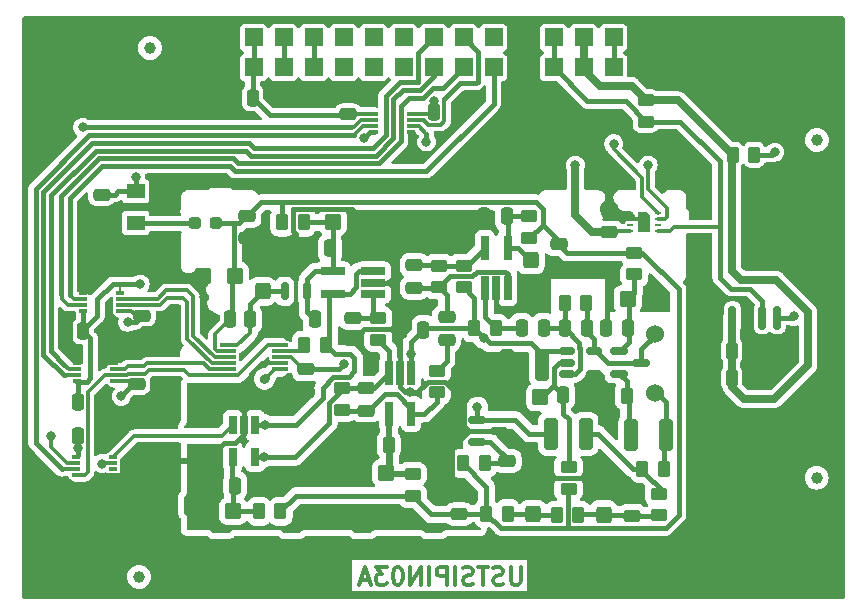
<source format=gbr>
%TF.GenerationSoftware,KiCad,Pcbnew,7.0.8-7.0.8~ubuntu23.04.1*%
%TF.CreationDate,2023-11-16T00:15:08+00:00*%
%TF.ProjectId,USTSIPIN03,55535453-4950-4494-9e30-332e6b696361,REV*%
%TF.SameCoordinates,PX66dd020PY81342c0*%
%TF.FileFunction,Copper,L2,Bot*%
%TF.FilePolarity,Positive*%
%FSLAX46Y46*%
G04 Gerber Fmt 4.6, Leading zero omitted, Abs format (unit mm)*
G04 Created by KiCad (PCBNEW 7.0.8-7.0.8~ubuntu23.04.1) date 2023-11-16 00:15:08*
%MOMM*%
%LPD*%
G01*
G04 APERTURE LIST*
G04 Aperture macros list*
%AMRoundRect*
0 Rectangle with rounded corners*
0 $1 Rounding radius*
0 $2 $3 $4 $5 $6 $7 $8 $9 X,Y pos of 4 corners*
0 Add a 4 corners polygon primitive as box body*
4,1,4,$2,$3,$4,$5,$6,$7,$8,$9,$2,$3,0*
0 Add four circle primitives for the rounded corners*
1,1,$1+$1,$2,$3*
1,1,$1+$1,$4,$5*
1,1,$1+$1,$6,$7*
1,1,$1+$1,$8,$9*
0 Add four rect primitives between the rounded corners*
20,1,$1+$1,$2,$3,$4,$5,0*
20,1,$1+$1,$4,$5,$6,$7,0*
20,1,$1+$1,$6,$7,$8,$9,0*
20,1,$1+$1,$8,$9,$2,$3,0*%
%AMFreePoly0*
4,1,6,0.500000,-0.850000,-0.200000,-0.850000,-0.500000,-0.550000,-0.500000,0.850000,0.500000,0.850000,0.500000,-0.850000,0.500000,-0.850000,$1*%
G04 Aperture macros list end*
%ADD10C,0.300000*%
%TA.AperFunction,NonConductor*%
%ADD11C,0.300000*%
%TD*%
%TA.AperFunction,ComponentPad*%
%ADD12C,6.000000*%
%TD*%
%TA.AperFunction,ComponentPad*%
%ADD13R,1.524000X1.524000*%
%TD*%
%TA.AperFunction,ComponentPad*%
%ADD14C,1.524000*%
%TD*%
%TA.AperFunction,SMDPad,CuDef*%
%ADD15RoundRect,0.250000X-0.475000X0.250000X-0.475000X-0.250000X0.475000X-0.250000X0.475000X0.250000X0*%
%TD*%
%TA.AperFunction,SMDPad,CuDef*%
%ADD16R,2.000000X0.650000*%
%TD*%
%TA.AperFunction,SMDPad,CuDef*%
%ADD17RoundRect,0.250000X-0.450000X-0.425000X0.450000X-0.425000X0.450000X0.425000X-0.450000X0.425000X0*%
%TD*%
%TA.AperFunction,SMDPad,CuDef*%
%ADD18RoundRect,0.250000X0.250000X0.475000X-0.250000X0.475000X-0.250000X-0.475000X0.250000X-0.475000X0*%
%TD*%
%TA.AperFunction,SMDPad,CuDef*%
%ADD19RoundRect,0.250000X-0.250000X-0.475000X0.250000X-0.475000X0.250000X0.475000X-0.250000X0.475000X0*%
%TD*%
%TA.AperFunction,SMDPad,CuDef*%
%ADD20RoundRect,0.250000X-0.262500X-0.450000X0.262500X-0.450000X0.262500X0.450000X-0.262500X0.450000X0*%
%TD*%
%TA.AperFunction,SMDPad,CuDef*%
%ADD21RoundRect,0.250000X-0.450000X0.262500X-0.450000X-0.262500X0.450000X-0.262500X0.450000X0.262500X0*%
%TD*%
%TA.AperFunction,SMDPad,CuDef*%
%ADD22R,1.000000X1.000000*%
%TD*%
%TA.AperFunction,SMDPad,CuDef*%
%ADD23R,1.000000X1.550000*%
%TD*%
%TA.AperFunction,SMDPad,CuDef*%
%ADD24R,1.000000X3.800000*%
%TD*%
%TA.AperFunction,SMDPad,CuDef*%
%ADD25R,2.300000X1.000000*%
%TD*%
%TA.AperFunction,SMDPad,CuDef*%
%ADD26R,3.800000X1.000000*%
%TD*%
%TA.AperFunction,SMDPad,CuDef*%
%ADD27R,0.650000X1.560000*%
%TD*%
%TA.AperFunction,SMDPad,CuDef*%
%ADD28RoundRect,0.250000X0.325000X1.100000X-0.325000X1.100000X-0.325000X-1.100000X0.325000X-1.100000X0*%
%TD*%
%TA.AperFunction,SMDPad,CuDef*%
%ADD29R,0.650000X2.000000*%
%TD*%
%TA.AperFunction,SMDPad,CuDef*%
%ADD30R,0.800000X0.300000*%
%TD*%
%TA.AperFunction,SMDPad,CuDef*%
%ADD31RoundRect,0.250000X0.450000X0.425000X-0.450000X0.425000X-0.450000X-0.425000X0.450000X-0.425000X0*%
%TD*%
%TA.AperFunction,SMDPad,CuDef*%
%ADD32RoundRect,0.250000X0.475000X-0.250000X0.475000X0.250000X-0.475000X0.250000X-0.475000X-0.250000X0*%
%TD*%
%TA.AperFunction,SMDPad,CuDef*%
%ADD33R,1.400000X0.300000*%
%TD*%
%TA.AperFunction,SMDPad,CuDef*%
%ADD34RoundRect,0.250000X0.262500X0.450000X-0.262500X0.450000X-0.262500X-0.450000X0.262500X-0.450000X0*%
%TD*%
%TA.AperFunction,SMDPad,CuDef*%
%ADD35R,1.500000X1.300000*%
%TD*%
%TA.AperFunction,SMDPad,CuDef*%
%ADD36R,3.000000X0.700000*%
%TD*%
%TA.AperFunction,SMDPad,CuDef*%
%ADD37C,0.500000*%
%TD*%
%TA.AperFunction,SMDPad,CuDef*%
%ADD38RoundRect,0.150000X0.150000X-0.587500X0.150000X0.587500X-0.150000X0.587500X-0.150000X-0.587500X0*%
%TD*%
%TA.AperFunction,SMDPad,CuDef*%
%ADD39RoundRect,0.250000X0.450000X-0.262500X0.450000X0.262500X-0.450000X0.262500X-0.450000X-0.262500X0*%
%TD*%
%TA.AperFunction,SMDPad,CuDef*%
%ADD40RoundRect,0.250000X0.425000X-0.450000X0.425000X0.450000X-0.425000X0.450000X-0.425000X-0.450000X0*%
%TD*%
%TA.AperFunction,SMDPad,CuDef*%
%ADD41C,1.000000*%
%TD*%
%TA.AperFunction,SMDPad,CuDef*%
%ADD42RoundRect,0.250000X-0.325000X-1.100000X0.325000X-1.100000X0.325000X1.100000X-0.325000X1.100000X0*%
%TD*%
%TA.AperFunction,SMDPad,CuDef*%
%ADD43RoundRect,0.250000X-0.425000X0.450000X-0.425000X-0.450000X0.425000X-0.450000X0.425000X0.450000X0*%
%TD*%
%TA.AperFunction,SMDPad,CuDef*%
%ADD44RoundRect,0.150000X-0.512500X-0.150000X0.512500X-0.150000X0.512500X0.150000X-0.512500X0.150000X0*%
%TD*%
%TA.AperFunction,SMDPad,CuDef*%
%ADD45RoundRect,0.237500X0.287500X0.237500X-0.287500X0.237500X-0.287500X-0.237500X0.287500X-0.237500X0*%
%TD*%
%TA.AperFunction,SMDPad,CuDef*%
%ADD46R,0.550000X0.250000*%
%TD*%
%TA.AperFunction,SMDPad,CuDef*%
%ADD47FreePoly0,180.000000*%
%TD*%
%TA.AperFunction,SMDPad,CuDef*%
%ADD48RoundRect,0.150000X-0.587500X-0.150000X0.587500X-0.150000X0.587500X0.150000X-0.587500X0.150000X0*%
%TD*%
%TA.AperFunction,SMDPad,CuDef*%
%ADD49RoundRect,0.150000X-0.150000X0.825000X-0.150000X-0.825000X0.150000X-0.825000X0.150000X0.825000X0*%
%TD*%
%TA.AperFunction,ViaPad*%
%ADD50C,0.800000*%
%TD*%
%TA.AperFunction,Conductor*%
%ADD51C,0.300000*%
%TD*%
%TA.AperFunction,Conductor*%
%ADD52C,0.500000*%
%TD*%
%TA.AperFunction,Conductor*%
%ADD53C,0.450000*%
%TD*%
%TA.AperFunction,Conductor*%
%ADD54C,0.400000*%
%TD*%
%TA.AperFunction,Conductor*%
%ADD55C,0.600000*%
%TD*%
%TA.AperFunction,Conductor*%
%ADD56C,0.700000*%
%TD*%
%TA.AperFunction,Conductor*%
%ADD57C,0.200000*%
%TD*%
G04 APERTURE END LIST*
D10*
D11*
X48038799Y8514272D02*
X48038799Y7299986D01*
X48038799Y7299986D02*
X47967370Y7157129D01*
X47967370Y7157129D02*
X47895942Y7085700D01*
X47895942Y7085700D02*
X47753084Y7014272D01*
X47753084Y7014272D02*
X47467370Y7014272D01*
X47467370Y7014272D02*
X47324513Y7085700D01*
X47324513Y7085700D02*
X47253084Y7157129D01*
X47253084Y7157129D02*
X47181656Y7299986D01*
X47181656Y7299986D02*
X47181656Y8514272D01*
X46538798Y7085700D02*
X46324513Y7014272D01*
X46324513Y7014272D02*
X45967370Y7014272D01*
X45967370Y7014272D02*
X45824513Y7085700D01*
X45824513Y7085700D02*
X45753084Y7157129D01*
X45753084Y7157129D02*
X45681655Y7299986D01*
X45681655Y7299986D02*
X45681655Y7442843D01*
X45681655Y7442843D02*
X45753084Y7585700D01*
X45753084Y7585700D02*
X45824513Y7657129D01*
X45824513Y7657129D02*
X45967370Y7728558D01*
X45967370Y7728558D02*
X46253084Y7799986D01*
X46253084Y7799986D02*
X46395941Y7871415D01*
X46395941Y7871415D02*
X46467370Y7942843D01*
X46467370Y7942843D02*
X46538798Y8085700D01*
X46538798Y8085700D02*
X46538798Y8228558D01*
X46538798Y8228558D02*
X46467370Y8371415D01*
X46467370Y8371415D02*
X46395941Y8442843D01*
X46395941Y8442843D02*
X46253084Y8514272D01*
X46253084Y8514272D02*
X45895941Y8514272D01*
X45895941Y8514272D02*
X45681655Y8442843D01*
X45253084Y8514272D02*
X44395942Y8514272D01*
X44824513Y7014272D02*
X44824513Y8514272D01*
X43967370Y7085700D02*
X43753085Y7014272D01*
X43753085Y7014272D02*
X43395942Y7014272D01*
X43395942Y7014272D02*
X43253085Y7085700D01*
X43253085Y7085700D02*
X43181656Y7157129D01*
X43181656Y7157129D02*
X43110227Y7299986D01*
X43110227Y7299986D02*
X43110227Y7442843D01*
X43110227Y7442843D02*
X43181656Y7585700D01*
X43181656Y7585700D02*
X43253085Y7657129D01*
X43253085Y7657129D02*
X43395942Y7728558D01*
X43395942Y7728558D02*
X43681656Y7799986D01*
X43681656Y7799986D02*
X43824513Y7871415D01*
X43824513Y7871415D02*
X43895942Y7942843D01*
X43895942Y7942843D02*
X43967370Y8085700D01*
X43967370Y8085700D02*
X43967370Y8228558D01*
X43967370Y8228558D02*
X43895942Y8371415D01*
X43895942Y8371415D02*
X43824513Y8442843D01*
X43824513Y8442843D02*
X43681656Y8514272D01*
X43681656Y8514272D02*
X43324513Y8514272D01*
X43324513Y8514272D02*
X43110227Y8442843D01*
X42467371Y7014272D02*
X42467371Y8514272D01*
X41753085Y7014272D02*
X41753085Y8514272D01*
X41753085Y8514272D02*
X41181656Y8514272D01*
X41181656Y8514272D02*
X41038799Y8442843D01*
X41038799Y8442843D02*
X40967370Y8371415D01*
X40967370Y8371415D02*
X40895942Y8228558D01*
X40895942Y8228558D02*
X40895942Y8014272D01*
X40895942Y8014272D02*
X40967370Y7871415D01*
X40967370Y7871415D02*
X41038799Y7799986D01*
X41038799Y7799986D02*
X41181656Y7728558D01*
X41181656Y7728558D02*
X41753085Y7728558D01*
X40253085Y7014272D02*
X40253085Y8514272D01*
X39538799Y7014272D02*
X39538799Y8514272D01*
X39538799Y8514272D02*
X38681656Y7014272D01*
X38681656Y7014272D02*
X38681656Y8514272D01*
X37681655Y8514272D02*
X37538798Y8514272D01*
X37538798Y8514272D02*
X37395941Y8442843D01*
X37395941Y8442843D02*
X37324513Y8371415D01*
X37324513Y8371415D02*
X37253084Y8228558D01*
X37253084Y8228558D02*
X37181655Y7942843D01*
X37181655Y7942843D02*
X37181655Y7585700D01*
X37181655Y7585700D02*
X37253084Y7299986D01*
X37253084Y7299986D02*
X37324513Y7157129D01*
X37324513Y7157129D02*
X37395941Y7085700D01*
X37395941Y7085700D02*
X37538798Y7014272D01*
X37538798Y7014272D02*
X37681655Y7014272D01*
X37681655Y7014272D02*
X37824513Y7085700D01*
X37824513Y7085700D02*
X37895941Y7157129D01*
X37895941Y7157129D02*
X37967370Y7299986D01*
X37967370Y7299986D02*
X38038798Y7585700D01*
X38038798Y7585700D02*
X38038798Y7942843D01*
X38038798Y7942843D02*
X37967370Y8228558D01*
X37967370Y8228558D02*
X37895941Y8371415D01*
X37895941Y8371415D02*
X37824513Y8442843D01*
X37824513Y8442843D02*
X37681655Y8514272D01*
X36681656Y8514272D02*
X35753084Y8514272D01*
X35753084Y8514272D02*
X36253084Y7942843D01*
X36253084Y7942843D02*
X36038799Y7942843D01*
X36038799Y7942843D02*
X35895942Y7871415D01*
X35895942Y7871415D02*
X35824513Y7799986D01*
X35824513Y7799986D02*
X35753084Y7657129D01*
X35753084Y7657129D02*
X35753084Y7299986D01*
X35753084Y7299986D02*
X35824513Y7157129D01*
X35824513Y7157129D02*
X35895942Y7085700D01*
X35895942Y7085700D02*
X36038799Y7014272D01*
X36038799Y7014272D02*
X36467370Y7014272D01*
X36467370Y7014272D02*
X36610227Y7085700D01*
X36610227Y7085700D02*
X36681656Y7157129D01*
X35181656Y7442843D02*
X34467371Y7442843D01*
X35324513Y7014272D02*
X34824513Y8514272D01*
X34824513Y8514272D02*
X34324513Y7014272D01*
%TA.AperFunction,EtchedComponent*%
%TO.C,JP1*%
G36*
X20108800Y17250600D02*
G01*
X19108800Y17250600D01*
X19108800Y17750600D01*
X20108800Y17750600D01*
X20108800Y17250600D01*
G37*
%TD.AperFunction*%
%TD*%
D12*
%TO.P,M1,1*%
%TO.N,GND*%
X10160000Y50800000D03*
%TD*%
%TO.P,M2,1*%
%TO.N,GND*%
X71120000Y50800000D03*
%TD*%
%TO.P,M3,1*%
%TO.N,GND*%
X10160000Y10160000D03*
%TD*%
%TO.P,M4,1*%
%TO.N,GND*%
X71120000Y10160000D03*
%TD*%
D13*
%TO.P,J1,1*%
%TO.N,GND*%
X22860000Y50800000D03*
%TO.P,J1,2*%
X22860000Y53340000D03*
%TO.P,J1,3*%
%TO.N,+5VD*%
X25400000Y50800000D03*
%TO.P,J1,4*%
X25400000Y53340000D03*
%TO.P,J1,5*%
%TO.N,/interface/3v3*%
X27940000Y50800000D03*
%TO.P,J1,6*%
X27940000Y53340000D03*
%TO.P,J1,7*%
%TO.N,Net-(J1-Pad7)*%
X30480000Y50800000D03*
%TO.P,J1,8*%
X30480000Y53340000D03*
%TO.P,J1,9*%
%TO.N,unconnected-(J1-Pad9)*%
X33020000Y50800000D03*
%TO.P,J1,10*%
%TO.N,/interface/A0*%
X33020000Y53340000D03*
%TO.P,J1,11*%
%TO.N,/interface/RX*%
X35560000Y50800000D03*
%TO.P,J1,12*%
%TO.N,/interface/A1*%
X35560000Y53340000D03*
%TO.P,J1,13*%
%TO.N,/interface/TX*%
X38100000Y50800000D03*
%TO.P,J1,14*%
%TO.N,/interface/B1*%
X38100000Y53340000D03*
%TO.P,J1,15*%
%TO.N,/interface/SOCKET_MOSI*%
X40640000Y50800000D03*
%TO.P,J1,16*%
%TO.N,/interface/B0*%
X40640000Y53340000D03*
%TO.P,J1,17*%
%TO.N,/interface/SOCKET_MISO*%
X43180000Y50800000D03*
%TO.P,J1,18*%
%TO.N,/interface/C1*%
X43180000Y53340000D03*
%TO.P,J1,19*%
%TO.N,/interface/SOCKET_SCLK*%
X45720000Y50800000D03*
%TO.P,J1,20*%
%TO.N,/interface/C0*%
X45720000Y53340000D03*
%TO.P,J1,21*%
%TO.N,GND*%
X48260000Y50800000D03*
%TO.P,J1,22*%
X48260000Y53340000D03*
%TO.P,J1,23*%
%TO.N,/interface/SCL*%
X50800000Y50800000D03*
%TO.P,J1,24*%
X50800000Y53340000D03*
%TO.P,J1,25*%
%TO.N,VDD*%
X53340000Y50800000D03*
%TO.P,J1,26*%
X53340000Y53340000D03*
%TO.P,J1,27*%
%TO.N,/interface/SDA*%
X55880000Y50800000D03*
%TO.P,J1,28*%
X55880000Y53340000D03*
%TO.P,J1,29*%
%TO.N,GND*%
X58420000Y50800000D03*
%TO.P,J1,30*%
X58420000Y53340000D03*
%TD*%
D14*
%TO.P,D1,1,K*%
%TO.N,/PIN_detector/K*%
X59424400Y23266400D03*
%TO.P,D1,2,A*%
%TO.N,/PIN_detector/A*%
X59424400Y28266400D03*
%TD*%
D15*
%TO.P,C2,1*%
%TO.N,+5V*%
X24841200Y38237200D03*
%TO.P,C2,2*%
%TO.N,GNDA*%
X24841200Y36337200D03*
%TD*%
D16*
%TO.P,U2,1*%
%TO.N,Net-(U2--)*%
X35517400Y33545200D03*
%TO.P,U2,2,V-*%
%TO.N,GNDA*%
X35517400Y32595200D03*
%TO.P,U2,3,+*%
%TO.N,Net-(U2-+)*%
X35517400Y31645200D03*
%TO.P,U2,4,-*%
%TO.N,Net-(U2--)*%
X32097400Y31645200D03*
%TO.P,U2,5,V+*%
%TO.N,/analogue_backend/VCC2*%
X32097400Y33545200D03*
%TD*%
D17*
%TO.P,C3,1*%
%TO.N,/analogue_backend/VCC2*%
X32127200Y37729800D03*
%TO.P,C3,2*%
%TO.N,GNDA*%
X34827200Y37729800D03*
%TD*%
D18*
%TO.P,C8,1*%
%TO.N,/analogue_backend/VCC2*%
X30566400Y29464000D03*
%TO.P,C8,2*%
%TO.N,GNDA*%
X28666400Y29464000D03*
%TD*%
D19*
%TO.P,C4,1*%
%TO.N,/analogue_backend/VCC2*%
X31892200Y35490800D03*
%TO.P,C4,2*%
%TO.N,GNDA*%
X33792200Y35490800D03*
%TD*%
D18*
%TO.P,C7,1*%
%TO.N,/analogue_backend/VCC3*%
X23860800Y15392400D03*
%TO.P,C7,2*%
%TO.N,GNDA*%
X21960800Y15392400D03*
%TD*%
D15*
%TO.P,C16,1*%
%TO.N,Net-(U2-+)*%
X33832800Y29601200D03*
%TO.P,C16,2*%
%TO.N,GNDA*%
X33832800Y27701200D03*
%TD*%
D20*
%TO.P,R6,1*%
%TO.N,/analogue_backend/A{slash}D*%
X29694500Y27305000D03*
%TO.P,R6,2*%
%TO.N,Net-(U2--)*%
X31519500Y27305000D03*
%TD*%
D21*
%TO.P,R3,1*%
%TO.N,/analogue_backend/VCC5*%
X38862000Y16381100D03*
%TO.P,R3,2*%
%TO.N,+5V*%
X38862000Y14556100D03*
%TD*%
D20*
%TO.P,R2,1*%
%TO.N,/analogue_backend/VCC3*%
X25859100Y13208000D03*
%TO.P,R2,2*%
%TO.N,+5V*%
X27684100Y13208000D03*
%TD*%
D21*
%TO.P,R5,1*%
%TO.N,Net-(U2-+)*%
X35941000Y29574500D03*
%TO.P,R5,2*%
%TO.N,Net-(U6--)*%
X35941000Y27749500D03*
%TD*%
D22*
%TO.P,M5,1,Shield*%
%TO.N,GND*%
X18740000Y40916400D03*
D23*
X18740000Y39641400D03*
D24*
X18740000Y34766400D03*
X18740000Y28766400D03*
X18740000Y22766400D03*
X18740000Y16766400D03*
D23*
X18740000Y11891400D03*
D22*
X18740000Y10616400D03*
D25*
X20390000Y40916400D03*
X20390000Y10616400D03*
D26*
X25640000Y40916400D03*
X25640000Y10616400D03*
X31640000Y40916400D03*
X31640000Y10616400D03*
X37640000Y40916400D03*
X37640000Y10616400D03*
X43640000Y40916400D03*
X43640000Y10616400D03*
X49640000Y40916400D03*
X49640000Y10616400D03*
X55640000Y40916400D03*
X55640000Y10616400D03*
D25*
X60890000Y40916400D03*
X60890000Y10616400D03*
D22*
X62540000Y40916400D03*
D23*
X62540000Y39641400D03*
D24*
X62540000Y34766400D03*
X62540000Y28766400D03*
X62540000Y22766400D03*
X62540000Y16766400D03*
D23*
X62540000Y11891400D03*
D22*
X62540000Y10616400D03*
%TD*%
D27*
%TO.P,U6,1*%
%TO.N,Net-(U5-C)*%
X23637200Y20527000D03*
%TO.P,U6,2,V-*%
%TO.N,GNDA*%
X24587200Y20527000D03*
%TO.P,U6,3,+*%
%TO.N,Net-(U2--)*%
X25537200Y20527000D03*
%TO.P,U6,4,-*%
%TO.N,Net-(U6--)*%
X25537200Y17827000D03*
%TO.P,U6,5,V+*%
%TO.N,/analogue_backend/VCC3*%
X23637200Y17827000D03*
%TD*%
D28*
%TO.P,C32,1*%
%TO.N,/PIN_detector/REF*%
X49811200Y25628600D03*
%TO.P,C32,2*%
%TO.N,GNDA*%
X46861200Y25628600D03*
%TD*%
D29*
%TO.P,U9,1*%
%TO.N,Net-(C31-Pad2)*%
X46909000Y32115800D03*
%TO.P,U9,2,V-*%
%TO.N,GNDA*%
X45959000Y32115800D03*
%TO.P,U9,3,+*%
%TO.N,Net-(U9-+)*%
X45009000Y32115800D03*
%TO.P,U9,4,-*%
%TO.N,Net-(U9--)*%
X45009000Y35535800D03*
%TO.P,U9,5,V+*%
%TO.N,Net-(U9-V+)*%
X46909000Y35535800D03*
%TD*%
D18*
%TO.P,C12,1*%
%TO.N,+5V*%
X23429000Y29514800D03*
%TO.P,C12,2*%
%TO.N,GND*%
X21529000Y29514800D03*
%TD*%
D19*
%TO.P,C46,1*%
%TO.N,/interface/3v3*%
X10530800Y22479000D03*
%TO.P,C46,2*%
%TO.N,GND*%
X12430800Y22479000D03*
%TD*%
%TO.P,C18,1*%
%TO.N,+5VD*%
X10505400Y19558000D03*
%TO.P,C18,2*%
%TO.N,GND*%
X12405400Y19558000D03*
%TD*%
D15*
%TO.P,C38,1*%
%TO.N,+5VD*%
X12536000Y40011600D03*
%TO.P,C38,2*%
%TO.N,GND*%
X12536000Y38111600D03*
%TD*%
D30*
%TO.P,U5,1,C*%
%TO.N,Net-(U5-C)*%
X13488000Y17793400D03*
%TO.P,U5,2,D*%
%TO.N,+5VD*%
X13488000Y17293400D03*
%TO.P,U5,3,~{Q}*%
%TO.N,unconnected-(U5-~{Q}-Pad3)*%
X13488000Y16793400D03*
%TO.P,U5,4,GND*%
%TO.N,GND*%
X13488000Y16293400D03*
%TO.P,U5,5,Q*%
%TO.N,/analogue_backend/CONV*%
X10388000Y16293400D03*
%TO.P,U5,6,~{CLR}*%
%TO.N,/analogue_backend/Reset*%
X10388000Y16793400D03*
%TO.P,U5,7,~{PRE}*%
%TO.N,/analogue_backend/Set*%
X10388000Y17293400D03*
%TO.P,U5,8,VCC*%
%TO.N,+5VD*%
X10388000Y17793400D03*
%TD*%
D31*
%TO.P,C13,1*%
%TO.N,/analogue_backend/VCC5*%
X36630600Y16484600D03*
%TO.P,C13,2*%
%TO.N,GNDA*%
X33930600Y16484600D03*
%TD*%
D20*
%TO.P,R18,1*%
%TO.N,/PIN_detector/REF*%
X44096300Y28727400D03*
%TO.P,R18,2*%
%TO.N,Net-(U9-+)*%
X45921300Y28727400D03*
%TD*%
D21*
%TO.P,R16,1*%
%TO.N,Net-(C29-Pad1)*%
X59744800Y14704300D03*
%TO.P,R16,2*%
%TO.N,Net-(C27-Pad1)*%
X59744800Y12879300D03*
%TD*%
%TO.P,R19,1*%
%TO.N,Net-(U8-V+)*%
X52070000Y16965300D03*
%TO.P,R19,2*%
%TO.N,+5V*%
X52070000Y15140300D03*
%TD*%
D32*
%TO.P,C31,1*%
%TO.N,/PIN_detector/Signal*%
X41757600Y27762800D03*
%TO.P,C31,2*%
%TO.N,Net-(C31-Pad2)*%
X41757600Y29662800D03*
%TD*%
D30*
%TO.P,U12,1,VCCA*%
%TO.N,/interface/3v3*%
X10997600Y30212600D03*
%TO.P,U12,2,1A*%
%TO.N,/interface/SOCKET_MISO*%
X10997600Y30712600D03*
%TO.P,U12,3,2A*%
%TO.N,/interface/SOCKET_SCLK*%
X10997600Y31212600D03*
%TO.P,U12,4,GND*%
%TO.N,GND*%
X10997600Y31712600D03*
%TO.P,U12,5,DIR*%
%TO.N,/interface/3v3*%
X14097600Y31712600D03*
%TO.P,U12,6,2B*%
%TO.N,/analogue_backend/SCK*%
X14097600Y31212600D03*
%TO.P,U12,7,1B*%
%TO.N,/analogue_backend/SDO*%
X14097600Y30712600D03*
%TO.P,U12,8,VCCB*%
%TO.N,+5VD*%
X14097600Y30212600D03*
%TD*%
D31*
%TO.P,C34,1*%
%TO.N,Net-(U8-V+)*%
X49686200Y22860000D03*
%TO.P,C34,2*%
%TO.N,GNDA*%
X46986200Y22860000D03*
%TD*%
D33*
%TO.P,U3,1,CONV*%
%TO.N,/analogue_backend/CONV*%
X27650800Y27263600D03*
%TO.P,U3,2,CH0*%
%TO.N,/analogue_backend/A{slash}D*%
X27650800Y26763600D03*
%TO.P,U3,3,CH1*%
%TO.N,/PIN_detector/REF*%
X27650800Y26263600D03*
%TO.P,U3,4,AGND*%
%TO.N,GNDA*%
X27650800Y25763600D03*
%TO.P,U3,5,DGND*%
%TO.N,GND*%
X27650800Y25263600D03*
%TO.P,U3,6,SDI*%
%TO.N,/analogue_backend/SDI*%
X23250800Y25263600D03*
%TO.P,U3,7,SDO*%
%TO.N,/analogue_backend/SDO*%
X23250800Y25763600D03*
%TO.P,U3,8,SCK*%
%TO.N,/analogue_backend/SCK*%
X23250800Y26263600D03*
%TO.P,U3,9,V_{CC}*%
%TO.N,+5V*%
X23250800Y26763600D03*
%TO.P,U3,10,V_{REF}*%
%TO.N,/analogue_backend/4.1 V*%
X23250800Y27263600D03*
%TD*%
D19*
%TO.P,C41,1*%
%TO.N,VDD*%
X65877400Y26822400D03*
%TO.P,C41,2*%
%TO.N,GND*%
X67777400Y26822400D03*
%TD*%
D15*
%TO.P,C15,1*%
%TO.N,Net-(U6--)*%
X34925000Y23657600D03*
%TO.P,C15,2*%
%TO.N,Net-(U4--)*%
X34925000Y21757600D03*
%TD*%
%TO.P,C5,1*%
%TO.N,+5V*%
X51231800Y35849600D03*
%TO.P,C5,2*%
%TO.N,GNDA*%
X51231800Y33949600D03*
%TD*%
D28*
%TO.P,C29,1*%
%TO.N,Net-(C29-Pad1)*%
X53519600Y19786600D03*
%TO.P,C29,2*%
%TO.N,/PIN_detector/REF*%
X50569600Y19786600D03*
%TD*%
D34*
%TO.P,R12,1*%
%TO.N,Net-(Q1-S)*%
X56995700Y23012400D03*
%TO.P,R12,2*%
%TO.N,GNDA*%
X55170700Y23012400D03*
%TD*%
D15*
%TO.P,C48,1*%
%TO.N,/PIN_detector/REF*%
X29870400Y25232400D03*
%TO.P,C48,2*%
%TO.N,GNDA*%
X29870400Y23332400D03*
%TD*%
%TO.P,C47,1*%
%TO.N,+5VD*%
X15519400Y23987800D03*
%TO.P,C47,2*%
%TO.N,GND*%
X15519400Y22087800D03*
%TD*%
D34*
%TO.P,R21,1*%
%TO.N,Net-(U10-Vin)*%
X44958000Y17272000D03*
%TO.P,R21,2*%
%TO.N,+5V*%
X43133000Y17272000D03*
%TD*%
D32*
%TO.P,C28,1*%
%TO.N,Net-(C27-Pad1)*%
X57458800Y12841800D03*
%TO.P,C28,2*%
%TO.N,GNDA*%
X57458800Y14741800D03*
%TD*%
D19*
%TO.P,C10,1*%
%TO.N,/analogue_backend/4.1 V*%
X25085000Y29489400D03*
%TO.P,C10,2*%
%TO.N,GNDA*%
X26985000Y29489400D03*
%TD*%
D35*
%TO.P,C37,1,1*%
%TO.N,Net-(C37-Pad1)*%
X15431600Y37635400D03*
D36*
%TO.P,C37,2,2*%
%TO.N,GND*%
X15431600Y38985400D03*
D35*
%TO.P,C37,3,3*%
%TO.N,+5VD*%
X15431600Y40335400D03*
%TD*%
D21*
%TO.P,R11,1*%
%TO.N,Net-(U9-V+)*%
X48753000Y38192700D03*
%TO.P,R11,2*%
%TO.N,+5V*%
X48753000Y36367700D03*
%TD*%
D34*
%TO.P,R17,1*%
%TO.N,/PIN_detector/K*%
X60145300Y16840200D03*
%TO.P,R17,2*%
%TO.N,Net-(C29-Pad1)*%
X58320300Y16840200D03*
%TD*%
D31*
%TO.P,C6,1*%
%TO.N,/analogue_backend/VCC3*%
X23676600Y13233400D03*
%TO.P,C6,2*%
%TO.N,GNDA*%
X20976600Y13233400D03*
%TD*%
D37*
%TO.P,JP1,1,1*%
%TO.N,GNDA*%
X20108800Y17500600D03*
%TO.P,JP1,2,2*%
%TO.N,GND*%
X19108800Y17500600D03*
%TD*%
D38*
%TO.P,U1,1,Vin*%
%TO.N,/analogue_backend/VCC2*%
X29956800Y31853900D03*
%TO.P,U1,2,Vout*%
%TO.N,/analogue_backend/4.1 V*%
X28056800Y31853900D03*
%TO.P,U1,3,GND*%
%TO.N,GNDA*%
X29006800Y33728900D03*
%TD*%
D19*
%TO.P,C33,1*%
%TO.N,Net-(U8-V+)*%
X51592200Y23030200D03*
%TO.P,C33,2*%
%TO.N,GNDA*%
X53492200Y23030200D03*
%TD*%
D39*
%TO.P,R20,1*%
%TO.N,Net-(C31-Pad2)*%
X41097200Y32194500D03*
%TO.P,R20,2*%
%TO.N,Net-(U9--)*%
X41097200Y34019500D03*
%TD*%
D18*
%TO.P,C20,1*%
%TO.N,Net-(Q1-D)*%
X57123200Y28749200D03*
%TO.P,C20,2*%
%TO.N,GNDA*%
X55223200Y28749200D03*
%TD*%
D20*
%TO.P,R13,1*%
%TO.N,Net-(C25-Pad1)*%
X51767100Y30861000D03*
%TO.P,R13,2*%
%TO.N,/PIN_detector/A*%
X53592100Y30861000D03*
%TD*%
D15*
%TO.P,C43,1*%
%TO.N,+5VD*%
X15976600Y29779000D03*
%TO.P,C43,2*%
%TO.N,GND*%
X15976600Y27879000D03*
%TD*%
D39*
%TO.P,R10,1*%
%TO.N,Net-(Q1-D)*%
X57632600Y33275900D03*
%TO.P,R10,2*%
%TO.N,+5V*%
X57632600Y35100900D03*
%TD*%
D32*
%TO.P,C19,1*%
%TO.N,VDD*%
X55517800Y36908801D03*
%TO.P,C19,2*%
%TO.N,GND*%
X55517800Y38808801D03*
%TD*%
D18*
%TO.P,C14,1*%
%TO.N,/analogue_backend/VCC5*%
X36840200Y18846800D03*
%TO.P,C14,2*%
%TO.N,GNDA*%
X34940200Y18846800D03*
%TD*%
%TO.P,C39,1*%
%TO.N,+5VD*%
X25334000Y48209200D03*
%TO.P,C39,2*%
%TO.N,GND*%
X23434000Y48209200D03*
%TD*%
D40*
%TO.P,C9,1*%
%TO.N,/analogue_backend/4.1 V*%
X26162000Y31847800D03*
%TO.P,C9,2*%
%TO.N,GNDA*%
X26162000Y34547800D03*
%TD*%
D19*
%TO.P,C40,1*%
%TO.N,VDD*%
X65877400Y24485600D03*
%TO.P,C40,2*%
%TO.N,GND*%
X67777400Y24485600D03*
%TD*%
D41*
%TO.P,FID4,*%
%TO.N,*%
X73089600Y16074600D03*
%TD*%
D42*
%TO.P,C22,1*%
%TO.N,Net-(Q1-S)*%
X57376800Y19685000D03*
%TO.P,C22,2*%
%TO.N,/PIN_detector/K*%
X60326800Y19685000D03*
%TD*%
D34*
%TO.P,R1,1*%
%TO.N,/analogue_backend/VCC2*%
X29665300Y37693600D03*
%TO.P,R1,2*%
%TO.N,+5V*%
X27840300Y37693600D03*
%TD*%
D31*
%TO.P,C11,1*%
%TO.N,+5V*%
X23803600Y33172400D03*
%TO.P,C11,2*%
%TO.N,GND*%
X21103600Y33172400D03*
%TD*%
D15*
%TO.P,C36,1*%
%TO.N,Net-(U10-Vin)*%
X46863000Y17485400D03*
%TO.P,C36,2*%
%TO.N,GNDA*%
X46863000Y15585400D03*
%TD*%
D41*
%TO.P,FID2,*%
%TO.N,*%
X15711000Y7667200D03*
%TD*%
D19*
%TO.P,C30,1*%
%TO.N,Net-(U9-+)*%
X48097400Y28752800D03*
%TO.P,C30,2*%
%TO.N,Net-(C25-Pad1)*%
X49997400Y28752800D03*
%TD*%
D21*
%TO.P,R22,1*%
%TO.N,Net-(U9--)*%
X43180000Y34019500D03*
%TO.P,R22,2*%
%TO.N,/PIN_detector/REF*%
X43180000Y32194500D03*
%TD*%
D17*
%TO.P,C21,1*%
%TO.N,Net-(Q1-D)*%
X57095400Y31191200D03*
%TO.P,C21,2*%
%TO.N,GNDA*%
X59795400Y31191200D03*
%TD*%
D43*
%TO.P,C24,1*%
%TO.N,Net-(U9-V+)*%
X48854600Y34490000D03*
%TO.P,C24,2*%
%TO.N,GNDA*%
X48854600Y31790000D03*
%TD*%
D39*
%TO.P,R7,1*%
%TO.N,Net-(U4--)*%
X40894000Y23293700D03*
%TO.P,R7,2*%
%TO.N,/PIN_detector/Signal*%
X40894000Y25118700D03*
%TD*%
D19*
%TO.P,C44,1*%
%TO.N,/interface/3v3*%
X40719800Y47037200D03*
%TO.P,C44,2*%
%TO.N,GND*%
X42619800Y47037200D03*
%TD*%
D34*
%TO.P,R14,1*%
%TO.N,Net-(C26-Pad1)*%
X46933300Y13029800D03*
%TO.P,R14,2*%
%TO.N,+5V*%
X45108300Y13029800D03*
%TD*%
D21*
%TO.P,R4,1*%
%TO.N,Net-(U6--)*%
X32904400Y23635101D03*
%TO.P,R4,2*%
%TO.N,Net-(U4--)*%
X32904400Y21810101D03*
%TD*%
D19*
%TO.P,C42,1*%
%TO.N,/interface/3v3*%
X10976400Y28495200D03*
%TO.P,C42,2*%
%TO.N,GND*%
X12876400Y28495200D03*
%TD*%
D41*
%TO.P,FID1,*%
%TO.N,*%
X73101200Y44653200D03*
%TD*%
D44*
%TO.P,U8,1*%
%TO.N,Net-(C25-Pad1)*%
X51923100Y24856400D03*
%TO.P,U8,2,V+*%
%TO.N,Net-(U8-V+)*%
X51923100Y25806400D03*
%TO.P,U8,3,+*%
%TO.N,/PIN_detector/REF*%
X51923100Y26756400D03*
%TO.P,U8,4,-*%
%TO.N,/PIN_detector/A*%
X54198100Y26756400D03*
%TO.P,U8,5,V-*%
%TO.N,GNDA*%
X54198100Y24856400D03*
%TD*%
D32*
%TO.P,C1,1*%
%TO.N,+5V*%
X42803000Y12968800D03*
%TO.P,C1,2*%
%TO.N,GNDA*%
X42803000Y14868800D03*
%TD*%
D45*
%TO.P,L1,1*%
%TO.N,+5V*%
X22185600Y37602800D03*
%TO.P,L1,2*%
%TO.N,Net-(C37-Pad1)*%
X20435600Y37602800D03*
%TD*%
D18*
%TO.P,C17,1*%
%TO.N,/PIN_detector/REF*%
X39786600Y28585800D03*
%TO.P,C17,2*%
%TO.N,GNDA*%
X37886600Y28585800D03*
%TD*%
D40*
%TO.P,C26,1*%
%TO.N,Net-(C26-Pad1)*%
X49043400Y12975200D03*
%TO.P,C26,2*%
%TO.N,GNDA*%
X49043400Y15675200D03*
%TD*%
D32*
%TO.P,C35,1*%
%TO.N,Net-(C31-Pad2)*%
X39014400Y32157000D03*
%TO.P,C35,2*%
%TO.N,Net-(U9--)*%
X39014400Y34057000D03*
%TD*%
D34*
%TO.P,R15,1*%
%TO.N,Net-(C27-Pad1)*%
X52910300Y12902800D03*
%TO.P,R15,2*%
%TO.N,Net-(C26-Pad1)*%
X51085300Y12902800D03*
%TD*%
D30*
%TO.P,U14,1,VCCA*%
%TO.N,/interface/3v3*%
X10489600Y24269000D03*
%TO.P,U14,2,1A*%
%TO.N,/interface/B0*%
X10489600Y24769000D03*
%TO.P,U14,3,2A*%
%TO.N,/interface/SOCKET_MOSI*%
X10489600Y25269000D03*
%TO.P,U14,4,GND*%
%TO.N,GND*%
X10489600Y25769000D03*
%TO.P,U14,5,DIR*%
X13589600Y25769000D03*
%TO.P,U14,6,2B*%
%TO.N,/analogue_backend/SDI*%
X13589600Y25269000D03*
%TO.P,U14,7,1B*%
%TO.N,/analogue_backend/CONV*%
X13589600Y24769000D03*
%TO.P,U14,8,VCCB*%
%TO.N,+5VD*%
X13589600Y24269000D03*
%TD*%
D20*
%TO.P,R29,1*%
%TO.N,VDD*%
X65965700Y43408600D03*
%TO.P,R29,2*%
%TO.N,/interface/SDA*%
X67790700Y43408600D03*
%TD*%
D19*
%TO.P,C25,1*%
%TO.N,Net-(C25-Pad1)*%
X51744600Y28745200D03*
%TO.P,C25,2*%
%TO.N,/PIN_detector/A*%
X53644600Y28745200D03*
%TD*%
D46*
%TO.P,U7,1,SDA*%
%TO.N,/interface/SDA*%
X59664600Y38481800D03*
%TO.P,U7,2,ADDR*%
%TO.N,VDD*%
X59664600Y37981800D03*
%TO.P,U7,3,ALERT*%
%TO.N,unconnected-(U7-ALERT-Pad3)*%
X59664600Y37481800D03*
%TO.P,U7,4,SCL*%
%TO.N,/interface/SCL*%
X59664600Y36981800D03*
%TO.P,U7,5,VDD*%
%TO.N,VDD*%
X57314600Y36981800D03*
%TO.P,U7,6,~{RESET}*%
%TO.N,unconnected-(U7-~{RESET}-Pad6)*%
X57314600Y37481800D03*
%TO.P,U7,7,R*%
%TO.N,GND*%
X57314600Y37981800D03*
%TO.P,U7,8,VSS*%
X57314600Y38481800D03*
D47*
%TO.P,U7,9,VSS*%
X58489600Y37731800D03*
%TD*%
D48*
%TO.P,Q1,1,S*%
%TO.N,Net-(Q1-S)*%
X56364900Y24856400D03*
%TO.P,Q1,2,D*%
%TO.N,Net-(Q1-D)*%
X56364900Y26756400D03*
%TO.P,Q1,3,G*%
%TO.N,/PIN_detector/A*%
X58239900Y25806400D03*
%TD*%
D41*
%TO.P,FID3,*%
%TO.N,*%
X16637000Y52451000D03*
%TD*%
D49*
%TO.P,U11,1,A0*%
%TO.N,VDD*%
X65938400Y34569400D03*
%TO.P,U11,2,A1*%
%TO.N,GND*%
X67208400Y34569400D03*
%TO.P,U11,3,A2*%
X68478400Y34569400D03*
%TO.P,U11,4,GND*%
X69748400Y34569400D03*
%TO.P,U11,5,SDA*%
%TO.N,/interface/SDA*%
X69748400Y29619400D03*
%TO.P,U11,6,SCL*%
%TO.N,/interface/SCL*%
X68478400Y29619400D03*
%TO.P,U11,7,WP*%
%TO.N,GND*%
X67208400Y29619400D03*
%TO.P,U11,8,VCC*%
%TO.N,VDD*%
X65938400Y29619400D03*
%TD*%
D18*
%TO.P,C23,1*%
%TO.N,Net-(U9-V+)*%
X46832800Y38194600D03*
%TO.P,C23,2*%
%TO.N,GNDA*%
X44932800Y38194600D03*
%TD*%
D48*
%TO.P,U10,1,Vin*%
%TO.N,Net-(U10-Vin)*%
X44350700Y19065200D03*
%TO.P,U10,2,Vout*%
%TO.N,/PIN_detector/REF*%
X44350700Y20965200D03*
%TO.P,U10,3,GND*%
%TO.N,GNDA*%
X46225700Y20015200D03*
%TD*%
D40*
%TO.P,C27,1*%
%TO.N,Net-(C27-Pad1)*%
X55045800Y12949800D03*
%TO.P,C27,2*%
%TO.N,GNDA*%
X55045800Y15649800D03*
%TD*%
D21*
%TO.P,R30,1*%
%TO.N,VDD*%
X58623200Y48029500D03*
%TO.P,R30,2*%
%TO.N,/interface/SCL*%
X58623200Y46204500D03*
%TD*%
D32*
%TO.P,C45,1*%
%TO.N,+5VD*%
X33401000Y46852800D03*
%TO.P,C45,2*%
%TO.N,GND*%
X33401000Y48752800D03*
%TD*%
D29*
%TO.P,U4,1*%
%TO.N,Net-(U6--)*%
X36856600Y24900601D03*
%TO.P,U4,2,V-*%
%TO.N,GNDA*%
X37806600Y24900601D03*
%TO.P,U4,3,+*%
%TO.N,/PIN_detector/REF*%
X38756600Y24900601D03*
%TO.P,U4,4,-*%
%TO.N,Net-(U4--)*%
X38756600Y21480601D03*
%TO.P,U4,5,V+*%
%TO.N,/analogue_backend/VCC5*%
X36856600Y21480601D03*
%TD*%
D30*
%TO.P,U13,1,VCCA*%
%TO.N,/interface/3v3*%
X38735600Y46876400D03*
%TO.P,U13,2,1A*%
%TO.N,/interface/C1*%
X38735600Y46376400D03*
%TO.P,U13,3,2A*%
%TO.N,/interface/C0*%
X38735600Y45876400D03*
%TO.P,U13,4,GND*%
%TO.N,GND*%
X38735600Y45376400D03*
%TO.P,U13,5,DIR*%
%TO.N,/interface/3v3*%
X35635600Y45376400D03*
%TO.P,U13,6,2B*%
%TO.N,/analogue_backend/Reset*%
X35635600Y45876400D03*
%TO.P,U13,7,1B*%
%TO.N,/analogue_backend/Set*%
X35635600Y46376400D03*
%TO.P,U13,8,VCCB*%
%TO.N,+5VD*%
X35635600Y46876400D03*
%TD*%
D50*
%TO.N,GND*%
X17209600Y34845200D03*
X13120200Y21992800D03*
X11367600Y32813200D03*
X12561400Y36470800D03*
X69469000Y26771600D03*
X39124728Y43574825D03*
X26339552Y24419848D03*
X21240000Y31351375D03*
X13792200Y19608800D03*
X35243600Y48713600D03*
X43337200Y48476000D03*
X10312400Y26746200D03*
X28157000Y48535800D03*
X15977065Y26624964D03*
X13411200Y15367000D03*
X13487400Y26568400D03*
X15544800Y20777200D03*
%TO.N,GNDA*%
X50165000Y30505400D03*
X47675800Y24942800D03*
X55651399Y32359599D03*
X25820200Y35708800D03*
X54229000Y23012400D03*
X38684234Y23301099D03*
X38887400Y19050000D03*
X24931200Y23669200D03*
X59232800Y32410400D03*
X26353600Y28342798D03*
X35382200Y20243800D03*
%TO.N,Net-(U6--)*%
X26252000Y17827000D03*
%TO.N,/PIN_detector/REF*%
X44905860Y27877115D03*
X44350700Y22021800D03*
X38756600Y26543000D03*
X33096200Y25654000D03*
%TO.N,VDD*%
X52654200Y42519600D03*
X58814800Y42541400D03*
%TO.N,/interface/3v3*%
X40719797Y47969882D03*
X15798800Y32461200D03*
X34748309Y44815698D03*
%TO.N,/interface/C0*%
X40044200Y44497200D03*
%TO.N,/interface/SDA*%
X55893800Y44344800D03*
X69528500Y43628500D03*
X71120006Y29718000D03*
%TO.N,Net-(U2--)*%
X26353600Y20527000D03*
%TO.N,/analogue_backend/Set*%
X8243400Y19605200D03*
X10935798Y45741800D03*
%TO.N,+5VD*%
X12584994Y17269571D03*
X14732000Y29235400D03*
X10505400Y18563800D03*
X14196386Y22957709D03*
X15431600Y41550800D03*
%TD*%
D51*
%TO.N,GND*%
X57314600Y38481800D02*
X55844801Y38481800D01*
X33401000Y48752800D02*
X28374000Y48752800D01*
X40412303Y43521800D02*
X39177753Y43521800D01*
X58239600Y37981800D02*
X57314600Y37981800D01*
X33401000Y48752800D02*
X35204400Y48752800D01*
X35204400Y48752800D02*
X35243600Y48713600D01*
D52*
X69418200Y26822400D02*
X69469000Y26771600D01*
D51*
X43337200Y47754600D02*
X43337200Y48476000D01*
X42619800Y47037200D02*
X43337200Y47754600D01*
X27183304Y25263600D02*
X26339552Y24419848D01*
X39177753Y43521800D02*
X39124728Y43574825D01*
X27650800Y25263600D02*
X27183304Y25263600D01*
X58489600Y37731800D02*
X58239600Y37981800D01*
X42619800Y47037200D02*
X42619800Y45729297D01*
D52*
X67777400Y26822400D02*
X69418200Y26822400D01*
D51*
X55844801Y38481800D02*
X55517800Y38808801D01*
X28374000Y48752800D02*
X28157000Y48535800D01*
X42619800Y45729297D02*
X40412303Y43521800D01*
D53*
%TO.N,+5V*%
X42864000Y13029800D02*
X42803000Y12968800D01*
X48753000Y36367700D02*
X49878000Y37492700D01*
D54*
X23799800Y37602800D02*
X24206800Y37602800D01*
D53*
X26033800Y39429800D02*
X24841200Y38237200D01*
X45108300Y15296700D02*
X43133000Y17272000D01*
X51231800Y36138900D02*
X49878000Y37492700D01*
X51953200Y35128200D02*
X51231800Y35849600D01*
X51968400Y11777800D02*
X46360300Y11777800D01*
X49878000Y38859200D02*
X49307400Y39429800D01*
D54*
X51997800Y11807200D02*
X51968400Y11777800D01*
D51*
X22123400Y26962519D02*
X22123400Y28209200D01*
X22322319Y26763600D02*
X22123400Y26962519D01*
D53*
X42803000Y12968800D02*
X40449300Y12968800D01*
D54*
X52070000Y15140300D02*
X51997800Y15068100D01*
X23559600Y29645400D02*
X23429000Y29514800D01*
X23716200Y37519200D02*
X23799800Y37602800D01*
D53*
X40449300Y12968800D02*
X38862000Y14556100D01*
X61411400Y12878804D02*
X60310396Y11777800D01*
X49158000Y36367700D02*
X48753000Y36367700D01*
X45108300Y13029800D02*
X45108300Y15296700D01*
X61411400Y32022100D02*
X61411400Y12878804D01*
D54*
X23716200Y33259800D02*
X23716200Y37519200D01*
D53*
X45108300Y13029800D02*
X42864000Y13029800D01*
D54*
X24206800Y37602800D02*
X24841200Y38237200D01*
D53*
X49307400Y39429800D02*
X26033800Y39429800D01*
D54*
X23559600Y32928400D02*
X23559600Y29645400D01*
X27840300Y39429800D02*
X26033800Y39429800D01*
X23803600Y33172400D02*
X23559600Y32928400D01*
X23803600Y33172400D02*
X23716200Y33259800D01*
D51*
X23250800Y26763600D02*
X22322319Y26763600D01*
D53*
X57632600Y35100900D02*
X57605300Y35128200D01*
D54*
X22185600Y37602800D02*
X23799800Y37602800D01*
X27840300Y37693600D02*
X27840300Y39429800D01*
D53*
X29032200Y14556100D02*
X27684100Y13208000D01*
X49878000Y37492700D02*
X49878000Y38859200D01*
D51*
X22123400Y28209200D02*
X23429000Y29514800D01*
D53*
X51231800Y35849600D02*
X51231800Y36138900D01*
X38862000Y14556100D02*
X29032200Y14556100D01*
D54*
X51997800Y15068100D02*
X51997800Y11807200D01*
D53*
X46360300Y11777800D02*
X45108300Y13029800D01*
X57632600Y35100900D02*
X58332600Y35100900D01*
X60310396Y11777800D02*
X51968400Y11777800D01*
X58332600Y35100900D02*
X61411400Y32022100D01*
X57605300Y35128200D02*
X51953200Y35128200D01*
D54*
%TO.N,GNDA*%
X59795400Y31191200D02*
X59795400Y31847800D01*
X59795400Y31847800D02*
X59232800Y32410400D01*
X49421000Y16052800D02*
X54642800Y16052800D01*
D53*
X46990000Y25628600D02*
X47675800Y24942800D01*
D54*
X40167834Y24206200D02*
X41620166Y24206200D01*
X37806600Y23725601D02*
X38231102Y23301099D01*
X37810400Y28662000D02*
X37886600Y28585800D01*
D51*
X55223200Y28749200D02*
X55300600Y28826600D01*
D54*
X46448800Y30226000D02*
X47290600Y30226000D01*
X37388800Y29083600D02*
X37886600Y28585800D01*
X37806600Y24900601D02*
X37806600Y23725601D01*
D53*
X24587200Y19761200D02*
X24587200Y20527000D01*
X24587200Y21757000D02*
X25662662Y22832462D01*
D54*
X38231102Y23301099D02*
X39262733Y23301099D01*
X55300600Y28826600D02*
X55300600Y32491400D01*
D53*
X25662662Y22832462D02*
X29370462Y22832462D01*
D51*
X24841200Y36337200D02*
X25469600Y35708800D01*
X24587200Y21607000D02*
X25210600Y22230400D01*
D53*
X42803000Y14868800D02*
X42195500Y15476300D01*
D54*
X37806600Y24900601D02*
X37806600Y28505800D01*
D53*
X43637200Y20015200D02*
X46225700Y20015200D01*
X21960800Y18105600D02*
X22887200Y19032000D01*
X42195500Y15476300D02*
X42195500Y18573500D01*
X46861200Y25628600D02*
X46990000Y25628600D01*
D54*
X37806600Y28505800D02*
X37886600Y28585800D01*
X33752200Y38804800D02*
X28763800Y38804800D01*
D53*
X42195500Y18573500D02*
X43637200Y20015200D01*
D51*
X25210600Y24863000D02*
X26111200Y25763600D01*
D54*
X43213200Y20439200D02*
X43637200Y20015200D01*
D51*
X25210600Y22230400D02*
X25210600Y24863000D01*
X24587200Y20527000D02*
X24587200Y21607000D01*
D53*
X55170700Y23012400D02*
X53510000Y23012400D01*
D54*
X28995200Y36725034D02*
X28995200Y33740500D01*
X28763800Y38804800D02*
X28752800Y38793800D01*
X34827200Y37729800D02*
X33752200Y38804800D01*
D53*
X21960800Y15392400D02*
X21960800Y18105600D01*
D54*
X37388800Y32123800D02*
X37388800Y29083600D01*
X28995200Y33740500D02*
X29006800Y33728900D01*
X34940200Y18846800D02*
X34940200Y19801800D01*
D53*
X29370462Y22832462D02*
X29870400Y23332400D01*
D54*
X28752800Y36967434D02*
X28995200Y36725034D01*
X35517400Y32595200D02*
X36917400Y32595200D01*
X41620166Y24206200D02*
X43213200Y22613166D01*
D53*
X54198100Y24856400D02*
X54198100Y23985000D01*
D54*
X34793600Y28662000D02*
X37810400Y28662000D01*
D51*
X25469600Y35708800D02*
X25820200Y35708800D01*
D54*
X38231102Y23301099D02*
X38684234Y23301099D01*
X43213200Y22613166D02*
X43213200Y20439200D01*
X39262733Y23301099D02*
X40167834Y24206200D01*
D53*
X22887200Y19032000D02*
X23858000Y19032000D01*
D54*
X36917400Y32595200D02*
X37388800Y32123800D01*
D53*
X54198100Y23985000D02*
X55170700Y23012400D01*
D54*
X28752800Y38793800D02*
X28752800Y36967434D01*
X49043400Y15675200D02*
X49421000Y16052800D01*
D53*
X24587200Y20527000D02*
X24587200Y21757000D01*
X53510000Y23012400D02*
X53492200Y23030200D01*
D51*
X26111200Y25763600D02*
X27650800Y25763600D01*
D54*
X34940200Y19801800D02*
X35382200Y20243800D01*
X33832800Y27701200D02*
X34793600Y28662000D01*
D53*
X23858000Y19032000D02*
X24587200Y19761200D01*
D54*
X47290600Y30226000D02*
X48854600Y31790000D01*
X54642800Y16052800D02*
X55045800Y15649800D01*
X45959000Y30715800D02*
X46448800Y30226000D01*
X45959000Y32115800D02*
X45959000Y30715800D01*
%TO.N,/analogue_backend/VCC2*%
X32127200Y35725800D02*
X31892200Y35490800D01*
X32127200Y37729800D02*
X32127200Y35725800D01*
D53*
X32097400Y33545200D02*
X32097400Y35285600D01*
X29956800Y31853900D02*
X29956800Y30073600D01*
X29956800Y30073600D02*
X30566400Y29464000D01*
X29956800Y32854600D02*
X29956800Y31853900D01*
D54*
X32091000Y37693600D02*
X32127200Y37729800D01*
D53*
X32097400Y35285600D02*
X31892200Y35490800D01*
D54*
X29665300Y37693600D02*
X32091000Y37693600D01*
D53*
X32097400Y33545200D02*
X30647400Y33545200D01*
X30647400Y33545200D02*
X29956800Y32854600D01*
%TO.N,/analogue_backend/VCC3*%
X23676600Y15208200D02*
X23860800Y15392400D01*
X23610400Y15642800D02*
X23610400Y17800200D01*
X23676600Y13233400D02*
X23676600Y15208200D01*
X23860800Y15392400D02*
X23610400Y15642800D01*
X25859100Y13208000D02*
X23702000Y13208000D01*
X23702000Y13208000D02*
X23676600Y13233400D01*
X23610400Y17800200D02*
X23637200Y17827000D01*
%TO.N,/analogue_backend/4.1 V*%
X25085000Y29489400D02*
X25085000Y30770800D01*
D51*
X24029800Y27263600D02*
X25085000Y28318800D01*
X28050700Y31847800D02*
X28056800Y31853900D01*
X25085000Y28318800D02*
X25085000Y29489400D01*
X23250800Y27263600D02*
X24029800Y27263600D01*
D53*
X26162000Y31847800D02*
X28050700Y31847800D01*
X25085000Y30770800D02*
X26162000Y31847800D01*
D55*
%TO.N,/analogue_backend/VCC5*%
X36880800Y16734800D02*
X36880800Y18387000D01*
X36630600Y16484600D02*
X36880800Y16734800D01*
D53*
X36734100Y16381100D02*
X36630600Y16484600D01*
D51*
X36840200Y21464201D02*
X36856600Y21480601D01*
D52*
X38862000Y16381100D02*
X36734100Y16381100D01*
X36840200Y18846800D02*
X36840200Y21464201D01*
D55*
X36880800Y18387000D02*
X36630600Y18637200D01*
D53*
%TO.N,Net-(U6--)*%
X26252000Y17827000D02*
X25537200Y17827000D01*
X31779400Y22359123D02*
X31779400Y20705000D01*
X32904400Y23635101D02*
X32904400Y23484123D01*
X28901400Y17827000D02*
X26252000Y17827000D01*
X31779400Y20705000D02*
X28901400Y17827000D01*
X36856600Y26833900D02*
X35941000Y27749500D01*
X32904400Y23484123D02*
X31779400Y22359123D01*
X35613599Y23657600D02*
X36856600Y24900601D01*
X36856600Y24900601D02*
X36856600Y26833900D01*
X32904400Y23635101D02*
X34902501Y23635101D01*
X34902501Y23635101D02*
X34925000Y23657600D01*
X34925000Y23657600D02*
X35613599Y23657600D01*
%TO.N,Net-(U4--)*%
X37516884Y23131434D02*
X36509234Y23131434D01*
X34925000Y21757600D02*
X32956901Y21757600D01*
X32956901Y21757600D02*
X32904400Y21810101D01*
X38756600Y21480601D02*
X38756600Y21891718D01*
X36509234Y23131434D02*
X35135400Y21757600D01*
X35135400Y21757600D02*
X34925000Y21757600D01*
X38756600Y21891718D02*
X37516884Y23131434D01*
X39862201Y21480601D02*
X40894000Y22512400D01*
X40894000Y22512400D02*
X40894000Y23293700D01*
X38756600Y21480601D02*
X39862201Y21480601D01*
%TO.N,/PIN_detector/REF*%
X49811200Y26756400D02*
X51923100Y26756400D01*
X45391700Y27432000D02*
X44096300Y28727400D01*
X49811200Y25628600D02*
X49811200Y26756400D01*
D51*
X29591000Y25232400D02*
X29870400Y25232400D01*
D53*
X50569600Y19786600D02*
X48752800Y19786600D01*
X44350700Y20965200D02*
X44350700Y22021800D01*
X38756600Y24900601D02*
X38756600Y27555800D01*
X39913600Y28712800D02*
X44081700Y28712800D01*
X47574200Y20965200D02*
X46609000Y20965200D01*
X44905860Y27877115D02*
X44069000Y28713975D01*
D51*
X28559800Y26263600D02*
X29591000Y25232400D01*
X27650800Y26263600D02*
X28559800Y26263600D01*
D53*
X44096300Y28686675D02*
X44096300Y28727400D01*
X48752800Y19786600D02*
X47574200Y20965200D01*
X44069000Y31305500D02*
X43180000Y32194500D01*
X49811200Y25628600D02*
X49811200Y26541200D01*
X44069000Y28713975D02*
X44069000Y31305500D01*
X48920400Y27432000D02*
X45391700Y27432000D01*
X44905860Y27877115D02*
X44096300Y28686675D01*
X39786600Y28585800D02*
X39913600Y28712800D01*
X49811200Y26541200D02*
X48920400Y27432000D01*
X44081700Y28712800D02*
X44096300Y28727400D01*
X29870400Y25232400D02*
X32674600Y25232400D01*
X46609000Y20965200D02*
X44350700Y20965200D01*
X32674600Y25232400D02*
X33096200Y25654000D01*
X38756600Y27555800D02*
X39786600Y28585800D01*
%TO.N,Net-(U2-+)*%
X33859500Y29574500D02*
X33832800Y29601200D01*
X35517400Y29998100D02*
X35941000Y29574500D01*
X35941000Y29574500D02*
X33859500Y29574500D01*
X35517400Y31645200D02*
X35517400Y29998100D01*
D51*
%TO.N,VDD*%
X58793000Y42519600D02*
X58814800Y42541400D01*
D56*
X66681452Y32844400D02*
X65938400Y33587452D01*
X61353100Y48029500D02*
X65938400Y43444200D01*
X65877400Y28143200D02*
X65877400Y29558400D01*
X69494400Y22733000D02*
X72364600Y25603200D01*
D51*
X60375800Y38118000D02*
X60375800Y38918906D01*
D56*
X65877400Y28143200D02*
X65877400Y25628600D01*
X66905000Y22733000D02*
X69494400Y22733000D01*
X72364600Y25603200D02*
X72364600Y30131400D01*
X65938400Y43444200D02*
X65938400Y34569400D01*
X65877400Y25628600D02*
X65877400Y26822400D01*
X65877400Y24485600D02*
X65877400Y25628600D01*
X58623200Y48029500D02*
X61353100Y48029500D01*
X65877400Y26822400D02*
X65877400Y28143200D01*
X52654200Y38328600D02*
X54073999Y36908801D01*
D51*
X60239600Y37981800D02*
X60375800Y38118000D01*
X57314600Y36981800D02*
X55590799Y36981800D01*
D56*
X54073999Y36908801D02*
X55517800Y36908801D01*
D51*
X59664600Y37981800D02*
X60239600Y37981800D01*
D56*
X53345000Y50627400D02*
X54725400Y49247000D01*
X54725400Y49247000D02*
X57405700Y49247000D01*
X52654200Y42519600D02*
X52654200Y38328600D01*
X53345000Y53340000D02*
X53345000Y50627400D01*
D51*
X55590799Y36981800D02*
X55517800Y36908801D01*
D56*
X65877400Y29558400D02*
X65938400Y29619400D01*
X65877400Y24485600D02*
X65877400Y23760600D01*
D51*
X58814800Y40479906D02*
X58814800Y42541400D01*
D56*
X65938400Y33587452D02*
X65938400Y34569400D01*
X57405700Y49247000D02*
X58623200Y48029500D01*
X69651600Y32844400D02*
X66681452Y32844400D01*
X65877400Y23760600D02*
X66905000Y22733000D01*
X72364600Y30131400D02*
X69651600Y32844400D01*
D51*
X60375800Y38918906D02*
X58814800Y40479906D01*
D53*
%TO.N,Net-(Q1-D)*%
X56783000Y27174000D02*
X56782500Y27174000D01*
X57095400Y31191200D02*
X57632600Y31728400D01*
X57095400Y31191200D02*
X57201000Y31085600D01*
X57201000Y28569000D02*
X57201000Y27592000D01*
X57201000Y28569000D02*
X57123200Y28646800D01*
X57123200Y28646800D02*
X57123200Y28749200D01*
X57201000Y31085600D02*
X57201000Y28569000D01*
X57201000Y27592000D02*
X56783000Y27174000D01*
X56783000Y27174000D02*
X56365000Y26756000D01*
X57632600Y31728400D02*
X57632600Y33275900D01*
X56782500Y27174000D02*
X56364900Y26756400D01*
%TO.N,Net-(Q1-S)*%
X56364900Y24856400D02*
X56995700Y24225600D01*
X56996000Y22729600D02*
X56996000Y23012000D01*
X57376800Y19685000D02*
X57189200Y19872600D01*
X56996000Y22729600D02*
X56995700Y22729900D01*
X56995700Y22729900D02*
X56995700Y23012400D01*
X57189200Y22536400D02*
X56996000Y22729600D01*
X56995700Y24225600D02*
X56995700Y23012400D01*
X57189200Y19872600D02*
X57189200Y22536400D01*
%TO.N,/PIN_detector/K*%
X60313400Y22477100D02*
X60121000Y22669500D01*
X60326800Y19641200D02*
X60326800Y19685000D01*
X60437000Y19531000D02*
X60313400Y19654600D01*
X60156000Y17943500D02*
X60156000Y19250000D01*
X60121000Y22669500D02*
X59524000Y23266000D01*
X60437000Y19531000D02*
X60326800Y19641200D01*
X60313400Y19654600D02*
X60313400Y22477100D01*
X60156000Y16637000D02*
X60156000Y17943500D01*
X60156000Y19250000D02*
X60437000Y19531000D01*
X60121000Y22669500D02*
X59524400Y23266100D01*
X59524400Y23266100D02*
X59524400Y23266400D01*
%TO.N,Net-(U9-V+)*%
X47808800Y35535800D02*
X48854600Y34490000D01*
X46909000Y35535800D02*
X47808800Y35535800D01*
X46983300Y38192700D02*
X46909000Y38118400D01*
X48753000Y38192700D02*
X46983300Y38192700D01*
X46909000Y35535800D02*
X46909000Y38118400D01*
X46871000Y38156500D02*
X46870900Y38156500D01*
X46871000Y38156500D02*
X46833000Y38194600D01*
X46870900Y38156500D02*
X46832800Y38194600D01*
X46909000Y38118400D02*
X46871000Y38156500D01*
%TO.N,Net-(C25-Pad1)*%
X52994600Y27040462D02*
X52994600Y27495200D01*
X51767100Y30861000D02*
X51744600Y30838500D01*
X53010600Y25281401D02*
X53010600Y27024461D01*
X51744600Y28745200D02*
X50005000Y28745200D01*
X50005000Y28745200D02*
X49997400Y28752800D01*
X51923100Y24856400D02*
X52585599Y24856400D01*
X51744600Y29362400D02*
X51744600Y28745200D01*
X51744600Y30838500D02*
X51744600Y29362400D01*
X51556000Y24856400D02*
X51923100Y24856400D01*
X53010600Y27024461D02*
X52994600Y27040462D01*
X52585599Y24856400D02*
X53010600Y25281401D01*
X52994600Y27495200D02*
X51744600Y28745200D01*
%TO.N,/PIN_detector/A*%
X53645000Y28745600D02*
X53644600Y28745200D01*
X58240000Y26982000D02*
X58240000Y25806400D01*
X53592100Y30860900D02*
X53592000Y30861000D01*
X53645000Y30808000D02*
X53645000Y28745600D01*
X58240000Y25806400D02*
X55382200Y25806400D01*
X59524400Y28266400D02*
X58240000Y26982000D01*
X53592100Y30860900D02*
X53592100Y30861000D01*
X53592100Y30860900D02*
X53645000Y30808000D01*
X53644600Y28407600D02*
X53644600Y28745200D01*
X54198000Y27854200D02*
X53644600Y28407600D01*
X54432600Y26756000D02*
X54198000Y26756000D01*
X58239900Y25806400D02*
X58240000Y25806400D01*
X54198000Y26756300D02*
X54198000Y27854200D01*
X55382200Y25806400D02*
X54432600Y26756000D01*
%TO.N,Net-(C26-Pad1)*%
X49043400Y12983400D02*
X49076600Y12950200D01*
X49043400Y12983400D02*
X49043400Y12975200D01*
X48996600Y13030200D02*
X49043400Y12983400D01*
X47234200Y13029800D02*
X47234600Y13030200D01*
X50938300Y13049800D02*
X50938300Y13049900D01*
X47234600Y13030200D02*
X48996600Y13030200D01*
X51085300Y12902800D02*
X50938300Y13049800D01*
X50938300Y13049900D02*
X51172600Y13284200D01*
X50838600Y12950200D02*
X50938300Y13049900D01*
X46933300Y13029800D02*
X47234200Y13029800D01*
X49076600Y12950200D02*
X50838600Y12950200D01*
%TO.N,Net-(C27-Pad1)*%
X53076600Y13030200D02*
X54965600Y13030200D01*
X59744800Y12879300D02*
X59529700Y12879300D01*
X59529700Y12879300D02*
X59363600Y12713200D01*
X57458800Y12841800D02*
X57458600Y12842000D01*
X52949600Y13157200D02*
X53076600Y13030200D01*
X54965600Y13030200D02*
X55045600Y12950200D01*
X59234600Y12842200D02*
X59363600Y12713200D01*
X52910300Y13117900D02*
X52910300Y12902800D01*
X55046200Y12950200D02*
X57350600Y12950200D01*
X57458600Y12842000D02*
X57458600Y12842200D01*
X57458600Y12842200D02*
X59234600Y12842200D01*
X52822600Y13284200D02*
X52949600Y13157200D01*
X55046200Y12950200D02*
X55045800Y12949800D01*
X55045600Y12950200D02*
X55046200Y12950200D01*
X52949600Y13157200D02*
X52910300Y13117900D01*
X57350600Y12950200D02*
X57458600Y12842200D01*
%TO.N,Net-(C29-Pad1)*%
X58320300Y16840200D02*
X57490400Y16840200D01*
X57490400Y16840200D02*
X54544000Y19786600D01*
X60132000Y14652500D02*
X60132200Y14652300D01*
X60132000Y14469000D02*
X60132000Y14652500D01*
X54544000Y19786600D02*
X53519600Y19786600D01*
X60132200Y14652300D02*
X60132200Y14469100D01*
X60132000Y14836000D02*
X58320300Y16647700D01*
X58320300Y16647700D02*
X58320300Y16840200D01*
X60132000Y14652500D02*
X60132000Y14836000D01*
%TO.N,Net-(U9-+)*%
X48097400Y28752800D02*
X45946700Y28752800D01*
X45009000Y29639700D02*
X45009000Y32115800D01*
X45921300Y28727400D02*
X45009000Y29639700D01*
X45946700Y28752800D02*
X45921300Y28727400D01*
%TO.N,/PIN_detector/Signal*%
X40894000Y25118700D02*
X41757600Y25982300D01*
X41757600Y25982300D02*
X41757600Y27762800D01*
%TO.N,Net-(C31-Pad2)*%
X39014400Y32157000D02*
X40037100Y32157000D01*
X40037100Y32157000D02*
X41059700Y32157000D01*
X41059700Y32157000D02*
X41097200Y32194500D01*
D54*
X44314966Y33515800D02*
X43906166Y33107000D01*
X46909000Y32115800D02*
X46909000Y33290800D01*
X43906166Y33107000D02*
X42009700Y33107000D01*
X46684000Y33515800D02*
X44314966Y33515800D01*
D53*
X41097200Y32194500D02*
X41505978Y32194500D01*
X40037100Y32157000D02*
X39227878Y32157000D01*
X41097200Y32194500D02*
X41757600Y31534100D01*
X41757600Y31534100D02*
X41757600Y29662800D01*
D54*
X46909000Y33290800D02*
X46684000Y33515800D01*
X42009700Y33107000D02*
X41097200Y32194500D01*
D53*
%TO.N,Net-(U8-V+)*%
X50813800Y23808600D02*
X50813800Y25359599D01*
D54*
X52070000Y16965300D02*
X52070000Y21005800D01*
D53*
X50835600Y23786800D02*
X50813800Y23808600D01*
X51260601Y25806400D02*
X51923100Y25806400D01*
X51592200Y23125600D02*
X50931000Y23786800D01*
D54*
X49750600Y22860000D02*
X50677400Y23786800D01*
X51592200Y21483600D02*
X51592200Y23030200D01*
D53*
X51592200Y23030200D02*
X51592200Y23125600D01*
D54*
X52070000Y21005800D02*
X51592200Y21483600D01*
X50677400Y23786800D02*
X50835600Y23786800D01*
D53*
X50813800Y25359599D02*
X51260601Y25806400D01*
D54*
X49686200Y22860000D02*
X49750600Y22860000D01*
D53*
X50931000Y23786800D02*
X50835600Y23786800D01*
%TO.N,Net-(U9--)*%
X41059700Y34057000D02*
X39014400Y34057000D01*
X43492700Y34019500D02*
X45009000Y35535800D01*
X43180000Y34019500D02*
X43492700Y34019500D01*
X41097200Y34019500D02*
X43180000Y34019500D01*
X41097200Y34019500D02*
X41059700Y34057000D01*
%TO.N,Net-(U10-Vin)*%
X45450800Y19065200D02*
X47244000Y17272000D01*
X47076400Y17272000D02*
X46863000Y17485400D01*
X44958000Y17272000D02*
X47244000Y17272000D01*
X44350700Y19065200D02*
X45450800Y19065200D01*
X47244000Y17272000D02*
X47076400Y17272000D01*
%TO.N,Net-(C37-Pad1)*%
X15849800Y37613800D02*
X20424600Y37613800D01*
X15621000Y37385000D02*
X15849800Y37613800D01*
X20424600Y37613800D02*
X20435600Y37602800D01*
%TO.N,/interface/3v3*%
X10530800Y24152800D02*
X10489600Y24194000D01*
X10976400Y28495200D02*
X11589538Y27882062D01*
X12180400Y31162200D02*
X12180400Y29768564D01*
X34748309Y44815698D02*
X35234011Y45301400D01*
X12180400Y29768564D02*
X10976400Y28564564D01*
X10530800Y22479000D02*
X10530800Y24152800D01*
X40719800Y47037200D02*
X40719800Y47969879D01*
X15798800Y32461200D02*
X14110800Y32461200D01*
D57*
X14097600Y31712600D02*
X14097600Y32448000D01*
D51*
X40559000Y46876400D02*
X40719800Y47037200D01*
X38735600Y46876400D02*
X40559000Y46876400D01*
D53*
X35234011Y45301400D02*
X35560600Y45301400D01*
X10976400Y28495200D02*
X10997600Y28516400D01*
X27945000Y53340000D02*
X27945000Y50800000D01*
X13479400Y32461200D02*
X12180400Y31162200D01*
X11273400Y24152800D02*
X10530800Y24152800D01*
X11589538Y24468938D02*
X11273400Y24152800D01*
X10997600Y28516400D02*
X10997600Y30137600D01*
X14110800Y32461200D02*
X13479400Y32461200D01*
X40719800Y47969879D02*
X40719797Y47969882D01*
X10976400Y28564564D02*
X10976400Y28495200D01*
X11589538Y27882062D02*
X11589538Y24468938D01*
D57*
X14097600Y32448000D02*
X14110800Y32461200D01*
D53*
%TO.N,Net-(J1-Pad7)*%
X30485000Y50800000D02*
X30485000Y53340000D01*
%TO.N,/interface/SOCKET_MOSI*%
X8248000Y26760600D02*
X8248000Y39978085D01*
D51*
X9739600Y25269000D02*
X9389000Y25619600D01*
D53*
X38022361Y48906400D02*
X39499639Y48906400D01*
X40640000Y50046761D02*
X40640000Y50800000D01*
X37235200Y44814077D02*
X37235200Y48119239D01*
X37235200Y48119239D02*
X38022361Y48906400D01*
X8248000Y39978085D02*
X12035115Y43765200D01*
X9389000Y25619600D02*
X8248000Y26760600D01*
X35762523Y43341400D02*
X37235200Y44814077D01*
X39499639Y48906400D02*
X40640000Y50046761D01*
X25156876Y43341400D02*
X35762523Y43341400D01*
D51*
X10489600Y25269000D02*
X9739600Y25269000D01*
D53*
X24733076Y43765200D02*
X25156876Y43341400D01*
X12035115Y43765200D02*
X24733076Y43765200D01*
%TO.N,/interface/B0*%
X11765869Y44415194D02*
X25002322Y44415194D01*
X39287000Y49613000D02*
X39287000Y51987000D01*
X9320362Y24769000D02*
X7598000Y26491362D01*
X36576000Y48379277D02*
X37809723Y49613000D01*
X25002322Y44415194D02*
X25426116Y43991400D01*
X35493284Y43991400D02*
X36576000Y45074116D01*
D51*
X9398000Y24769000D02*
X10489600Y24769000D01*
D53*
X25426116Y43991400D02*
X35493284Y43991400D01*
X37809723Y49613000D02*
X39287000Y49613000D01*
X36576000Y45074116D02*
X36576000Y48379277D01*
X7598000Y40247325D02*
X11765869Y44415194D01*
X39287000Y51987000D02*
X40640000Y53340000D01*
X7598000Y26491362D02*
X7598000Y40247325D01*
X9398000Y24769000D02*
X9320362Y24769000D01*
%TO.N,/interface/SOCKET_MISO*%
X23701838Y43115200D02*
X12304354Y43115200D01*
X37885200Y44544838D02*
X36031762Y42691400D01*
D51*
X9183200Y31543200D02*
X9132400Y31594000D01*
D53*
X24125638Y42691400D02*
X23701838Y43115200D01*
X9132400Y39943246D02*
X9132400Y31594000D01*
X37885200Y47511800D02*
X37885200Y44544838D01*
X39743478Y48231000D02*
X38604400Y48231000D01*
X40587000Y49074522D02*
X39743478Y48231000D01*
D51*
X10997600Y30712600D02*
X9658200Y30712600D01*
D53*
X38604400Y48231000D02*
X37885200Y47511800D01*
X41454522Y49074522D02*
X40587000Y49074522D01*
D51*
X9658200Y30712600D02*
X9183200Y31187600D01*
D53*
X43180000Y50800000D02*
X41454522Y49074522D01*
X36031762Y42691400D02*
X24125638Y42691400D01*
D51*
X9183200Y31187600D02*
X9183200Y31543200D01*
D53*
X12304354Y43115200D02*
X9132400Y39943246D01*
%TO.N,/interface/C1*%
X44367000Y52153000D02*
X43180000Y53340000D01*
X41569800Y48105600D02*
X41569800Y48158169D01*
D51*
X41255200Y45962200D02*
X41569800Y46276800D01*
X39800144Y46376400D02*
X40214344Y45962200D01*
D53*
X41569800Y48158169D02*
X42912631Y49501000D01*
D51*
X40214344Y45962200D02*
X41255200Y45962200D01*
X38735600Y46376400D02*
X39800144Y46376400D01*
D53*
X44255000Y49501000D02*
X44367000Y49613000D01*
X42912631Y49501000D02*
X44255000Y49501000D01*
D51*
X41569800Y46276800D02*
X41569800Y48105600D01*
D53*
X44367000Y49613000D02*
X44367000Y52153000D01*
%TO.N,/interface/SOCKET_SCLK*%
X40027919Y42041400D02*
X23856400Y42041400D01*
X12573592Y42465200D02*
X9825801Y39717409D01*
X45720000Y47733481D02*
X40027919Y42041400D01*
X23432600Y42465200D02*
X12573592Y42465200D01*
X9825801Y39717409D02*
X9825801Y31576201D01*
X23856400Y42041400D02*
X23432600Y42465200D01*
D51*
X10189402Y31212600D02*
X9825801Y31576201D01*
D53*
X45720000Y50800000D02*
X45720000Y47733481D01*
D51*
X10997600Y31212600D02*
X10189402Y31212600D01*
D54*
%TO.N,/interface/C0*%
X40044200Y45208400D02*
X40044200Y44497200D01*
D51*
X38735600Y45876400D02*
X39376200Y45876400D01*
X39376200Y45876400D02*
X40044200Y45208400D01*
D53*
%TO.N,/interface/SCL*%
X50805000Y53340000D02*
X50805000Y50800000D01*
X68478400Y29619400D02*
X68478400Y31038800D01*
X56452600Y47929800D02*
X56897900Y47929800D01*
D51*
X59664600Y36981800D02*
X60694400Y36981800D01*
D53*
X50805000Y50800000D02*
X53675200Y47929800D01*
X68478400Y31038800D02*
X67447801Y32069399D01*
X64871599Y33018232D02*
X64871599Y37326264D01*
X64871599Y42871600D02*
X64871599Y37326264D01*
X53675200Y47929800D02*
X56452600Y47929800D01*
X67447801Y32069399D02*
X65820432Y32069399D01*
X56897900Y47929800D02*
X58623200Y46204500D01*
X58623200Y46204500D02*
X61538699Y46204500D01*
X61538699Y46204500D02*
X64871599Y42871600D01*
X65820432Y32069399D02*
X64871599Y33018232D01*
D51*
X61038864Y37326264D02*
X64871599Y37326264D01*
X60694400Y36981800D02*
X61038864Y37326264D01*
D53*
%TO.N,/interface/SDA*%
X71021406Y29619400D02*
X71120006Y29718000D01*
X69748400Y29619400D02*
X71021406Y29619400D01*
D51*
X58314800Y41468029D02*
X55893800Y43889029D01*
D53*
X67790700Y43408600D02*
X69308600Y43408600D01*
D51*
X55893800Y43889029D02*
X55893800Y44344800D01*
X59664600Y38481800D02*
X58314800Y39831600D01*
X69528500Y43628500D02*
X69528501Y43628501D01*
D53*
X69308600Y43408600D02*
X69528501Y43628501D01*
X55885000Y53340000D02*
X55885000Y50800000D01*
D51*
X58314800Y39831600D02*
X58314800Y41468029D01*
%TO.N,/analogue_backend/A{slash}D*%
X29153100Y26763600D02*
X29694500Y27305000D01*
X27650800Y26763600D02*
X29153100Y26763600D01*
D53*
%TO.N,Net-(U2--)*%
X33454601Y24572601D02*
X33948200Y25066200D01*
X31814600Y27600100D02*
X31814600Y31362400D01*
X33948200Y26183800D02*
X33577600Y26554400D01*
X33547400Y31645200D02*
X34092400Y32190200D01*
X26353600Y20527000D02*
X28980362Y20527000D01*
X31519500Y27305000D02*
X31814600Y27600100D01*
X31814600Y31362400D02*
X32097400Y31645200D01*
X34092400Y33345201D02*
X34292399Y33545200D01*
X28980362Y20527000D02*
X31292800Y22839438D01*
X32097400Y31645200D02*
X33547400Y31645200D01*
X25537200Y20527000D02*
X26353600Y20527000D01*
X31292800Y23697523D02*
X32167878Y24572601D01*
X32167878Y24572601D02*
X33454601Y24572601D01*
X32270100Y26554400D02*
X31519500Y27305000D01*
X33948200Y25066200D02*
X33948200Y26183800D01*
X31292800Y22839438D02*
X31292800Y23697523D01*
X33577600Y26554400D02*
X32270100Y26554400D01*
X34292399Y33545200D02*
X35517400Y33545200D01*
X31519500Y27305000D02*
X31292800Y27078300D01*
X34092400Y32190200D02*
X34092400Y33345201D01*
%TO.N,/analogue_backend/Set*%
X33643400Y45741800D02*
X10935798Y45741800D01*
D51*
X33643400Y45741800D02*
X33870457Y45741800D01*
X8243400Y18688000D02*
X8243400Y19605200D01*
X33870457Y45741800D02*
X34505057Y46376400D01*
X34505057Y46376400D02*
X35635600Y46376400D01*
X9638000Y17293400D02*
X8243400Y18688000D01*
X10388000Y17293400D02*
X9638000Y17293400D01*
%TO.N,/analogue_backend/Reset*%
X9187229Y16793400D02*
X10388000Y16793400D01*
D53*
X6948000Y40516563D02*
X6948000Y19032629D01*
X6948000Y19032629D02*
X9187229Y16793400D01*
X11496625Y45065188D02*
X6948000Y40516563D01*
D51*
X33877963Y45042200D02*
X34712163Y45876400D01*
X34712163Y45876400D02*
X35635600Y45876400D01*
D53*
X33877963Y45042200D02*
X33854975Y45065188D01*
X33854975Y45065188D02*
X11496625Y45065188D01*
D51*
%TO.N,/analogue_backend/CONV*%
X16582107Y25222200D02*
X16197707Y24837800D01*
X27650800Y27263600D02*
X26600800Y27263600D01*
X11355400Y20371298D02*
X11355400Y16510800D01*
X11380800Y23292298D02*
X11380800Y20396698D01*
X19940400Y24763600D02*
X19481800Y25222200D01*
X14788944Y24837800D02*
X14720143Y24769000D01*
X14720143Y24769000D02*
X13589600Y24769000D01*
X24100800Y24763600D02*
X19940400Y24763600D01*
X11380800Y20396698D02*
X11355400Y20371298D01*
X16197707Y24837800D02*
X14788944Y24837800D01*
X26600800Y27263600D02*
X24100800Y24763600D01*
X11355400Y16510800D02*
X11138000Y16293400D01*
X13589600Y24769000D02*
X12857502Y24769000D01*
X19481800Y25222200D02*
X16582107Y25222200D01*
X11138000Y16293400D02*
X10388000Y16293400D01*
X12857502Y24769000D02*
X11380800Y23292298D01*
%TO.N,Net-(U5-C)*%
X15301600Y19607000D02*
X13488000Y17793400D01*
X23637200Y20527000D02*
X22717200Y19607000D01*
X22717200Y19607000D02*
X15301600Y19607000D01*
%TO.N,/analogue_backend/SDI*%
X21170900Y25742900D02*
X21650200Y25263600D01*
X14513037Y25269000D02*
X14745637Y25501600D01*
X16395700Y25742900D02*
X21170900Y25742900D01*
X16154400Y25501600D02*
X16395700Y25742900D01*
X13589600Y25269000D02*
X14513037Y25269000D01*
X14745637Y25501600D02*
X16154400Y25501600D01*
X21650200Y25263600D02*
X23250800Y25263600D01*
%TO.N,/analogue_backend/SDO*%
X14097600Y30712600D02*
X17479200Y30712600D01*
X19790000Y27830906D02*
X21857306Y25763600D01*
X17479200Y30712600D02*
X18055800Y31289200D01*
X21857306Y25763600D02*
X23250800Y25763600D01*
X19444800Y31289200D02*
X19790000Y30944000D01*
X18055800Y31289200D02*
X19444800Y31289200D01*
X19790000Y30944000D02*
X19790000Y27830906D01*
%TO.N,/analogue_backend/SCK*%
X20290000Y28088813D02*
X22115213Y26263600D01*
X17979294Y31919800D02*
X19793707Y31919800D01*
X20290000Y31423507D02*
X20290000Y28088813D01*
X19793707Y31919800D02*
X20290000Y31423507D01*
X22115213Y26263600D02*
X23250800Y26263600D01*
X14097600Y31212600D02*
X17272094Y31212600D01*
X17272094Y31212600D02*
X17979294Y31919800D01*
%TO.N,+5VD*%
X13488000Y17293400D02*
X12608823Y17293400D01*
D53*
X25334000Y48209200D02*
X25334000Y50734000D01*
X12609400Y40085000D02*
X12536000Y40011600D01*
D51*
X12608823Y17293400D02*
X12584994Y17269571D01*
D53*
X15621000Y40085000D02*
X15431600Y40274400D01*
D51*
X35635600Y46876400D02*
X33424600Y46876400D01*
D53*
X33291338Y46743138D02*
X29456862Y46743138D01*
X29456862Y46743138D02*
X26800062Y46743138D01*
X25334000Y50734000D02*
X25400000Y50800000D01*
X13962200Y40335400D02*
X15431600Y40335400D01*
X14732000Y29235400D02*
X15433000Y29235400D01*
D51*
X15494000Y29779000D02*
X15060400Y30212600D01*
D53*
X26800062Y46743138D02*
X25334000Y48209200D01*
D51*
X15060400Y30212600D02*
X14097600Y30212600D01*
D53*
X13638400Y40011600D02*
X13962200Y40335400D01*
D51*
X15519400Y23987800D02*
X15238200Y24269000D01*
D53*
X10505400Y19558000D02*
X10505400Y17985800D01*
X15431600Y40274400D02*
X15431600Y41550800D01*
X15433000Y29235400D02*
X15976600Y29779000D01*
D51*
X15976600Y29779000D02*
X15494000Y29779000D01*
D53*
X12536000Y40011600D02*
X13638400Y40011600D01*
X15226477Y23987800D02*
X15519400Y23987800D01*
X25405000Y53340000D02*
X25405000Y50800000D01*
X33401000Y46852800D02*
X33291338Y46743138D01*
D51*
X15238200Y24269000D02*
X13589600Y24269000D01*
D53*
X14196386Y22957709D02*
X15226477Y23987800D01*
D51*
X33424600Y46876400D02*
X33401000Y46852800D01*
%TD*%
%TA.AperFunction,Conductor*%
%TO.N,GND*%
G36*
X19269705Y24651698D02*
G01*
X19290679Y24634796D01*
X19356682Y24568793D01*
X19375584Y24549892D01*
X19409609Y24487580D01*
X19404545Y24416764D01*
X19381714Y24378284D01*
X19336204Y24325763D01*
X19336203Y24325762D01*
X19275486Y24192815D01*
X19255802Y24125781D01*
X19255801Y24125774D01*
X19255800Y24125770D01*
X19235306Y23983222D01*
X19235000Y23981097D01*
X19235000Y20918394D01*
X19214998Y20850273D01*
X19199671Y20830902D01*
X19176579Y20806972D01*
X19176579Y20806971D01*
X19097566Y20684026D01*
X19097560Y20684014D01*
X19068577Y20620549D01*
X19068537Y20620464D01*
X19027360Y20480220D01*
X19027360Y20334066D01*
X19032053Y20301431D01*
X19021948Y20231157D01*
X18975455Y20177502D01*
X18907335Y20157500D01*
X15311014Y20157500D01*
X15244774Y20159763D01*
X15201818Y20149295D01*
X15195477Y20148090D01*
X15151686Y20142072D01*
X15151678Y20142070D01*
X15135370Y20134986D01*
X15115016Y20128142D01*
X15103664Y20125376D01*
X15097747Y20123933D01*
X15097744Y20123932D01*
X15059203Y20102263D01*
X15053426Y20099393D01*
X15012878Y20081780D01*
X14999092Y20070564D01*
X14981339Y20058482D01*
X14965845Y20049770D01*
X14965843Y20049768D01*
X14934574Y20018501D01*
X14929785Y20014179D01*
X14895493Y19986280D01*
X14895492Y19986279D01*
X14885238Y19971753D01*
X14871399Y19955326D01*
X13084946Y18168873D01*
X13022634Y18134847D01*
X13020440Y18134391D01*
X13009773Y18132269D01*
X13009769Y18132267D01*
X12943444Y18087950D01*
X12934673Y18079178D01*
X12933024Y18080827D01*
X12891364Y18046013D01*
X12820921Y18037168D01*
X12799470Y18042615D01*
X12764249Y18054939D01*
X12584994Y18075136D01*
X12405739Y18054939D01*
X12405736Y18054939D01*
X12405736Y18054938D01*
X12235471Y17995360D01*
X12235468Y17995359D01*
X12098936Y17909570D01*
X12030614Y17890264D01*
X11962701Y17910960D01*
X11916758Y17965087D01*
X11905900Y18016257D01*
X11905900Y20203718D01*
X11914685Y20249942D01*
X11915641Y20252366D01*
X11920676Y20265134D01*
X11922494Y20282819D01*
X11926504Y20303919D01*
X11931300Y20321033D01*
X11931300Y20365246D01*
X11931631Y20371694D01*
X11936152Y20415669D01*
X11933132Y20433187D01*
X11931300Y20454594D01*
X11931300Y23012083D01*
X11951302Y23080204D01*
X11968199Y23101173D01*
X12854948Y23987922D01*
X12917257Y24021944D01*
X12988072Y24016880D01*
X13034886Y23981836D01*
X13036273Y23983222D01*
X13045046Y23974449D01*
X13061929Y23963168D01*
X13111369Y23930133D01*
X13122486Y23927922D01*
X13185395Y23895018D01*
X13189987Y23890350D01*
X13238920Y23837956D01*
X13368218Y23759328D01*
X13513933Y23718500D01*
X13513935Y23718500D01*
X13520908Y23718500D01*
X13589029Y23698498D01*
X13635522Y23644842D01*
X13645626Y23574568D01*
X13616132Y23509988D01*
X13610003Y23503405D01*
X13566569Y23459972D01*
X13566568Y23459970D01*
X13470598Y23307235D01*
X13470597Y23307232D01*
X13439977Y23219724D01*
X13411018Y23136964D01*
X13390821Y22957709D01*
X13411018Y22778454D01*
X13440461Y22694310D01*
X13470597Y22608187D01*
X13470598Y22608184D01*
X13566568Y22455449D01*
X13566569Y22455447D01*
X13694123Y22327893D01*
X13694125Y22327892D01*
X13846860Y22231922D01*
X13846861Y22231922D01*
X13846864Y22231920D01*
X14017131Y22172341D01*
X14196386Y22152144D01*
X14375641Y22172341D01*
X14545908Y22231920D01*
X14698648Y22327893D01*
X14826202Y22455447D01*
X14922175Y22608187D01*
X14981754Y22778454D01*
X14986979Y22824837D01*
X15014481Y22890289D01*
X15023081Y22899816D01*
X15173663Y23050396D01*
X15235976Y23084421D01*
X15262758Y23087300D01*
X16060098Y23087300D01*
X16084677Y23089235D01*
X16096969Y23090202D01*
X16254798Y23136056D01*
X16396265Y23219719D01*
X16512481Y23335935D01*
X16596144Y23477402D01*
X16641998Y23635231D01*
X16644900Y23672106D01*
X16644900Y24303494D01*
X16641998Y24340369D01*
X16626047Y24395272D01*
X16626249Y24466265D01*
X16657947Y24519517D01*
X16773228Y24634796D01*
X16835541Y24668821D01*
X16862323Y24671700D01*
X19201584Y24671700D01*
X19269705Y24651698D01*
G37*
%TD.AperFunction*%
%TA.AperFunction,Conductor*%
G36*
X27121861Y25193098D02*
G01*
X27168354Y25139442D01*
X27178458Y25069168D01*
X27148964Y25004588D01*
X27129248Y24986231D01*
X27056648Y24931885D01*
X26913922Y24789160D01*
X26904241Y24778932D01*
X26890506Y24763600D01*
X26872368Y24742207D01*
X26872367Y24742206D01*
X26798085Y24616330D01*
X26798084Y24616329D01*
X26771504Y24551722D01*
X26771499Y24551712D01*
X26771499Y24551711D01*
X26735694Y24410019D01*
X26729432Y24350440D01*
X26723955Y24324675D01*
X26706482Y24270900D01*
X26695768Y24246837D01*
X26667493Y24197863D01*
X26652010Y24176553D01*
X26614175Y24134533D01*
X26594599Y24116906D01*
X26548850Y24083668D01*
X26526040Y24070499D01*
X26474382Y24047499D01*
X26449330Y24039359D01*
X26394020Y24027602D01*
X26367824Y24024848D01*
X26311280Y24024848D01*
X26285082Y24027602D01*
X26229772Y24039359D01*
X26204720Y24047499D01*
X26153062Y24070499D01*
X26130252Y24083668D01*
X26108802Y24099252D01*
X26084500Y24116909D01*
X26064927Y24134533D01*
X26027092Y24176553D01*
X26011609Y24197863D01*
X26011242Y24198498D01*
X25983334Y24246837D01*
X25972622Y24270895D01*
X25955145Y24324680D01*
X25949672Y24350433D01*
X25943760Y24406683D01*
X25943760Y24433022D01*
X25949495Y24487580D01*
X25949671Y24489262D01*
X25955146Y24515020D01*
X25972619Y24568797D01*
X25983329Y24592853D01*
X26011613Y24641842D01*
X26027091Y24663144D01*
X26064924Y24705163D01*
X26084499Y24722789D01*
X26130253Y24756030D01*
X26153053Y24769195D01*
X26204731Y24792204D01*
X26229762Y24800337D01*
X26300091Y24815286D01*
X26306445Y24816299D01*
X26306630Y24816319D01*
X26306650Y24816320D01*
X26346683Y24820625D01*
X26400941Y24829417D01*
X26537883Y24880494D01*
X26599206Y24913979D01*
X26599207Y24913980D01*
X26601228Y24915494D01*
X26606416Y24919376D01*
X26606418Y24919379D01*
X26716211Y25001569D01*
X26890836Y25176196D01*
X26953148Y25210220D01*
X26979932Y25213100D01*
X27053740Y25213100D01*
X27121861Y25193098D01*
G37*
%TD.AperFunction*%
%TA.AperFunction,Conductor*%
G36*
X13415132Y31408176D02*
G01*
X13471968Y31365629D01*
X13496779Y31299109D01*
X13497100Y31290120D01*
X13497100Y31042847D01*
X13508173Y30987181D01*
X13508173Y30938019D01*
X13497100Y30882354D01*
X13497100Y30542847D01*
X13508173Y30487181D01*
X13508173Y30438019D01*
X13497100Y30382354D01*
X13497100Y30042850D01*
X13507462Y29990756D01*
X13508733Y29984369D01*
X13553048Y29918048D01*
X13619369Y29873733D01*
X13630486Y29871522D01*
X13693395Y29838618D01*
X13697987Y29833950D01*
X13746920Y29781556D01*
X13876218Y29702928D01*
X13902934Y29695443D01*
X13963130Y29657805D01*
X13993423Y29593596D01*
X13987868Y29532502D01*
X13946632Y29414656D01*
X13942378Y29376896D01*
X13926435Y29235400D01*
X13946632Y29056145D01*
X13970558Y28987768D01*
X14006211Y28885878D01*
X14006212Y28885875D01*
X14102182Y28733140D01*
X14102183Y28733138D01*
X14229737Y28605584D01*
X14229739Y28605583D01*
X14382474Y28509613D01*
X14382475Y28509613D01*
X14382478Y28509611D01*
X14552745Y28450032D01*
X14732000Y28429835D01*
X14911255Y28450032D01*
X15081522Y28509611D01*
X15097018Y28519348D01*
X15210396Y28590587D01*
X15277432Y28609900D01*
X15350034Y28609900D01*
X15365743Y28608166D01*
X15365773Y28608473D01*
X15373665Y28607727D01*
X15373666Y28607728D01*
X15373667Y28607727D01*
X15442814Y28609900D01*
X15472350Y28609900D01*
X15479179Y28610764D01*
X15485088Y28611229D01*
X15531627Y28612691D01*
X15550711Y28618237D01*
X15570070Y28622246D01*
X15589792Y28624736D01*
X15633080Y28641876D01*
X15638680Y28643794D01*
X15683390Y28656782D01*
X15700498Y28666901D01*
X15718245Y28675595D01*
X15736732Y28682914D01*
X15774396Y28710280D01*
X15779344Y28713531D01*
X15819420Y28737230D01*
X15833475Y28751286D01*
X15848511Y28764127D01*
X15864581Y28775802D01*
X15864587Y28775806D01*
X15894264Y28811682D01*
X15898244Y28816056D01*
X15923786Y28841598D01*
X15986099Y28875621D01*
X16012880Y28878500D01*
X16517298Y28878500D01*
X16541877Y28880435D01*
X16554169Y28881402D01*
X16711998Y28927256D01*
X16853465Y29010919D01*
X16969681Y29127135D01*
X17053344Y29268602D01*
X17099198Y29426431D01*
X17102100Y29463306D01*
X17102100Y30036100D01*
X17122102Y30104221D01*
X17175758Y30150714D01*
X17228100Y30162100D01*
X17469803Y30162100D01*
X17536026Y30159838D01*
X17561930Y30166152D01*
X17578972Y30170304D01*
X17585316Y30171510D01*
X17590644Y30172243D01*
X17629120Y30177530D01*
X17645425Y30184614D01*
X17665790Y30191462D01*
X17683052Y30195667D01*
X17721602Y30217344D01*
X17727367Y30220206D01*
X17767920Y30237820D01*
X17781706Y30249037D01*
X17799464Y30261123D01*
X17814959Y30269834D01*
X17846233Y30301110D01*
X17851005Y30305416D01*
X17885308Y30333322D01*
X17895558Y30347844D01*
X17909395Y30364272D01*
X18246921Y30701796D01*
X18309233Y30735821D01*
X18336016Y30738700D01*
X19113500Y30738700D01*
X19181621Y30718698D01*
X19228114Y30665042D01*
X19239500Y30612700D01*
X19239500Y27840304D01*
X19237238Y27774079D01*
X19247705Y27731125D01*
X19248910Y27724784D01*
X19254928Y27680993D01*
X19254931Y27680982D01*
X19262009Y27664688D01*
X19268858Y27644324D01*
X19273067Y27627054D01*
X19294735Y27588515D01*
X19297605Y27582737D01*
X19315219Y27542188D01*
X19315222Y27542184D01*
X19326432Y27528404D01*
X19338519Y27510646D01*
X19347234Y27495147D01*
X19378500Y27463881D01*
X19382817Y27459098D01*
X19410718Y27424801D01*
X19410723Y27424796D01*
X19425242Y27414548D01*
X19441676Y27400705D01*
X19471878Y27370503D01*
X19505904Y27308191D01*
X19500839Y27237376D01*
X19465357Y27189978D01*
X19466814Y27188521D01*
X19357092Y27078801D01*
X19357091Y27078800D01*
X19315228Y27022877D01*
X19315224Y27022871D01*
X19315222Y27022868D01*
X19293336Y26982786D01*
X19245176Y26894588D01*
X19245175Y26894585D01*
X19225975Y26843109D01*
X19217414Y26824797D01*
X19201147Y26796229D01*
X19201140Y26796216D01*
X19177673Y26739563D01*
X19177671Y26739555D01*
X19143809Y26616121D01*
X19143809Y26616120D01*
X19143809Y26616119D01*
X19143809Y26469966D01*
X19148502Y26437331D01*
X19138397Y26367057D01*
X19091904Y26313402D01*
X19023784Y26293400D01*
X16405114Y26293400D01*
X16338874Y26295663D01*
X16295918Y26285195D01*
X16289577Y26283990D01*
X16245786Y26277972D01*
X16245778Y26277970D01*
X16229470Y26270886D01*
X16209116Y26264042D01*
X16197764Y26261276D01*
X16191847Y26259833D01*
X16191844Y26259832D01*
X16153303Y26238163D01*
X16147526Y26235293D01*
X16106978Y26217680D01*
X16093192Y26206464D01*
X16075439Y26194382D01*
X16059945Y26185670D01*
X16059943Y26185668D01*
X16028674Y26154401D01*
X16023885Y26150079D01*
X15989593Y26122180D01*
X15989591Y26122178D01*
X15979341Y26107657D01*
X15965501Y26091228D01*
X15963278Y26089005D01*
X15900966Y26054979D01*
X15874183Y26052100D01*
X14755034Y26052100D01*
X14688811Y26054362D01*
X14688810Y26054362D01*
X14645855Y26043895D01*
X14639515Y26042690D01*
X14595724Y26036672D01*
X14595712Y26036669D01*
X14579405Y26029586D01*
X14559050Y26022742D01*
X14541791Y26018536D01*
X14541782Y26018533D01*
X14503249Y25996867D01*
X14497471Y25993997D01*
X14456917Y25976381D01*
X14443123Y25965159D01*
X14425370Y25953076D01*
X14409875Y25944364D01*
X14378617Y25913106D01*
X14373827Y25908784D01*
X14339531Y25880881D01*
X14339528Y25880878D01*
X14333848Y25872831D01*
X14278220Y25828717D01*
X14230915Y25819500D01*
X13551928Y25819500D01*
X13439684Y25804072D01*
X13300876Y25743779D01*
X13300874Y25743777D01*
X13183492Y25648280D01*
X13181288Y25645919D01*
X13178741Y25644414D01*
X13176807Y25642840D01*
X13176570Y25643131D01*
X13120170Y25609792D01*
X13113798Y25608351D01*
X13111372Y25607869D01*
X13111369Y25607868D01*
X13045048Y25563552D01*
X13000733Y25497232D01*
X13000732Y25497229D01*
X12989100Y25438752D01*
X12988569Y25433354D01*
X12961987Y25367521D01*
X12904034Y25326510D01*
X12858874Y25319775D01*
X12800676Y25321762D01*
X12800675Y25321762D01*
X12757720Y25311295D01*
X12751380Y25310090D01*
X12707589Y25304072D01*
X12707577Y25304069D01*
X12691270Y25296986D01*
X12670915Y25290142D01*
X12653656Y25285936D01*
X12653648Y25285933D01*
X12615105Y25264263D01*
X12609328Y25261393D01*
X12568780Y25243780D01*
X12554994Y25232564D01*
X12537241Y25220482D01*
X12521747Y25211770D01*
X12521745Y25211768D01*
X12490476Y25180501D01*
X12485687Y25176179D01*
X12451395Y25148280D01*
X12451393Y25148278D01*
X12443973Y25137766D01*
X12388346Y25093650D01*
X12317699Y25086612D01*
X12254462Y25118886D01*
X12218712Y25180225D01*
X12215038Y25210432D01*
X12215038Y27799103D01*
X12216772Y27814813D01*
X12216464Y27814842D01*
X12217210Y27822730D01*
X12215038Y27891859D01*
X12215038Y27921408D01*
X12215038Y27921412D01*
X12214172Y27928261D01*
X12213709Y27934144D01*
X12212247Y27980689D01*
X12206701Y27999774D01*
X12202692Y28019140D01*
X12200203Y28038849D01*
X12200202Y28038851D01*
X12200202Y28038854D01*
X12183064Y28082140D01*
X12181141Y28087758D01*
X12168157Y28132450D01*
X12168156Y28132453D01*
X12158037Y28149564D01*
X12149341Y28167314D01*
X12142025Y28185791D01*
X12142024Y28185794D01*
X12114659Y28223459D01*
X12111403Y28228415D01*
X12107979Y28234205D01*
X12087708Y28268482D01*
X12087706Y28268484D01*
X12087705Y28268486D01*
X12073657Y28282534D01*
X12060816Y28297568D01*
X12049133Y28313648D01*
X12049132Y28313649D01*
X12013266Y28343320D01*
X12008873Y28347317D01*
X11915403Y28440788D01*
X11881377Y28503100D01*
X11886442Y28573915D01*
X11915401Y28618976D01*
X12564032Y29267607D01*
X12576363Y29277483D01*
X12576165Y29277722D01*
X12582272Y29282776D01*
X12582277Y29282778D01*
X12629626Y29333200D01*
X12650520Y29354093D01*
X12654749Y29359547D01*
X12658582Y29364035D01*
X12690462Y29397982D01*
X12700038Y29415404D01*
X12710889Y29431922D01*
X12723073Y29447628D01*
X12741563Y29490360D01*
X12744168Y29495676D01*
X12766597Y29536472D01*
X12771540Y29555727D01*
X12777945Y29574432D01*
X12785837Y29592668D01*
X12793119Y29638649D01*
X12794318Y29644442D01*
X12805900Y29689545D01*
X12805900Y29709421D01*
X12807451Y29729133D01*
X12810560Y29748760D01*
X12807118Y29785170D01*
X12806180Y29795101D01*
X12805900Y29801033D01*
X12805900Y30850920D01*
X12825902Y30919041D01*
X12842805Y30940015D01*
X13282005Y31379215D01*
X13344317Y31413241D01*
X13415132Y31408176D01*
G37*
%TD.AperFunction*%
%TA.AperFunction,Conductor*%
G36*
X9082012Y30509810D02*
G01*
X9088581Y30503695D01*
X9177690Y30414586D01*
X9262279Y30329997D01*
X9305052Y30284198D01*
X9307520Y30281556D01*
X9345303Y30258581D01*
X9350624Y30254959D01*
X9385858Y30228239D01*
X9402398Y30221717D01*
X9421629Y30212165D01*
X9436818Y30202928D01*
X9447269Y30200000D01*
X9479383Y30191002D01*
X9485503Y30188944D01*
X9514448Y30177530D01*
X9526635Y30172724D01*
X9544306Y30170908D01*
X9565416Y30166897D01*
X9582535Y30162100D01*
X9626754Y30162100D01*
X9633201Y30161769D01*
X9677169Y30157249D01*
X9677169Y30157250D01*
X9677171Y30157249D01*
X9692194Y30159839D01*
X9694683Y30160268D01*
X9716089Y30162100D01*
X10246100Y30162100D01*
X10314221Y30142098D01*
X10360714Y30088442D01*
X10372100Y30036100D01*
X10372100Y29586904D01*
X10352098Y29518783D01*
X10329710Y29494317D01*
X10330140Y29493887D01*
X10208323Y29372071D01*
X10208317Y29372064D01*
X10124657Y29230602D01*
X10078801Y29072769D01*
X10078801Y29072768D01*
X10075900Y29035898D01*
X10075900Y27954502D01*
X10078801Y27917633D01*
X10078801Y27917632D01*
X10124657Y27759799D01*
X10208317Y27618337D01*
X10208323Y27618330D01*
X10324529Y27502124D01*
X10324536Y27502118D01*
X10465998Y27418458D01*
X10465999Y27418458D01*
X10466002Y27418456D01*
X10623831Y27372602D01*
X10631206Y27372022D01*
X10660702Y27369700D01*
X10660706Y27369700D01*
X10838038Y27369700D01*
X10906159Y27349698D01*
X10952652Y27296042D01*
X10964038Y27243700D01*
X10964038Y25848877D01*
X10944036Y25780756D01*
X10890380Y25734263D01*
X10820106Y25724159D01*
X10772571Y25741220D01*
X10710983Y25778672D01*
X10565267Y25819500D01*
X10565265Y25819500D01*
X10069347Y25819500D01*
X10001226Y25839502D01*
X9960894Y25881361D01*
X9887172Y26006017D01*
X9887167Y26006024D01*
X8910405Y26982786D01*
X8876379Y27045098D01*
X8873500Y27071881D01*
X8873500Y30414586D01*
X8893502Y30482707D01*
X8947158Y30529200D01*
X9017432Y30539304D01*
X9082012Y30509810D01*
G37*
%TD.AperFunction*%
%TA.AperFunction,Conductor*%
G36*
X45008806Y49275106D02*
G01*
X45066949Y49234364D01*
X45093835Y49168655D01*
X45094500Y49155727D01*
X45094500Y48044762D01*
X45074498Y47976641D01*
X45057595Y47955667D01*
X39805733Y42703805D01*
X39743421Y42669779D01*
X39716638Y42666900D01*
X37196042Y42666900D01*
X37127921Y42686902D01*
X37081428Y42740558D01*
X37071324Y42810832D01*
X37100818Y42875412D01*
X37106947Y42881995D01*
X37683780Y43458828D01*
X38268832Y44043881D01*
X38281163Y44053757D01*
X38280965Y44053996D01*
X38287072Y44059050D01*
X38287077Y44059052D01*
X38334426Y44109474D01*
X38355320Y44130367D01*
X38359549Y44135821D01*
X38363382Y44140309D01*
X38395262Y44174256D01*
X38404838Y44191678D01*
X38415689Y44208196D01*
X38427873Y44223902D01*
X38446363Y44266634D01*
X38448968Y44271950D01*
X38471397Y44312746D01*
X38476340Y44332001D01*
X38482745Y44350706D01*
X38484295Y44354288D01*
X38490637Y44368942D01*
X38497919Y44414923D01*
X38499118Y44420716D01*
X38510700Y44465819D01*
X38510700Y44485695D01*
X38512251Y44505407D01*
X38515360Y44525034D01*
X38512791Y44552208D01*
X38510980Y44571375D01*
X38510700Y44577307D01*
X38510700Y45201909D01*
X38530702Y45270030D01*
X38584358Y45316523D01*
X38653858Y45326735D01*
X38659933Y45325900D01*
X38659935Y45325900D01*
X39095985Y45325900D01*
X39164106Y45305898D01*
X39185080Y45288995D01*
X39366573Y45107502D01*
X39400599Y45045190D01*
X39395534Y44974375D01*
X39384166Y44951371D01*
X39318410Y44846721D01*
X39265085Y44694326D01*
X39258832Y44676455D01*
X39238635Y44497200D01*
X39258832Y44317945D01*
X39312159Y44165545D01*
X39318411Y44147678D01*
X39318412Y44147675D01*
X39414382Y43994940D01*
X39414383Y43994938D01*
X39541937Y43867384D01*
X39541939Y43867383D01*
X39694674Y43771413D01*
X39694675Y43771413D01*
X39694678Y43771411D01*
X39864945Y43711832D01*
X40044200Y43691635D01*
X40223455Y43711832D01*
X40393722Y43771411D01*
X40546462Y43867384D01*
X40674016Y43994938D01*
X40769989Y44147678D01*
X40829568Y44317945D01*
X40849765Y44497200D01*
X40829568Y44676455D01*
X40769989Y44846722D01*
X40769987Y44846725D01*
X40769987Y44846726D01*
X40674021Y44999455D01*
X40674018Y44999459D01*
X40674016Y44999462D01*
X40674013Y44999465D01*
X40672191Y45001750D01*
X40671470Y45003515D01*
X40670252Y45005454D01*
X40670591Y45005668D01*
X40645355Y45067480D01*
X40644700Y45080313D01*
X40644700Y45247754D01*
X40644700Y45247761D01*
X40641870Y45269255D01*
X40652809Y45339402D01*
X40699937Y45392501D01*
X40766792Y45411700D01*
X41245803Y45411700D01*
X41312026Y45409438D01*
X41337930Y45415752D01*
X41354972Y45419904D01*
X41361316Y45421110D01*
X41366644Y45421843D01*
X41405120Y45427130D01*
X41421425Y45434214D01*
X41441790Y45441062D01*
X41459052Y45445267D01*
X41497602Y45466944D01*
X41503367Y45469806D01*
X41543920Y45487420D01*
X41557706Y45498637D01*
X41575464Y45510723D01*
X41590959Y45519434D01*
X41622233Y45550710D01*
X41627005Y45555016D01*
X41661308Y45582922D01*
X41671560Y45597448D01*
X41685392Y45613869D01*
X41952418Y45880894D01*
X42000844Y45926120D01*
X42023821Y45963906D01*
X42027437Y45969219D01*
X42054161Y46004458D01*
X42060680Y46020991D01*
X42070241Y46040239D01*
X42079472Y46055418D01*
X42091403Y46098005D01*
X42093449Y46104090D01*
X42109676Y46145236D01*
X42111494Y46162921D01*
X42115504Y46184021D01*
X42120300Y46201135D01*
X42120300Y46245348D01*
X42120631Y46251796D01*
X42125152Y46295771D01*
X42122132Y46313289D01*
X42120300Y46334696D01*
X42120300Y47771889D01*
X42140302Y47840010D01*
X42157205Y47860985D01*
X43134818Y48838596D01*
X43197130Y48872621D01*
X43223913Y48875500D01*
X44172034Y48875500D01*
X44187743Y48873766D01*
X44187773Y48874073D01*
X44195665Y48873327D01*
X44195666Y48873328D01*
X44195667Y48873327D01*
X44264814Y48875500D01*
X44294350Y48875500D01*
X44301179Y48876364D01*
X44307088Y48876829D01*
X44353627Y48878291D01*
X44372711Y48883837D01*
X44392070Y48887846D01*
X44411792Y48890336D01*
X44455080Y48907476D01*
X44460680Y48909394D01*
X44505390Y48922382D01*
X44522498Y48932501D01*
X44540245Y48941195D01*
X44558732Y48948514D01*
X44596396Y48975880D01*
X44601344Y48979131D01*
X44641420Y49002830D01*
X44655475Y49016886D01*
X44670511Y49029727D01*
X44686581Y49041402D01*
X44686587Y49041406D01*
X44716268Y49077286D01*
X44720235Y49081646D01*
X44750633Y49112044D01*
X44762965Y49121922D01*
X44762768Y49122160D01*
X44768874Y49127212D01*
X44768874Y49127213D01*
X44768877Y49127214D01*
X44816227Y49177637D01*
X44837120Y49198529D01*
X44841349Y49203983D01*
X44845171Y49208459D01*
X44876654Y49241984D01*
X44937866Y49277946D01*
X45008806Y49275106D01*
G37*
%TD.AperFunction*%
%TA.AperFunction,Conductor*%
G36*
X36885585Y49994595D02*
G01*
X36937894Y49946593D01*
X36949831Y49920459D01*
X36952353Y49912696D01*
X37002764Y49813759D01*
X37015868Y49743983D01*
X36989167Y49678198D01*
X36979592Y49667461D01*
X36192362Y48880232D01*
X36180031Y48870352D01*
X36180228Y48870114D01*
X36174124Y48865065D01*
X36151984Y48841489D01*
X36126773Y48814642D01*
X36116326Y48804195D01*
X36105877Y48793746D01*
X36101647Y48788294D01*
X36097800Y48783791D01*
X36065940Y48749863D01*
X36065935Y48749856D01*
X36056357Y48732434D01*
X36045508Y48715919D01*
X36033331Y48700221D01*
X36033327Y48700213D01*
X36014839Y48657493D01*
X36012228Y48652163D01*
X35989802Y48611368D01*
X35984860Y48592119D01*
X35978458Y48573420D01*
X35970561Y48555172D01*
X35963279Y48509198D01*
X35962075Y48503387D01*
X35950500Y48458296D01*
X35950500Y48438422D01*
X35948949Y48418712D01*
X35945840Y48399082D01*
X35945840Y48399081D01*
X35950220Y48352743D01*
X35950500Y48346810D01*
X35950500Y47526026D01*
X35930498Y47457905D01*
X35876842Y47411412D01*
X35806568Y47401308D01*
X35790506Y47404698D01*
X35736837Y47419735D01*
X35711265Y47426900D01*
X35711264Y47426900D01*
X34511940Y47426900D01*
X34443819Y47446902D01*
X34403487Y47488760D01*
X34396017Y47501391D01*
X34394081Y47504665D01*
X34394079Y47504667D01*
X34394076Y47504671D01*
X34277870Y47620877D01*
X34277863Y47620883D01*
X34136401Y47704543D01*
X33978567Y47750399D01*
X33941698Y47753300D01*
X33941694Y47753300D01*
X32860306Y47753300D01*
X32860302Y47753300D01*
X32823432Y47750399D01*
X32823431Y47750399D01*
X32665598Y47704543D01*
X32524136Y47620883D01*
X32524129Y47620877D01*
X32407923Y47504671D01*
X32407917Y47504664D01*
X32364057Y47430499D01*
X32312164Y47382046D01*
X32255604Y47368638D01*
X27111343Y47368638D01*
X27043222Y47388640D01*
X27022247Y47405543D01*
X26271404Y48156387D01*
X26237379Y48218699D01*
X26234500Y48245482D01*
X26234500Y48749898D01*
X26231598Y48786768D01*
X26231598Y48786769D01*
X26223500Y48814642D01*
X26185744Y48944598D01*
X26167248Y48975874D01*
X26102082Y49086064D01*
X26102076Y49086071D01*
X25996405Y49191742D01*
X25962379Y49254054D01*
X25959500Y49280837D01*
X25959500Y49511501D01*
X25979502Y49579622D01*
X26033158Y49626115D01*
X26085500Y49637501D01*
X26193516Y49637501D01*
X26193518Y49637501D01*
X26287304Y49652354D01*
X26400342Y49709950D01*
X26490050Y49799658D01*
X26547646Y49912696D01*
X26547647Y49912709D01*
X26550163Y49920447D01*
X26590232Y49979055D01*
X26655627Y50006697D01*
X26725585Y49994595D01*
X26777894Y49946593D01*
X26789831Y49920459D01*
X26792352Y49912699D01*
X26849949Y49799658D01*
X26939657Y49709950D01*
X26978299Y49690262D01*
X27052696Y49652354D01*
X27146481Y49637500D01*
X28733518Y49637501D01*
X28827304Y49652354D01*
X28940342Y49709950D01*
X29030050Y49799658D01*
X29087646Y49912696D01*
X29087647Y49912709D01*
X29090163Y49920447D01*
X29130232Y49979055D01*
X29195627Y50006697D01*
X29265585Y49994595D01*
X29317894Y49946593D01*
X29329831Y49920459D01*
X29332352Y49912699D01*
X29389949Y49799658D01*
X29479657Y49709950D01*
X29518299Y49690262D01*
X29592696Y49652354D01*
X29686481Y49637500D01*
X31273518Y49637501D01*
X31367304Y49652354D01*
X31480342Y49709950D01*
X31570050Y49799658D01*
X31627646Y49912696D01*
X31627647Y49912709D01*
X31630163Y49920447D01*
X31670232Y49979055D01*
X31735627Y50006697D01*
X31805585Y49994595D01*
X31857894Y49946593D01*
X31869831Y49920459D01*
X31872352Y49912699D01*
X31929949Y49799658D01*
X32019657Y49709950D01*
X32058299Y49690262D01*
X32132696Y49652354D01*
X32226481Y49637500D01*
X33813518Y49637501D01*
X33907304Y49652354D01*
X34020342Y49709950D01*
X34110050Y49799658D01*
X34167646Y49912696D01*
X34167647Y49912709D01*
X34170163Y49920447D01*
X34210232Y49979055D01*
X34275627Y50006697D01*
X34345585Y49994595D01*
X34397894Y49946593D01*
X34409831Y49920459D01*
X34412352Y49912699D01*
X34469949Y49799658D01*
X34559657Y49709950D01*
X34598299Y49690262D01*
X34672696Y49652354D01*
X34766481Y49637500D01*
X36353518Y49637501D01*
X36447304Y49652354D01*
X36560342Y49709950D01*
X36650050Y49799658D01*
X36707646Y49912696D01*
X36707647Y49912709D01*
X36710163Y49920447D01*
X36750232Y49979055D01*
X36815627Y50006697D01*
X36885585Y49994595D01*
G37*
%TD.AperFunction*%
%TA.AperFunction,Conductor*%
G36*
X75387621Y55105498D02*
G01*
X75434114Y55051842D01*
X75445500Y54999500D01*
X75445500Y5960501D01*
X75425498Y5892380D01*
X75371842Y5845887D01*
X75319500Y5834501D01*
X5960500Y5834501D01*
X5892379Y5854503D01*
X5845886Y5908159D01*
X5834500Y5960501D01*
X5834500Y7667197D01*
X14705659Y7667197D01*
X14724974Y7471076D01*
X14724974Y7471074D01*
X14782186Y7282472D01*
X14875090Y7108662D01*
X15000117Y6956317D01*
X15152462Y6831290D01*
X15326273Y6738386D01*
X15514868Y6681176D01*
X15514872Y6681176D01*
X15514874Y6681175D01*
X15710997Y6661859D01*
X15711000Y6661859D01*
X15711003Y6661859D01*
X15907124Y6681175D01*
X15907126Y6681175D01*
X15907127Y6681176D01*
X15907132Y6681176D01*
X16095727Y6738386D01*
X16269538Y6831290D01*
X16421883Y6956317D01*
X16546910Y7108662D01*
X16639814Y7282473D01*
X16697024Y7471068D01*
X16716341Y7667200D01*
X16697025Y7863325D01*
X16697025Y7863327D01*
X16697024Y7863330D01*
X16697024Y7863332D01*
X16639814Y8051927D01*
X16546910Y8225738D01*
X16421883Y8378083D01*
X16269538Y8503110D01*
X16095728Y8596014D01*
X15907125Y8653226D01*
X15711003Y8672541D01*
X15710997Y8672541D01*
X15514875Y8653226D01*
X15514873Y8653226D01*
X15326271Y8596014D01*
X15152461Y8503110D01*
X15000117Y8378083D01*
X14875090Y8225739D01*
X14782186Y8051929D01*
X14724974Y7863327D01*
X14724974Y7863325D01*
X14705659Y7667204D01*
X14705659Y7667197D01*
X5834500Y7667197D01*
X5834500Y9070063D01*
X33771875Y9070063D01*
X33771875Y6458481D01*
X48594311Y6458481D01*
X48594311Y9070063D01*
X33771875Y9070063D01*
X5834500Y9070063D01*
X5834500Y40536367D01*
X6317840Y40536367D01*
X6322220Y40490029D01*
X6322500Y40484096D01*
X6322500Y19115595D01*
X6320765Y19099884D01*
X6321073Y19099854D01*
X6320326Y19091962D01*
X6322500Y19022816D01*
X6322500Y18993278D01*
X6323362Y18986447D01*
X6323828Y18980533D01*
X6325290Y18934006D01*
X6325291Y18934002D01*
X6330836Y18914914D01*
X6334843Y18895564D01*
X6337335Y18875841D01*
X6337336Y18875838D01*
X6354470Y18832559D01*
X6356393Y18826943D01*
X6369381Y18782242D01*
X6369381Y18782240D01*
X6379500Y18765129D01*
X6388192Y18747385D01*
X6395510Y18728905D01*
X6395513Y18728899D01*
X6395514Y18728897D01*
X6422874Y18691239D01*
X6426134Y18686276D01*
X6449830Y18646209D01*
X6463883Y18632156D01*
X6476721Y18617125D01*
X6488405Y18601043D01*
X6524276Y18571368D01*
X6528657Y18567382D01*
X6904155Y18191884D01*
X8772747Y16323290D01*
X8772760Y16323278D01*
X8840509Y16270727D01*
X8866293Y16250727D01*
X9011333Y16187962D01*
X9011332Y16187962D01*
X9036054Y16184047D01*
X9167425Y16163240D01*
X9324762Y16178113D01*
X9400683Y16205447D01*
X9480916Y16234331D01*
X9481646Y16232301D01*
X9525794Y16242900D01*
X9661555Y16242900D01*
X9729676Y16222898D01*
X9776169Y16169242D01*
X9786948Y16129250D01*
X9787498Y16123657D01*
X9799132Y16065172D01*
X9799133Y16065169D01*
X9843448Y15998848D01*
X9909769Y15954533D01*
X9920886Y15952322D01*
X9983795Y15919418D01*
X9988387Y15914750D01*
X10037320Y15862356D01*
X10138202Y15801008D01*
X10166618Y15783728D01*
X10312333Y15742900D01*
X11128603Y15742900D01*
X11194826Y15740638D01*
X11220730Y15746952D01*
X11237772Y15751104D01*
X11244116Y15752310D01*
X11249444Y15753043D01*
X11287920Y15758330D01*
X11304225Y15765414D01*
X11324590Y15772262D01*
X11341852Y15776467D01*
X11380402Y15798144D01*
X11386167Y15801006D01*
X11426720Y15818620D01*
X11440506Y15829837D01*
X11458264Y15841923D01*
X11473759Y15850634D01*
X11505027Y15881904D01*
X11509813Y15886222D01*
X11544108Y15914122D01*
X11554358Y15928644D01*
X11568200Y15945076D01*
X11738005Y16114881D01*
X11786443Y16160119D01*
X11788342Y16163241D01*
X11809417Y16197902D01*
X11813050Y16203237D01*
X11839761Y16238458D01*
X11846280Y16254991D01*
X11855837Y16274234D01*
X11865072Y16289418D01*
X11877003Y16332005D01*
X11879049Y16338090D01*
X11895276Y16379236D01*
X11897094Y16396921D01*
X11901104Y16418021D01*
X11905900Y16435135D01*
X11905900Y16479348D01*
X11906231Y16485795D01*
X11911077Y16532933D01*
X11937940Y16598652D01*
X11996069Y16639414D01*
X12067008Y16642278D01*
X12103452Y16626735D01*
X12235468Y16543784D01*
X12235469Y16543784D01*
X12235472Y16543782D01*
X12405739Y16484203D01*
X12584994Y16464006D01*
X12764249Y16484203D01*
X12836899Y16509626D01*
X12907803Y16513245D01*
X12948516Y16495462D01*
X13009769Y16454533D01*
X13068252Y16442900D01*
X13068253Y16442900D01*
X13907747Y16442900D01*
X13907748Y16442900D01*
X13966231Y16454533D01*
X14032552Y16498848D01*
X14076867Y16565169D01*
X14088500Y16623652D01*
X14088500Y16963148D01*
X14077426Y17018821D01*
X14077426Y17067980D01*
X14088500Y17123652D01*
X14088500Y17463148D01*
X14077425Y17518821D01*
X14077424Y17567970D01*
X14078986Y17575828D01*
X14111887Y17638737D01*
X14113356Y17640233D01*
X15492722Y19019598D01*
X15555032Y19053621D01*
X15581815Y19056500D01*
X19104730Y19056500D01*
X19172851Y19036498D01*
X19219344Y18982842D01*
X19230409Y18921516D01*
X19222738Y18814205D01*
X19227724Y18744511D01*
X19229276Y18737377D01*
X19230354Y18730722D01*
X19231981Y18715598D01*
X19234638Y18690883D01*
X19234999Y18684153D01*
X19234999Y14926774D01*
X19214997Y14858653D01*
X19193200Y14833039D01*
X19179066Y14820343D01*
X19155660Y14799318D01*
X19125655Y14767090D01*
X19069503Y14694807D01*
X19069502Y14694806D01*
X19008786Y14561860D01*
X18989102Y14494826D01*
X18968300Y14350142D01*
X18968300Y13182657D01*
X18976458Y13091489D01*
X18976459Y13091484D01*
X18984277Y13048151D01*
X18984278Y13048148D01*
X18984277Y13048148D01*
X19008492Y12959878D01*
X19008493Y12959877D01*
X19078538Y12831597D01*
X19078541Y12831593D01*
X19078544Y12831588D01*
X19119377Y12777041D01*
X19119992Y12776170D01*
X19120413Y12775657D01*
X19198094Y12697976D01*
X19232120Y12635664D01*
X19234999Y12608881D01*
X19234999Y11748904D01*
X19235000Y11748892D01*
X19246737Y11639736D01*
X19257941Y11588233D01*
X19292609Y11484075D01*
X19371630Y11361116D01*
X19371631Y11361114D01*
X19417380Y11308318D01*
X19417382Y11308317D01*
X19417384Y11308314D01*
X19527839Y11212603D01*
X19660787Y11151886D01*
X19727826Y11132201D01*
X19727830Y11132200D01*
X19872500Y11111400D01*
X21480584Y11111400D01*
X21548705Y11091398D01*
X21574316Y11069603D01*
X21602298Y11038453D01*
X21632303Y11010519D01*
X21634527Y11008448D01*
X21706804Y10952303D01*
X21839752Y10891586D01*
X21906791Y10871901D01*
X21906795Y10871900D01*
X22051465Y10851100D01*
X22051469Y10851100D01*
X23228534Y10851100D01*
X23228535Y10851100D01*
X23241241Y10852238D01*
X23319702Y10859258D01*
X23319702Y10859259D01*
X23319707Y10859259D01*
X23363040Y10867077D01*
X23363043Y10867078D01*
X23363043Y10867077D01*
X23429245Y10885239D01*
X23451314Y10891293D01*
X23579594Y10961338D01*
X23634164Y11002189D01*
X23635030Y11002800D01*
X23635528Y11003209D01*
X23635531Y11003211D01*
X23706817Y11074496D01*
X23769130Y11108521D01*
X23795912Y11111400D01*
X27480584Y11111400D01*
X27548705Y11091398D01*
X27574316Y11069603D01*
X27602298Y11038453D01*
X27632303Y11010519D01*
X27634527Y11008448D01*
X27706804Y10952303D01*
X27839752Y10891586D01*
X27906791Y10871901D01*
X27906795Y10871900D01*
X28051465Y10851100D01*
X28051469Y10851100D01*
X29228534Y10851100D01*
X29228535Y10851100D01*
X29241241Y10852238D01*
X29319702Y10859258D01*
X29319702Y10859259D01*
X29319707Y10859259D01*
X29363040Y10867077D01*
X29363043Y10867078D01*
X29363043Y10867077D01*
X29429245Y10885239D01*
X29451314Y10891293D01*
X29579594Y10961338D01*
X29634164Y11002189D01*
X29635030Y11002800D01*
X29635528Y11003209D01*
X29635531Y11003211D01*
X29706817Y11074496D01*
X29769130Y11108521D01*
X29795912Y11111400D01*
X33480584Y11111400D01*
X33548705Y11091398D01*
X33574316Y11069603D01*
X33602298Y11038453D01*
X33632303Y11010519D01*
X33634527Y11008448D01*
X33706804Y10952303D01*
X33839752Y10891586D01*
X33906791Y10871901D01*
X33906795Y10871900D01*
X34051465Y10851100D01*
X34051469Y10851100D01*
X35228534Y10851100D01*
X35228535Y10851100D01*
X35241241Y10852238D01*
X35319702Y10859258D01*
X35319702Y10859259D01*
X35319707Y10859259D01*
X35363040Y10867077D01*
X35363043Y10867078D01*
X35363043Y10867077D01*
X35429245Y10885239D01*
X35451314Y10891293D01*
X35579594Y10961338D01*
X35634164Y11002189D01*
X35635030Y11002800D01*
X35635528Y11003209D01*
X35635531Y11003211D01*
X35706817Y11074496D01*
X35769130Y11108521D01*
X35795912Y11111400D01*
X39480584Y11111400D01*
X39548705Y11091398D01*
X39574316Y11069603D01*
X39602298Y11038453D01*
X39632303Y11010519D01*
X39634527Y11008448D01*
X39706804Y10952303D01*
X39839752Y10891586D01*
X39906791Y10871901D01*
X39906795Y10871900D01*
X40051465Y10851100D01*
X40051469Y10851100D01*
X41228534Y10851100D01*
X41228535Y10851100D01*
X41241241Y10852238D01*
X41319702Y10859258D01*
X41319702Y10859259D01*
X41319707Y10859259D01*
X41363040Y10867077D01*
X41363043Y10867078D01*
X41363043Y10867077D01*
X41429245Y10885239D01*
X41451314Y10891293D01*
X41579594Y10961338D01*
X41634164Y11002189D01*
X41635030Y11002800D01*
X41635528Y11003209D01*
X41635531Y11003211D01*
X41706817Y11074496D01*
X41769130Y11108521D01*
X41795912Y11111400D01*
X44547666Y11111400D01*
X44547672Y11111400D01*
X44683853Y11129787D01*
X44747267Y11147229D01*
X44869254Y11199181D01*
X44873690Y11201070D01*
X44873690Y11201071D01*
X44873692Y11201071D01*
X44987375Y11292930D01*
X45034918Y11344130D01*
X45118116Y11464296D01*
X45118117Y11464302D01*
X45118119Y11464303D01*
X45164089Y11603030D01*
X45176404Y11671803D01*
X45176404Y11671805D01*
X45176405Y11671810D01*
X45179913Y11773816D01*
X45202244Y11841204D01*
X45257465Y11885826D01*
X45328045Y11893509D01*
X45391574Y11861814D01*
X45394933Y11858576D01*
X45859340Y11394169D01*
X45869224Y11381834D01*
X45869462Y11382030D01*
X45874514Y11375923D01*
X45924935Y11328574D01*
X45945823Y11307685D01*
X45945831Y11307678D01*
X45951271Y11303458D01*
X45955785Y11299603D01*
X45989718Y11267738D01*
X46007139Y11258161D01*
X46023652Y11247315D01*
X46039364Y11235127D01*
X46078944Y11218000D01*
X46082084Y11216641D01*
X46087414Y11214030D01*
X46128208Y11191603D01*
X46147464Y11186659D01*
X46166157Y11180259D01*
X46184404Y11172363D01*
X46230383Y11165081D01*
X46236164Y11163885D01*
X46281281Y11152300D01*
X46301156Y11152300D01*
X46320866Y11150749D01*
X46322022Y11150566D01*
X46340496Y11147640D01*
X46374697Y11150873D01*
X46386835Y11152020D01*
X46392768Y11152300D01*
X51889381Y11152300D01*
X60227430Y11152300D01*
X60243139Y11150566D01*
X60243169Y11150873D01*
X60251061Y11150127D01*
X60251062Y11150128D01*
X60251063Y11150127D01*
X60320210Y11152300D01*
X60349746Y11152300D01*
X60356575Y11153164D01*
X60362484Y11153629D01*
X60409023Y11155091D01*
X60428107Y11160637D01*
X60447466Y11164646D01*
X60467188Y11167136D01*
X60510476Y11184276D01*
X60516076Y11186194D01*
X60560786Y11199182D01*
X60577894Y11209301D01*
X60595641Y11217995D01*
X60614128Y11225314D01*
X60651792Y11252680D01*
X60656740Y11255931D01*
X60696816Y11279630D01*
X60710871Y11293686D01*
X60725907Y11306527D01*
X60741983Y11318206D01*
X60771666Y11354089D01*
X60775633Y11358449D01*
X61795031Y12377847D01*
X61807368Y12387728D01*
X61807170Y12387967D01*
X61813270Y12393015D01*
X61813277Y12393018D01*
X61860641Y12443456D01*
X61881520Y12464334D01*
X61885747Y12469785D01*
X61889582Y12474276D01*
X61921462Y12508222D01*
X61931038Y12525644D01*
X61941889Y12542162D01*
X61954073Y12557868D01*
X61972567Y12600609D01*
X61975161Y12605904D01*
X61997597Y12646712D01*
X62002539Y12665965D01*
X62008940Y12684661D01*
X62016838Y12702909D01*
X62024121Y12748903D01*
X62025323Y12754699D01*
X62036899Y12799779D01*
X62036900Y12799786D01*
X62036900Y12819660D01*
X62038451Y12839370D01*
X62038721Y12841077D01*
X62041560Y12859000D01*
X62041560Y12859001D01*
X62037180Y12905341D01*
X62036900Y12911273D01*
X62036900Y16074597D01*
X72084259Y16074597D01*
X72103574Y15878476D01*
X72103574Y15878474D01*
X72160786Y15689872D01*
X72199577Y15617300D01*
X72253690Y15516062D01*
X72378717Y15363717D01*
X72531062Y15238690D01*
X72704873Y15145786D01*
X72893468Y15088576D01*
X72893472Y15088576D01*
X72893474Y15088575D01*
X73089597Y15069259D01*
X73089600Y15069259D01*
X73089603Y15069259D01*
X73285724Y15088575D01*
X73285726Y15088575D01*
X73285727Y15088576D01*
X73285732Y15088576D01*
X73474327Y15145786D01*
X73648138Y15238690D01*
X73800483Y15363717D01*
X73925510Y15516062D01*
X74018414Y15689873D01*
X74075624Y15878468D01*
X74075625Y15878476D01*
X74094941Y16074597D01*
X74094941Y16074604D01*
X74075625Y16270725D01*
X74075625Y16270727D01*
X74075624Y16270730D01*
X74075624Y16270732D01*
X74018414Y16459327D01*
X74015912Y16464007D01*
X73961840Y16565169D01*
X73925510Y16633138D01*
X73800483Y16785483D01*
X73648138Y16910510D01*
X73474328Y17003414D01*
X73285725Y17060626D01*
X73089603Y17079941D01*
X73089597Y17079941D01*
X72893475Y17060626D01*
X72893473Y17060626D01*
X72704871Y17003414D01*
X72531061Y16910510D01*
X72378717Y16785483D01*
X72253690Y16633139D01*
X72160786Y16459329D01*
X72103574Y16270727D01*
X72103574Y16270725D01*
X72084259Y16074604D01*
X72084259Y16074597D01*
X62036900Y16074597D01*
X62036900Y31939134D01*
X62038634Y31954844D01*
X62038327Y31954873D01*
X62039073Y31962766D01*
X62036900Y32031929D01*
X62036900Y32061450D01*
X62036037Y32068278D01*
X62035572Y32074183D01*
X62034110Y32120727D01*
X62028564Y32139815D01*
X62024554Y32159176D01*
X62022064Y32178892D01*
X62004925Y32222178D01*
X62003004Y32227792D01*
X61992881Y32262634D01*
X61990018Y32272490D01*
X61984428Y32281943D01*
X61979899Y32289602D01*
X61971203Y32307352D01*
X61963887Y32325829D01*
X61963886Y32325832D01*
X61936521Y32363497D01*
X61933265Y32368453D01*
X61931937Y32370699D01*
X61909570Y32408520D01*
X61909568Y32408522D01*
X61909567Y32408524D01*
X61895519Y32422572D01*
X61882678Y32437606D01*
X61870995Y32453686D01*
X61870994Y32453687D01*
X61835122Y32483363D01*
X61830740Y32487350D01*
X61774952Y32543138D01*
X61740926Y32605450D01*
X61745991Y32676265D01*
X61788538Y32733101D01*
X61794675Y32737363D01*
X61795286Y32737820D01*
X61821684Y32760695D01*
X61848086Y32783572D01*
X61943797Y32894027D01*
X62004514Y33026975D01*
X62024199Y33094014D01*
X62024200Y33094018D01*
X62045000Y33238688D01*
X62045000Y36543764D01*
X62035051Y36636297D01*
X62047656Y36706162D01*
X62096034Y36758125D01*
X62160329Y36775764D01*
X64120099Y36775764D01*
X64188220Y36755762D01*
X64234713Y36702106D01*
X64246099Y36649764D01*
X64246099Y33101198D01*
X64244364Y33085487D01*
X64244672Y33085457D01*
X64243925Y33077565D01*
X64246099Y33008419D01*
X64246099Y32978881D01*
X64246961Y32972050D01*
X64247427Y32966136D01*
X64248889Y32919609D01*
X64248890Y32919605D01*
X64254435Y32900517D01*
X64258442Y32881167D01*
X64260405Y32865632D01*
X64260935Y32861440D01*
X64264658Y32852036D01*
X64278069Y32818162D01*
X64279992Y32812546D01*
X64292980Y32767845D01*
X64292980Y32767843D01*
X64303099Y32750732D01*
X64311791Y32732988D01*
X64319109Y32714508D01*
X64319112Y32714502D01*
X64346473Y32676842D01*
X64349733Y32671879D01*
X64373429Y32631812D01*
X64387482Y32617759D01*
X64400320Y32602728D01*
X64412004Y32586646D01*
X64447869Y32556976D01*
X64452262Y32552979D01*
X65319475Y31685765D01*
X65329355Y31673432D01*
X65329594Y31673629D01*
X65334646Y31667522D01*
X65385067Y31620173D01*
X65405955Y31599284D01*
X65405963Y31599277D01*
X65411403Y31595057D01*
X65415917Y31591202D01*
X65449850Y31559337D01*
X65467271Y31549760D01*
X65483784Y31538914D01*
X65499496Y31526726D01*
X65531401Y31512920D01*
X65542216Y31508240D01*
X65547546Y31505629D01*
X65588340Y31483202D01*
X65607596Y31478258D01*
X65626289Y31471858D01*
X65644536Y31463962D01*
X65690515Y31456680D01*
X65696296Y31455484D01*
X65741413Y31443899D01*
X65761288Y31443899D01*
X65780998Y31442348D01*
X65782993Y31442033D01*
X65800628Y31439239D01*
X65830535Y31442067D01*
X65846965Y31443619D01*
X65852897Y31443899D01*
X67136521Y31443899D01*
X67204642Y31423897D01*
X67225616Y31406994D01*
X67805915Y30826695D01*
X67839941Y30764383D01*
X67834876Y30693568D01*
X67834035Y30691376D01*
X67788522Y30575966D01*
X67777900Y30487506D01*
X67777900Y28751295D01*
X67788522Y28662836D01*
X67844038Y28522059D01*
X67844041Y28522055D01*
X67935477Y28401478D01*
X68056054Y28310042D01*
X68056058Y28310039D01*
X68196835Y28254523D01*
X68196834Y28254523D01*
X68224794Y28251166D01*
X68285298Y28243900D01*
X68285301Y28243900D01*
X68671499Y28243900D01*
X68671502Y28243900D01*
X68759964Y28254523D01*
X68900742Y28310039D01*
X69021322Y28401478D01*
X69021324Y28401480D01*
X69024305Y28404460D01*
X69027698Y28406314D01*
X69028189Y28406685D01*
X69028244Y28406612D01*
X69086617Y28438486D01*
X69157432Y28433421D01*
X69202495Y28404460D01*
X69205475Y28401480D01*
X69326054Y28310042D01*
X69326058Y28310039D01*
X69466835Y28254523D01*
X69466834Y28254523D01*
X69494794Y28251166D01*
X69555298Y28243900D01*
X69555301Y28243900D01*
X69941499Y28243900D01*
X69941502Y28243900D01*
X70029964Y28254523D01*
X70170742Y28310039D01*
X70291322Y28401478D01*
X70382761Y28522058D01*
X70438277Y28662836D01*
X70448900Y28751298D01*
X70448900Y28867900D01*
X70468902Y28936021D01*
X70522558Y28982514D01*
X70574900Y28993900D01*
X70744250Y28993900D01*
X70785864Y28986830D01*
X70940751Y28932632D01*
X71120006Y28912435D01*
X71299261Y28932632D01*
X71446485Y28984149D01*
X71517389Y28987768D01*
X71578994Y28952479D01*
X71611741Y28889485D01*
X71614100Y28865219D01*
X71614100Y25966258D01*
X71594098Y25898137D01*
X71577195Y25877163D01*
X69220437Y23520405D01*
X69158125Y23486379D01*
X69131342Y23483500D01*
X67268058Y23483500D01*
X67199937Y23503502D01*
X67178962Y23520405D01*
X66814804Y23884564D01*
X66780779Y23946876D01*
X66777900Y23973659D01*
X66777900Y25026298D01*
X66774998Y25063168D01*
X66774998Y25063169D01*
X66765553Y25095679D01*
X66729144Y25220998D01*
X66711397Y25251006D01*
X66645447Y25362523D01*
X66627900Y25426662D01*
X66627900Y25881339D01*
X66645447Y25945479D01*
X66645478Y25945533D01*
X66645481Y25945535D01*
X66729144Y26087002D01*
X66774998Y26244831D01*
X66776711Y26266594D01*
X66777900Y26281702D01*
X66777900Y27363098D01*
X66774998Y27399968D01*
X66774998Y27399969D01*
X66767784Y27424798D01*
X66729144Y27557798D01*
X66714395Y27582737D01*
X66645447Y27699323D01*
X66627900Y27763462D01*
X66627900Y28655925D01*
X66628350Y28663443D01*
X66630688Y28682915D01*
X66638900Y28751298D01*
X66638900Y29317859D01*
X66650707Y29371113D01*
X66655657Y29381727D01*
X66691134Y29553544D01*
X66686031Y29728912D01*
X66643193Y29888785D01*
X66638900Y29921396D01*
X66638900Y30487499D01*
X66638900Y30487502D01*
X66628277Y30575964D01*
X66628276Y30575966D01*
X66572761Y30716742D01*
X66572758Y30716746D01*
X66481322Y30837323D01*
X66360745Y30928759D01*
X66360741Y30928762D01*
X66219964Y30984278D01*
X66219965Y30984278D01*
X66131505Y30994900D01*
X66131502Y30994900D01*
X65745298Y30994900D01*
X65745294Y30994900D01*
X65656835Y30984278D01*
X65516058Y30928762D01*
X65516054Y30928759D01*
X65395477Y30837323D01*
X65304041Y30716746D01*
X65304038Y30716742D01*
X65248522Y30575965D01*
X65237900Y30487506D01*
X65237900Y29990756D01*
X65226095Y29937506D01*
X65201824Y29885458D01*
X65167360Y29816835D01*
X65164850Y29809937D01*
X65164777Y29809964D01*
X65162378Y29803064D01*
X65162451Y29803040D01*
X65160143Y29796077D01*
X65144607Y29720835D01*
X65126899Y29646119D01*
X65126048Y29638831D01*
X65125969Y29638841D01*
X65125227Y29631574D01*
X65125306Y29631567D01*
X65124666Y29624256D01*
X65126900Y29547484D01*
X65126900Y27763462D01*
X65109353Y27699323D01*
X65025657Y27557802D01*
X64979801Y27399969D01*
X64979801Y27399968D01*
X64976900Y27363098D01*
X64976900Y26281702D01*
X64979801Y26244833D01*
X64979801Y26244832D01*
X65025656Y26087001D01*
X65030837Y26078241D01*
X65109319Y25945535D01*
X65109321Y25945533D01*
X65109353Y25945479D01*
X65126900Y25881339D01*
X65126900Y25426662D01*
X65109353Y25362523D01*
X65025657Y25221002D01*
X64979801Y25063169D01*
X64979801Y25063168D01*
X64976900Y25026298D01*
X64976900Y23944902D01*
X64979801Y23908033D01*
X64979801Y23908032D01*
X65025657Y23750199D01*
X65109317Y23608737D01*
X65109318Y23608736D01*
X65109319Y23608735D01*
X65128384Y23589670D01*
X65157690Y23543670D01*
X65168425Y23514177D01*
X65192583Y23441272D01*
X65195685Y23434621D01*
X65195614Y23434589D01*
X65198803Y23428003D01*
X65198871Y23428037D01*
X65202161Y23421485D01*
X65244365Y23357317D01*
X65284686Y23291946D01*
X65289241Y23286186D01*
X65289179Y23286138D01*
X65293795Y23280473D01*
X65293855Y23280523D01*
X65298566Y23274909D01*
X65298567Y23274908D01*
X65298570Y23274904D01*
X65354417Y23222215D01*
X66329170Y22247462D01*
X66341136Y22233616D01*
X66355390Y22214470D01*
X66395375Y22180918D01*
X66399421Y22177211D01*
X66405223Y22171409D01*
X66430959Y22151060D01*
X66489786Y22101698D01*
X66489788Y22101697D01*
X66495920Y22097664D01*
X66495876Y22097598D01*
X66502034Y22093676D01*
X66502076Y22093742D01*
X66508323Y22089889D01*
X66577942Y22057425D01*
X66646564Y22022961D01*
X66653461Y22020451D01*
X66653433Y22020376D01*
X66660336Y22017977D01*
X66660361Y22018051D01*
X66667325Y22015743D01*
X66742565Y22000208D01*
X66817279Y21982500D01*
X66817285Y21982500D01*
X66824568Y21981648D01*
X66824558Y21981570D01*
X66831823Y21980828D01*
X66831830Y21980906D01*
X66839137Y21980268D01*
X66839144Y21980266D01*
X66915917Y21982500D01*
X69430548Y21982500D01*
X69448807Y21981170D01*
X69454309Y21980365D01*
X69472423Y21977711D01*
X69506867Y21980725D01*
X69524427Y21982260D01*
X69529920Y21982500D01*
X69538110Y21982500D01*
X69570675Y21986307D01*
X69647197Y21993001D01*
X69647200Y21993003D01*
X69654383Y21994485D01*
X69654399Y21994408D01*
X69661531Y21995989D01*
X69661513Y21996066D01*
X69668651Y21997759D01*
X69668655Y21997759D01*
X69740823Y22024026D01*
X69813734Y22048186D01*
X69813741Y22048191D01*
X69820384Y22051287D01*
X69820417Y22051216D01*
X69826990Y22054398D01*
X69826956Y22054467D01*
X69833510Y22057759D01*
X69833514Y22057763D01*
X69833517Y22057763D01*
X69860591Y22075570D01*
X69897683Y22099965D01*
X69930369Y22120127D01*
X69963056Y22140288D01*
X69963060Y22140293D01*
X69968820Y22144845D01*
X69968869Y22144783D01*
X69974520Y22149386D01*
X69974468Y22149448D01*
X69980087Y22154165D01*
X69980096Y22154170D01*
X70032785Y22210018D01*
X72850139Y25027373D01*
X72863978Y25039333D01*
X72883130Y25053590D01*
X72916688Y25093585D01*
X72920387Y25097621D01*
X72926191Y25103423D01*
X72946540Y25129160D01*
X72995902Y25187986D01*
X72995903Y25187989D01*
X72999935Y25194117D01*
X73000001Y25194073D01*
X73003924Y25200230D01*
X73003856Y25200272D01*
X73007707Y25206516D01*
X73007709Y25206521D01*
X73007711Y25206523D01*
X73040175Y25276143D01*
X73074640Y25344767D01*
X73074640Y25344768D01*
X73074641Y25344769D01*
X73077151Y25351665D01*
X73077227Y25351638D01*
X73079624Y25358536D01*
X73079548Y25358561D01*
X73081853Y25365520D01*
X73081857Y25365527D01*
X73097392Y25440766D01*
X73115100Y25515479D01*
X73115100Y25515486D01*
X73115952Y25522767D01*
X73116030Y25522758D01*
X73116772Y25530024D01*
X73116694Y25530030D01*
X73117332Y25537337D01*
X73117334Y25537344D01*
X73115100Y25614118D01*
X73115100Y30067548D01*
X73116430Y30085807D01*
X73117523Y30093276D01*
X73119889Y30109423D01*
X73117030Y30142098D01*
X73115340Y30161426D01*
X73115100Y30166919D01*
X73115100Y30175111D01*
X73111291Y30207692D01*
X73110064Y30221721D01*
X73104598Y30284198D01*
X73104596Y30284203D01*
X73103114Y30291383D01*
X73103192Y30291400D01*
X73101611Y30298531D01*
X73101534Y30298512D01*
X73099841Y30305651D01*
X73099841Y30305655D01*
X73073573Y30377827D01*
X73049414Y30450735D01*
X73049412Y30450739D01*
X73046312Y30457387D01*
X73046384Y30457421D01*
X73043200Y30463996D01*
X73043130Y30463960D01*
X73039837Y30470517D01*
X72997629Y30534691D01*
X72981204Y30561320D01*
X72957311Y30600056D01*
X72957310Y30600057D01*
X72952758Y30605814D01*
X72952820Y30605864D01*
X72948204Y30611529D01*
X72948144Y30611478D01*
X72943427Y30617100D01*
X72887565Y30669802D01*
X70227434Y33329934D01*
X70215463Y33343785D01*
X70201210Y33362930D01*
X70181472Y33379492D01*
X70161214Y33396491D01*
X70157193Y33400175D01*
X70151377Y33405991D01*
X70125640Y33426341D01*
X70112717Y33437185D01*
X70066816Y33475701D01*
X70060684Y33479734D01*
X70060727Y33479800D01*
X70054561Y33483728D01*
X70054520Y33483661D01*
X70048282Y33487509D01*
X69978657Y33519976D01*
X69910035Y33554439D01*
X69910034Y33554440D01*
X69910033Y33554440D01*
X69910030Y33554441D01*
X69903141Y33556948D01*
X69903167Y33557022D01*
X69896256Y33559425D01*
X69896232Y33559350D01*
X69889275Y33561656D01*
X69889273Y33561657D01*
X69889270Y33561658D01*
X69889266Y33561659D01*
X69814034Y33577193D01*
X69739319Y33594901D01*
X69732031Y33595752D01*
X69732040Y33595831D01*
X69724776Y33596573D01*
X69724770Y33596494D01*
X69717457Y33597134D01*
X69717456Y33597134D01*
X69640683Y33594900D01*
X67044510Y33594900D01*
X66976389Y33614902D01*
X66955415Y33631805D01*
X66725805Y33861415D01*
X66691779Y33923727D01*
X66688900Y33950510D01*
X66688900Y42447164D01*
X66708902Y42515285D01*
X66725801Y42536256D01*
X66746281Y42556735D01*
X66769748Y42596417D01*
X66821639Y42644867D01*
X66891489Y42657572D01*
X66957121Y42630497D01*
X66986650Y42596418D01*
X67010119Y42556735D01*
X67010120Y42556734D01*
X67010122Y42556731D01*
X67126329Y42440524D01*
X67126336Y42440518D01*
X67267798Y42356858D01*
X67267799Y42356858D01*
X67267802Y42356856D01*
X67425631Y42311002D01*
X67433006Y42310422D01*
X67462502Y42308100D01*
X67462506Y42308100D01*
X68118898Y42308100D01*
X68143477Y42310035D01*
X68155769Y42311002D01*
X68313598Y42356856D01*
X68455065Y42440519D01*
X68571281Y42556735D01*
X68630916Y42657572D01*
X68654943Y42698199D01*
X68658090Y42705472D01*
X68660886Y42704263D01*
X68691420Y42752082D01*
X68755914Y42781764D01*
X68774212Y42783100D01*
X69225634Y42783100D01*
X69241343Y42781366D01*
X69241373Y42781673D01*
X69249265Y42780927D01*
X69249266Y42780928D01*
X69249267Y42780927D01*
X69318414Y42783100D01*
X69347950Y42783100D01*
X69354779Y42783964D01*
X69360688Y42784429D01*
X69407227Y42785891D01*
X69426311Y42791437D01*
X69445670Y42795446D01*
X69465392Y42797936D01*
X69508699Y42815084D01*
X69514282Y42816994D01*
X69520897Y42818916D01*
X69528349Y42821080D01*
X69549387Y42825289D01*
X69707755Y42843132D01*
X69878022Y42902711D01*
X70030762Y42998684D01*
X70158316Y43126238D01*
X70254289Y43278978D01*
X70313868Y43449245D01*
X70334065Y43628500D01*
X70313868Y43807755D01*
X70254289Y43978022D01*
X70254287Y43978025D01*
X70254287Y43978026D01*
X70158317Y44130761D01*
X70158316Y44130763D01*
X70030762Y44258317D01*
X70030760Y44258318D01*
X69878025Y44354288D01*
X69878022Y44354289D01*
X69836140Y44368944D01*
X69707755Y44413868D01*
X69528500Y44434065D01*
X69349245Y44413868D01*
X69349242Y44413868D01*
X69349242Y44413867D01*
X69178977Y44354289D01*
X69178974Y44354288D01*
X69026239Y44258318D01*
X69026237Y44258317D01*
X68898686Y44130766D01*
X68878632Y44098849D01*
X68825453Y44051812D01*
X68755286Y44040992D01*
X68690407Y44069825D01*
X68659013Y44112196D01*
X68658980Y44112175D01*
X68658787Y44112501D01*
X68656305Y44115851D01*
X68654945Y44118994D01*
X68654944Y44118998D01*
X68654941Y44119003D01*
X68654939Y44119008D01*
X68571282Y44260464D01*
X68571276Y44260471D01*
X68455070Y44376677D01*
X68455063Y44376683D01*
X68313601Y44460343D01*
X68155767Y44506199D01*
X68118898Y44509100D01*
X68118894Y44509100D01*
X67462506Y44509100D01*
X67462502Y44509100D01*
X67425632Y44506199D01*
X67425631Y44506199D01*
X67267798Y44460343D01*
X67126336Y44376683D01*
X67126329Y44376677D01*
X67010123Y44260471D01*
X67010120Y44260467D01*
X66986653Y44220786D01*
X66934760Y44172334D01*
X66864909Y44159629D01*
X66799278Y44186705D01*
X66769747Y44220786D01*
X66767904Y44223902D01*
X66746281Y44260465D01*
X66746279Y44260467D01*
X66746276Y44260471D01*
X66630070Y44376677D01*
X66630063Y44376683D01*
X66488601Y44460343D01*
X66330767Y44506199D01*
X66293898Y44509100D01*
X66293894Y44509100D01*
X65987057Y44509100D01*
X65918936Y44529102D01*
X65897962Y44546005D01*
X65790770Y44653197D01*
X72095859Y44653197D01*
X72115174Y44457076D01*
X72115174Y44457074D01*
X72172386Y44268472D01*
X72245994Y44130762D01*
X72265290Y44094662D01*
X72390317Y43942317D01*
X72542662Y43817290D01*
X72716473Y43724386D01*
X72905068Y43667176D01*
X72905072Y43667176D01*
X72905074Y43667175D01*
X73101197Y43647859D01*
X73101200Y43647859D01*
X73101203Y43647859D01*
X73297324Y43667175D01*
X73297326Y43667175D01*
X73297327Y43667176D01*
X73297332Y43667176D01*
X73485927Y43724386D01*
X73659738Y43817290D01*
X73812083Y43942317D01*
X73937110Y44094662D01*
X74030014Y44268473D01*
X74087224Y44457068D01*
X74088086Y44465821D01*
X74106541Y44653197D01*
X74106541Y44653204D01*
X74087225Y44849325D01*
X74087225Y44849327D01*
X74087224Y44849330D01*
X74087224Y44849332D01*
X74030014Y45037927D01*
X73937110Y45211738D01*
X73812083Y45364083D01*
X73659738Y45489110D01*
X73603004Y45519435D01*
X73485928Y45582014D01*
X73297325Y45639226D01*
X73101203Y45658541D01*
X73101197Y45658541D01*
X72905075Y45639226D01*
X72905073Y45639226D01*
X72716471Y45582014D01*
X72542661Y45489110D01*
X72390317Y45364083D01*
X72265290Y45211739D01*
X72172386Y45037929D01*
X72115174Y44849327D01*
X72115174Y44849325D01*
X72095859Y44653204D01*
X72095859Y44653197D01*
X65790770Y44653197D01*
X63923884Y46520083D01*
X61928934Y48515034D01*
X61916963Y48528885D01*
X61902710Y48548030D01*
X61862714Y48581591D01*
X61858693Y48585275D01*
X61852877Y48591091D01*
X61827140Y48611441D01*
X61778610Y48652163D01*
X61768316Y48660801D01*
X61762184Y48664834D01*
X61762227Y48664900D01*
X61756061Y48668828D01*
X61756020Y48668761D01*
X61749782Y48672609D01*
X61680157Y48705076D01*
X61611535Y48739539D01*
X61611534Y48739540D01*
X61611533Y48739540D01*
X61611530Y48739541D01*
X61604641Y48742048D01*
X61604667Y48742122D01*
X61597756Y48744525D01*
X61597732Y48744450D01*
X61590775Y48746756D01*
X61590773Y48746757D01*
X61590770Y48746758D01*
X61590766Y48746759D01*
X61515534Y48762293D01*
X61440819Y48780001D01*
X61433531Y48780852D01*
X61433540Y48780931D01*
X61426276Y48781673D01*
X61426270Y48781594D01*
X61418957Y48782234D01*
X61418956Y48782234D01*
X61342183Y48780000D01*
X59556985Y48780000D01*
X59488864Y48800002D01*
X59479764Y48806437D01*
X59475067Y48810080D01*
X59333601Y48893743D01*
X59175767Y48939599D01*
X59138898Y48942500D01*
X59138894Y48942500D01*
X58823758Y48942500D01*
X58755637Y48962502D01*
X58734663Y48979405D01*
X57981534Y49732534D01*
X57969563Y49746385D01*
X57955310Y49765530D01*
X57915314Y49799091D01*
X57911293Y49802775D01*
X57905477Y49808591D01*
X57879740Y49828941D01*
X57820916Y49878301D01*
X57814784Y49882334D01*
X57814827Y49882400D01*
X57808661Y49886328D01*
X57808620Y49886261D01*
X57802382Y49890109D01*
X57732757Y49922576D01*
X57664135Y49957039D01*
X57664134Y49957040D01*
X57664133Y49957040D01*
X57664130Y49957041D01*
X57657241Y49959548D01*
X57657267Y49959622D01*
X57650356Y49962025D01*
X57650332Y49961950D01*
X57643375Y49964256D01*
X57643373Y49964257D01*
X57643370Y49964258D01*
X57643366Y49964259D01*
X57568134Y49979793D01*
X57493419Y49997501D01*
X57486131Y49998352D01*
X57486140Y49998431D01*
X57478876Y49999173D01*
X57478870Y49999094D01*
X57471557Y49999734D01*
X57471556Y49999734D01*
X57394783Y49997500D01*
X57168500Y49997500D01*
X57100379Y50017502D01*
X57053886Y50071158D01*
X57042500Y50123500D01*
X57042499Y51593517D01*
X57040616Y51605410D01*
X57027646Y51687304D01*
X56998848Y51743823D01*
X56970050Y51800343D01*
X56880342Y51890051D01*
X56767304Y51947646D01*
X56759547Y51950166D01*
X56700941Y51990239D01*
X56673303Y52055635D01*
X56685408Y52125592D01*
X56733413Y52177899D01*
X56759547Y52189834D01*
X56767297Y52192354D01*
X56767304Y52192354D01*
X56880342Y52249950D01*
X56970050Y52339658D01*
X57027646Y52452696D01*
X57042500Y52546481D01*
X57042499Y54133518D01*
X57027646Y54227304D01*
X56998848Y54283823D01*
X56970050Y54340343D01*
X56880342Y54430051D01*
X56804502Y54468693D01*
X56767304Y54487646D01*
X56673519Y54502500D01*
X56673515Y54502500D01*
X55086483Y54502500D01*
X54992697Y54487647D01*
X54879657Y54430051D01*
X54789949Y54340343D01*
X54732352Y54227302D01*
X54729833Y54219546D01*
X54689760Y54160940D01*
X54624363Y54133303D01*
X54554406Y54145410D01*
X54502100Y54193416D01*
X54490167Y54219546D01*
X54487647Y54227302D01*
X54430050Y54340343D01*
X54340342Y54430051D01*
X54264502Y54468693D01*
X54227304Y54487646D01*
X54133519Y54502500D01*
X54133515Y54502500D01*
X52546483Y54502500D01*
X52452697Y54487647D01*
X52339657Y54430051D01*
X52249949Y54340343D01*
X52192352Y54227302D01*
X52189833Y54219546D01*
X52149760Y54160940D01*
X52084363Y54133303D01*
X52014406Y54145410D01*
X51962100Y54193416D01*
X51950167Y54219546D01*
X51947647Y54227302D01*
X51890050Y54340343D01*
X51800342Y54430051D01*
X51724502Y54468693D01*
X51687304Y54487646D01*
X51593519Y54502500D01*
X51593515Y54502500D01*
X50006483Y54502500D01*
X49912697Y54487647D01*
X49799657Y54430051D01*
X49709949Y54340343D01*
X49652355Y54227306D01*
X49652354Y54227304D01*
X49637500Y54133519D01*
X49637500Y54133516D01*
X49637500Y52546484D01*
X49652353Y52452698D01*
X49709949Y52339658D01*
X49799657Y52249950D01*
X49857253Y52220604D01*
X49912696Y52192354D01*
X49912700Y52192354D01*
X49920448Y52189836D01*
X49979055Y52149766D01*
X50006696Y52084371D01*
X49994593Y52014413D01*
X49946590Y51962105D01*
X49920460Y51950170D01*
X49912701Y51947649D01*
X49799657Y51890051D01*
X49709949Y51800343D01*
X49652355Y51687306D01*
X49652354Y51687304D01*
X49637500Y51593519D01*
X49637500Y51593516D01*
X49637500Y50006484D01*
X49652353Y49912698D01*
X49709949Y49799658D01*
X49799657Y49709950D01*
X49838299Y49690262D01*
X49912696Y49652354D01*
X50006481Y49637500D01*
X51030719Y49637501D01*
X51098840Y49617499D01*
X51119814Y49600596D01*
X53174237Y47546173D01*
X53184121Y47533837D01*
X53184359Y47534033D01*
X53189413Y47527924D01*
X53239851Y47480559D01*
X53260723Y47459686D01*
X53260727Y47459683D01*
X53260730Y47459680D01*
X53266171Y47455460D01*
X53270675Y47451612D01*
X53304618Y47419738D01*
X53317702Y47412545D01*
X53322029Y47410166D01*
X53338555Y47399311D01*
X53354262Y47387127D01*
X53354263Y47387127D01*
X53354264Y47387126D01*
X53396990Y47368638D01*
X53402322Y47366025D01*
X53428126Y47351840D01*
X53443108Y47343603D01*
X53462356Y47338661D01*
X53481057Y47332259D01*
X53488118Y47329203D01*
X53499302Y47324363D01*
X53499303Y47324363D01*
X53499305Y47324362D01*
X53526491Y47320057D01*
X53545278Y47317081D01*
X53551090Y47315879D01*
X53596181Y47304300D01*
X53616056Y47304300D01*
X53635765Y47302750D01*
X53655396Y47299640D01*
X53688902Y47302808D01*
X53701735Y47304020D01*
X53707668Y47304300D01*
X56373581Y47304300D01*
X56586620Y47304300D01*
X56654741Y47284298D01*
X56675715Y47267395D01*
X57485795Y46457315D01*
X57519821Y46395003D01*
X57522700Y46368220D01*
X57522700Y45876302D01*
X57525601Y45839433D01*
X57525601Y45839432D01*
X57571457Y45681599D01*
X57655117Y45540137D01*
X57655123Y45540130D01*
X57771329Y45423924D01*
X57771336Y45423918D01*
X57912798Y45340258D01*
X57912799Y45340258D01*
X57912802Y45340256D01*
X58070631Y45294402D01*
X58078006Y45293822D01*
X58107502Y45291500D01*
X58107506Y45291500D01*
X59138898Y45291500D01*
X59163477Y45293435D01*
X59175769Y45294402D01*
X59333598Y45340256D01*
X59475065Y45423919D01*
X59520954Y45469808D01*
X59593242Y45542095D01*
X59655554Y45576121D01*
X59682337Y45579000D01*
X61227419Y45579000D01*
X61295540Y45558998D01*
X61316514Y45542095D01*
X64209194Y42649415D01*
X64243220Y42587103D01*
X64246099Y42560320D01*
X64246099Y38002764D01*
X64226097Y37934643D01*
X64172441Y37888150D01*
X64120099Y37876764D01*
X62423755Y37876764D01*
X62355634Y37896766D01*
X62309141Y37950422D01*
X62299037Y38020693D01*
X62311700Y38108764D01*
X62311700Y38350145D01*
X62303542Y38441315D01*
X62295724Y38484649D01*
X62271503Y38572935D01*
X62201456Y38701213D01*
X62181400Y38728004D01*
X62159588Y38757142D01*
X62159587Y38757143D01*
X62081905Y38834824D01*
X62047880Y38897136D01*
X62045000Y38923920D01*
X62045000Y39783896D01*
X62044999Y39783908D01*
X62033264Y39893057D01*
X62022058Y39944568D01*
X61987390Y40048727D01*
X61908371Y40171682D01*
X61908370Y40171683D01*
X61908369Y40171685D01*
X61908368Y40171687D01*
X61862619Y40224483D01*
X61845847Y40239016D01*
X61752161Y40320197D01*
X61732923Y40328983D01*
X61619214Y40380914D01*
X61552180Y40400598D01*
X61552174Y40400599D01*
X61552170Y40400600D01*
X61407500Y40421400D01*
X60608258Y40421400D01*
X60608257Y40421400D01*
X60599253Y40421079D01*
X60590249Y40420757D01*
X60571947Y40419776D01*
X60571942Y40419776D01*
X60571934Y40419774D01*
X60429136Y40388710D01*
X60363662Y40364289D01*
X60235393Y40294250D01*
X60132043Y40190902D01*
X60132042Y40190901D01*
X60112277Y40164498D01*
X60055440Y40121953D01*
X59984624Y40116890D01*
X59922316Y40150915D01*
X59402205Y40671026D01*
X59368179Y40733338D01*
X59365300Y40760121D01*
X59365300Y41907632D01*
X59385302Y41975753D01*
X59402200Y41996723D01*
X59444616Y42039138D01*
X59540589Y42191878D01*
X59600168Y42362145D01*
X59620365Y42541400D01*
X59600168Y42720655D01*
X59540589Y42890922D01*
X59540587Y42890925D01*
X59540587Y42890926D01*
X59444617Y43043661D01*
X59444616Y43043663D01*
X59317062Y43171217D01*
X59317060Y43171218D01*
X59164325Y43267188D01*
X59164322Y43267189D01*
X58994055Y43326768D01*
X58814800Y43346965D01*
X58635545Y43326768D01*
X58635542Y43326768D01*
X58635542Y43326767D01*
X58465277Y43267189D01*
X58465274Y43267188D01*
X58312539Y43171218D01*
X58312537Y43171217D01*
X58184983Y43043663D01*
X58184982Y43043661D01*
X58089012Y42890926D01*
X58089012Y42890925D01*
X58046739Y42770117D01*
X58005360Y42712426D01*
X57939360Y42686263D01*
X57869692Y42699937D01*
X57838715Y42722638D01*
X57294165Y43267188D01*
X56661700Y43899654D01*
X56627674Y43961966D01*
X56631866Y44030364D01*
X56639371Y44051812D01*
X56679168Y44165545D01*
X56699365Y44344800D01*
X56679168Y44524055D01*
X56619589Y44694322D01*
X56619587Y44694325D01*
X56619587Y44694326D01*
X56523617Y44847061D01*
X56523616Y44847063D01*
X56396062Y44974617D01*
X56396060Y44974618D01*
X56243325Y45070588D01*
X56243322Y45070589D01*
X56215532Y45080313D01*
X56073055Y45130168D01*
X55893800Y45150365D01*
X55714545Y45130168D01*
X55714542Y45130168D01*
X55714542Y45130167D01*
X55544277Y45070589D01*
X55544274Y45070588D01*
X55391539Y44974618D01*
X55391537Y44974617D01*
X55263983Y44847063D01*
X55263982Y44847061D01*
X55168012Y44694326D01*
X55168011Y44694323D01*
X55127066Y44577307D01*
X55108432Y44524055D01*
X55088235Y44344800D01*
X55108432Y44165545D01*
X55125821Y44115851D01*
X55168011Y43995278D01*
X55168012Y43995275D01*
X55263981Y43842541D01*
X55263983Y43842539D01*
X55263984Y43842538D01*
X55335130Y43771392D01*
X55361602Y43732497D01*
X55365810Y43722809D01*
X55372657Y43702448D01*
X55376865Y43685180D01*
X55376866Y43685178D01*
X55398535Y43646638D01*
X55401405Y43640860D01*
X55419019Y43600311D01*
X55419022Y43600307D01*
X55430232Y43586527D01*
X55442319Y43568769D01*
X55451034Y43553270D01*
X55482300Y43522004D01*
X55486617Y43517221D01*
X55514518Y43482924D01*
X55514523Y43482919D01*
X55529042Y43472671D01*
X55545476Y43458828D01*
X56647448Y42356856D01*
X57727395Y41276910D01*
X57761420Y41214598D01*
X57764300Y41187815D01*
X57764300Y40533477D01*
X57744298Y40465356D01*
X57690642Y40418863D01*
X57620369Y40408760D01*
X57532449Y40421400D01*
X56498264Y40421400D01*
X56498263Y40421400D01*
X56420481Y40415475D01*
X56420482Y40415475D01*
X56383352Y40409785D01*
X56383351Y40409785D01*
X56307369Y40392149D01*
X56175569Y40328983D01*
X56117499Y40290127D01*
X56117493Y40290123D01*
X56008827Y40192383D01*
X55932097Y40067983D01*
X55904252Y40003896D01*
X55904252Y40003894D01*
X55865682Y39862939D01*
X55865682Y39862938D01*
X55868385Y39716809D01*
X55868386Y39716802D01*
X55879608Y39647836D01*
X55879609Y39647831D01*
X55923378Y39508376D01*
X55961237Y39451800D01*
X56004661Y39386906D01*
X56039823Y39347815D01*
X56051388Y39334957D01*
X56120170Y39277552D01*
X56124352Y39273730D01*
X56175875Y39222209D01*
X56194020Y39199261D01*
X56208625Y39175583D01*
X56220989Y39149068D01*
X56251443Y39057166D01*
X56256181Y39044067D01*
X56263639Y39025077D01*
X56274505Y38999471D01*
X56353524Y38876516D01*
X56353525Y38876514D01*
X56399274Y38823718D01*
X56399276Y38823717D01*
X56399278Y38823714D01*
X56509733Y38728003D01*
X56642681Y38667286D01*
X56709720Y38647601D01*
X56709724Y38647600D01*
X56854394Y38626800D01*
X57317002Y38626800D01*
X57348329Y38622844D01*
X57352987Y38621648D01*
X57382345Y38610025D01*
X57386544Y38607717D01*
X57412099Y38589153D01*
X57415604Y38585862D01*
X57435745Y38561517D01*
X57436125Y38560918D01*
X57444379Y38548713D01*
X57452970Y38536403D01*
X57554368Y38431140D01*
X57554369Y38431139D01*
X57606418Y38390635D01*
X57606804Y38390294D01*
X57609507Y38388231D01*
X57609509Y38388230D01*
X57609510Y38388229D01*
X57612702Y38386408D01*
X57614943Y38384082D01*
X57616203Y38383120D01*
X57616055Y38382927D01*
X57661959Y38335279D01*
X57676265Y38276966D01*
X57676265Y37933300D01*
X57656263Y37865179D01*
X57602607Y37818686D01*
X57550265Y37807300D01*
X57019849Y37807300D01*
X56961371Y37795668D01*
X56961368Y37795667D01*
X56895048Y37751352D01*
X56850733Y37685032D01*
X56850732Y37685029D01*
X56840526Y37633718D01*
X56807618Y37570809D01*
X56745923Y37535677D01*
X56716947Y37532300D01*
X56591438Y37532300D01*
X56523317Y37552302D01*
X56502343Y37569205D01*
X56394670Y37676878D01*
X56394663Y37676884D01*
X56253201Y37760544D01*
X56095367Y37806400D01*
X56058498Y37809301D01*
X56058494Y37809301D01*
X55062966Y37809301D01*
X54994845Y37829303D01*
X54948352Y37882959D01*
X54938248Y37953233D01*
X54938602Y37955539D01*
X54939994Y37964090D01*
X54953117Y38044738D01*
X54934998Y38189768D01*
X54917067Y38255299D01*
X54916696Y38256842D01*
X54916558Y38257160D01*
X54916558Y38257162D01*
X54858313Y38391213D01*
X54858310Y38391217D01*
X54858308Y38391223D01*
X54826973Y38442022D01*
X54814607Y38468540D01*
X54804377Y38499414D01*
X54798633Y38526257D01*
X54798126Y38531228D01*
X54797800Y38537626D01*
X54797800Y39079961D01*
X54798124Y39086344D01*
X54798631Y39091321D01*
X54804379Y39118196D01*
X54814609Y39149068D01*
X54826969Y39175578D01*
X54841584Y39199272D01*
X54859723Y39222211D01*
X54890008Y39252496D01*
X54904989Y39265297D01*
X54935091Y39287183D01*
X54948929Y39298952D01*
X54963702Y39311513D01*
X54963701Y39311512D01*
X54966611Y39314397D01*
X55019127Y39366426D01*
X55098145Y39489382D01*
X55127170Y39552938D01*
X55127172Y39552941D01*
X55168348Y39693179D01*
X55168347Y39839336D01*
X55158403Y39908494D01*
X55117226Y40048727D01*
X55038207Y40171682D01*
X55038206Y40171683D01*
X55038205Y40171685D01*
X55038204Y40171687D01*
X54992455Y40224483D01*
X54975683Y40239016D01*
X54881997Y40320197D01*
X54862759Y40328983D01*
X54749050Y40380914D01*
X54682016Y40400598D01*
X54682010Y40400599D01*
X54682006Y40400600D01*
X54537336Y40421400D01*
X54537332Y40421400D01*
X53722267Y40421400D01*
X53715534Y40421761D01*
X53709736Y40422384D01*
X53704846Y40422910D01*
X53567819Y40419241D01*
X53556135Y40417348D01*
X53550852Y40416492D01*
X53480410Y40425340D01*
X53425934Y40470869D01*
X53404720Y40538622D01*
X53404700Y40540869D01*
X53404700Y42219291D01*
X53411771Y42260906D01*
X53439568Y42340345D01*
X53459765Y42519600D01*
X53439568Y42698855D01*
X53379989Y42869122D01*
X53379987Y42869125D01*
X53379987Y42869126D01*
X53284017Y43021861D01*
X53284016Y43021863D01*
X53156462Y43149417D01*
X53156460Y43149418D01*
X53003725Y43245388D01*
X53003722Y43245389D01*
X52941421Y43267189D01*
X52833455Y43304968D01*
X52654200Y43325165D01*
X52474945Y43304968D01*
X52474942Y43304968D01*
X52474942Y43304967D01*
X52304677Y43245389D01*
X52304674Y43245388D01*
X52151939Y43149418D01*
X52151937Y43149417D01*
X52024383Y43021863D01*
X52024382Y43021861D01*
X51928412Y42869126D01*
X51928411Y42869123D01*
X51877154Y42722638D01*
X51868832Y42698855D01*
X51848635Y42519600D01*
X51868832Y42340345D01*
X51868833Y42340343D01*
X51896629Y42260906D01*
X51903700Y42219291D01*
X51903700Y40543271D01*
X51883698Y40475150D01*
X51830042Y40428657D01*
X51759768Y40418553D01*
X51755294Y40419279D01*
X51743302Y40421446D01*
X51740457Y40422012D01*
X51656679Y40426505D01*
X51656209Y40426279D01*
X51631591Y40424742D01*
X51602018Y40425797D01*
X51602017Y40425797D01*
X51602016Y40425797D01*
X51602013Y40425797D01*
X51576505Y40423055D01*
X51564486Y40421762D01*
X51557752Y40421401D01*
X50156818Y40421400D01*
X50147814Y40421079D01*
X50138810Y40420757D01*
X50136195Y40420617D01*
X50120505Y40419776D01*
X49977699Y40388710D01*
X49977694Y40388709D01*
X49977693Y40388708D01*
X49951426Y40378911D01*
X49912228Y40364291D01*
X49912220Y40364288D01*
X49837264Y40323358D01*
X49783945Y40294243D01*
X49783944Y40294243D01*
X49783944Y40294242D01*
X49783942Y40294241D01*
X49680596Y40190893D01*
X49638723Y40134956D01*
X49618803Y40098475D01*
X49568600Y40048273D01*
X49499226Y40033183D01*
X49488506Y40034413D01*
X49437325Y40042520D01*
X49431511Y40043724D01*
X49386420Y40055300D01*
X49386419Y40055300D01*
X49366544Y40055300D01*
X49346834Y40056851D01*
X49327204Y40059960D01*
X49327203Y40059960D01*
X49280865Y40055580D01*
X49274932Y40055300D01*
X26116762Y40055300D01*
X26101055Y40057034D01*
X26101026Y40056726D01*
X26093133Y40057473D01*
X26024004Y40055300D01*
X25994444Y40055300D01*
X25987610Y40054437D01*
X25981699Y40053972D01*
X25935173Y40052510D01*
X25935170Y40052509D01*
X25916084Y40046964D01*
X25896729Y40042956D01*
X25877007Y40040465D01*
X25869325Y40038492D01*
X25868747Y40040743D01*
X25809703Y40035337D01*
X25746726Y40068116D01*
X25728034Y40090845D01*
X25723130Y40098475D01*
X25676083Y40171682D01*
X25676082Y40171683D01*
X25676081Y40171685D01*
X25676080Y40171687D01*
X25630331Y40224483D01*
X25613559Y40239016D01*
X25519873Y40320197D01*
X25500635Y40328983D01*
X25386926Y40380914D01*
X25319892Y40400598D01*
X25319886Y40400599D01*
X25319882Y40400600D01*
X25175212Y40421400D01*
X25175208Y40421400D01*
X23786666Y40421400D01*
X23718545Y40441402D01*
X23700881Y40455114D01*
X23688584Y40466545D01*
X23684786Y40469489D01*
X23615921Y40522863D01*
X23482882Y40583376D01*
X23482880Y40583377D01*
X23426684Y40599786D01*
X23420169Y40602341D01*
X23320909Y40616459D01*
X23271114Y40623541D01*
X23271113Y40623541D01*
X23271106Y40623542D01*
X22020464Y40621653D01*
X22005529Y40621630D01*
X21926079Y40614428D01*
X21914728Y40613399D01*
X21871587Y40605580D01*
X21871586Y40605580D01*
X21783683Y40581426D01*
X21655407Y40511375D01*
X21599480Y40469503D01*
X21599475Y40469499D01*
X21599465Y40469489D01*
X21596578Y40466603D01*
X21583005Y40454843D01*
X21571909Y40446536D01*
X21505389Y40421722D01*
X21496396Y40421401D01*
X19872504Y40421401D01*
X19872492Y40421400D01*
X19778604Y40411305D01*
X19763343Y40409664D01*
X19763341Y40409664D01*
X19763335Y40409663D01*
X19711832Y40398459D01*
X19607674Y40363791D01*
X19484715Y40284770D01*
X19484713Y40284769D01*
X19431917Y40239020D01*
X19336204Y40128563D01*
X19336203Y40128562D01*
X19275486Y39995615D01*
X19255802Y39928581D01*
X19255801Y39928574D01*
X19255800Y39928570D01*
X19235002Y39783908D01*
X19235000Y39783897D01*
X19235000Y38875833D01*
X19231867Y38847910D01*
X19207959Y38742711D01*
X19202080Y38677514D01*
X19208043Y38540904D01*
X19208044Y38540901D01*
X19253099Y38404930D01*
X19255539Y38333977D01*
X19219230Y38272967D01*
X19155701Y38241272D01*
X19133494Y38239300D01*
X16702007Y38239300D01*
X16633886Y38259302D01*
X16587393Y38312958D01*
X16577558Y38345591D01*
X16571645Y38382927D01*
X16567246Y38410704D01*
X16529571Y38484645D01*
X16509650Y38523743D01*
X16419942Y38613451D01*
X16314281Y38667287D01*
X16306904Y38671046D01*
X16213119Y38685900D01*
X16213115Y38685900D01*
X14650083Y38685900D01*
X14556297Y38671047D01*
X14443257Y38613451D01*
X14353549Y38523743D01*
X14306366Y38431139D01*
X14295954Y38410704D01*
X14281100Y38316919D01*
X14281100Y38316916D01*
X14281100Y36953884D01*
X14295953Y36860098D01*
X14353549Y36747058D01*
X14443257Y36657350D01*
X14451950Y36652921D01*
X14556296Y36599754D01*
X14650081Y36584900D01*
X16213118Y36584901D01*
X16306904Y36599754D01*
X16419942Y36657350D01*
X16509650Y36747058D01*
X16567246Y36860096D01*
X16570717Y36882013D01*
X16601128Y36946163D01*
X16661396Y36983690D01*
X16695165Y36988300D01*
X19187425Y36988300D01*
X19255546Y36968298D01*
X19302039Y36914642D01*
X19312143Y36844368D01*
X19302038Y36809956D01*
X19275486Y36751819D01*
X19255802Y36684785D01*
X19255801Y36684778D01*
X19255800Y36684774D01*
X19235527Y36543764D01*
X19235000Y36540101D01*
X19235000Y34012072D01*
X19240925Y33934290D01*
X19240925Y33934291D01*
X19246615Y33897161D01*
X19246615Y33897160D01*
X19264251Y33821179D01*
X19304183Y33737859D01*
X19327419Y33689375D01*
X19347060Y33660023D01*
X19366273Y33631308D01*
X19366277Y33631303D01*
X19464017Y33522637D01*
X19498190Y33501559D01*
X19588416Y33445907D01*
X19652498Y33418064D01*
X19652504Y33418063D01*
X19652505Y33418062D01*
X19793462Y33379492D01*
X19793463Y33379492D01*
X19793463Y33379493D01*
X19793464Y33379492D01*
X19939596Y33382196D01*
X20007027Y33393168D01*
X20008026Y33393305D01*
X20008558Y33393417D01*
X20008567Y33393418D01*
X20148018Y33437185D01*
X20269489Y33518466D01*
X20321437Y33565191D01*
X20415087Y33677401D01*
X20452379Y33737864D01*
X20470519Y33760805D01*
X20490195Y33780481D01*
X20513134Y33798619D01*
X20536822Y33813230D01*
X20563329Y33825589D01*
X20594210Y33835822D01*
X20621053Y33841567D01*
X20621727Y33841636D01*
X20626026Y33842074D01*
X20632424Y33842400D01*
X21574758Y33842400D01*
X21581141Y33842076D01*
X21586118Y33841569D01*
X21612990Y33835823D01*
X21643864Y33825592D01*
X21670373Y33813232D01*
X21694067Y33798616D01*
X21717010Y33780474D01*
X21736671Y33760813D01*
X21754817Y33737864D01*
X21769424Y33714182D01*
X21781788Y33687667D01*
X21792021Y33656784D01*
X21797757Y33630025D01*
X21798270Y33625000D01*
X21798599Y33618595D01*
X21798599Y32726229D01*
X21798271Y32719811D01*
X21797760Y32714817D01*
X21792019Y32688011D01*
X21781787Y32657133D01*
X21769424Y32630620D01*
X21754817Y32606938D01*
X21736671Y32583989D01*
X21716757Y32564075D01*
X21695840Y32547209D01*
X21690532Y32543794D01*
X21682519Y32538534D01*
X21573906Y32440738D01*
X21529159Y32387064D01*
X21529159Y32387063D01*
X21452502Y32262635D01*
X21414004Y32121646D01*
X21414001Y32121635D01*
X21405377Y32052305D01*
X21408159Y31906180D01*
X21408159Y31906177D01*
X21451999Y31766747D01*
X21482227Y31703759D01*
X21482232Y31703748D01*
X21556550Y31592813D01*
X21558769Y31589249D01*
X21576039Y31559337D01*
X21595043Y31526421D01*
X21596215Y31524392D01*
X21606929Y31500328D01*
X21624403Y31446550D01*
X21629880Y31420782D01*
X21635790Y31364545D01*
X21635790Y31338207D01*
X21629880Y31281970D01*
X21624403Y31256203D01*
X21606930Y31202427D01*
X21596217Y31178365D01*
X21562024Y31119138D01*
X21554757Y31105617D01*
X21547576Y31091757D01*
X21547572Y31091749D01*
X21501600Y30953017D01*
X21489285Y30884241D01*
X21489285Y30884239D01*
X21489285Y30884233D01*
X21484282Y30738700D01*
X21484263Y30738161D01*
X21519707Y30600057D01*
X21520597Y30596593D01*
X21543817Y30540744D01*
X21547422Y30532075D01*
X21547426Y30532068D01*
X21622165Y30406481D01*
X21622165Y30406480D01*
X21665475Y30366265D01*
X21729271Y30307027D01*
X21786715Y30267256D01*
X21807459Y30256907D01*
X21832029Y30244649D01*
X21836980Y30241894D01*
X21892430Y30207693D01*
X21918744Y30191462D01*
X21919463Y30191019D01*
X21942411Y30172873D01*
X21997395Y30117889D01*
X21999502Y30115676D01*
X22016438Y30096996D01*
X22016443Y30096991D01*
X22131082Y30006338D01*
X22143453Y29999152D01*
X22191501Y29971239D01*
X22191512Y29971235D01*
X22191515Y29971233D01*
X22327037Y29916556D01*
X22327040Y29916555D01*
X22414815Y29907936D01*
X22480654Y29881372D01*
X22521680Y29823430D01*
X22528500Y29782539D01*
X22528500Y29445017D01*
X22508498Y29376896D01*
X22491595Y29355922D01*
X21740782Y28605108D01*
X21692359Y28559883D01*
X21692353Y28559877D01*
X21669385Y28522109D01*
X21665756Y28516776D01*
X21639039Y28481544D01*
X21632515Y28465001D01*
X21622964Y28445772D01*
X21613728Y28430583D01*
X21601797Y28388006D01*
X21599741Y28381891D01*
X21583524Y28340765D01*
X21583523Y28340759D01*
X21581704Y28323078D01*
X21577696Y28301988D01*
X21572900Y28284867D01*
X21572900Y28240653D01*
X21572569Y28234205D01*
X21568047Y28190231D01*
X21571068Y28172713D01*
X21572900Y28151305D01*
X21572900Y27888628D01*
X21552898Y27820507D01*
X21499242Y27774014D01*
X21428968Y27763910D01*
X21364388Y27793404D01*
X21357805Y27799533D01*
X20877405Y28279933D01*
X20843379Y28342245D01*
X20840500Y28369028D01*
X20840500Y31414110D01*
X20840879Y31425220D01*
X20842762Y31480333D01*
X20832295Y31523282D01*
X20831090Y31529622D01*
X20829272Y31542852D01*
X20825070Y31573427D01*
X20817988Y31589729D01*
X20811137Y31610104D01*
X20806934Y31627354D01*
X20806933Y31627359D01*
X20785258Y31665909D01*
X20782401Y31671659D01*
X20764780Y31712227D01*
X20753561Y31726016D01*
X20741474Y31743776D01*
X20732765Y31759266D01*
X20701501Y31790530D01*
X20697186Y31795312D01*
X20669277Y31829616D01*
X20654756Y31839866D01*
X20638322Y31853709D01*
X20189614Y32302418D01*
X20144390Y32350842D01*
X20144389Y32350843D01*
X20125108Y32362568D01*
X20106606Y32373820D01*
X20101282Y32377444D01*
X20076864Y32395960D01*
X20066049Y32404161D01*
X20066048Y32404162D01*
X20066046Y32404163D01*
X20049513Y32410683D01*
X20030275Y32420238D01*
X20015090Y32429472D01*
X20015087Y32429473D01*
X19989175Y32436733D01*
X19972509Y32441403D01*
X19966402Y32443457D01*
X19925273Y32459676D01*
X19913163Y32460922D01*
X19907580Y32461496D01*
X19886491Y32465504D01*
X19869372Y32470300D01*
X19869369Y32470300D01*
X19825160Y32470300D01*
X19818712Y32470631D01*
X19774736Y32475153D01*
X19757218Y32472132D01*
X19735811Y32470300D01*
X17988691Y32470300D01*
X17922468Y32472562D01*
X17922467Y32472562D01*
X17879512Y32462095D01*
X17873172Y32460890D01*
X17829381Y32454872D01*
X17829369Y32454869D01*
X17813062Y32447786D01*
X17792707Y32440942D01*
X17775448Y32436736D01*
X17775440Y32436733D01*
X17736897Y32415063D01*
X17731120Y32412193D01*
X17690572Y32394580D01*
X17676786Y32383364D01*
X17659033Y32371282D01*
X17643539Y32362570D01*
X17643537Y32362568D01*
X17612268Y32331301D01*
X17607479Y32326979D01*
X17573187Y32299080D01*
X17573186Y32299079D01*
X17562934Y32284556D01*
X17549096Y32268129D01*
X17080974Y31800005D01*
X17018661Y31765980D01*
X16991878Y31763100D01*
X16533543Y31763100D01*
X16465422Y31783102D01*
X16418929Y31836758D01*
X16408825Y31907032D01*
X16426856Y31956136D01*
X16490229Y32056995D01*
X16524589Y32111678D01*
X16584168Y32281945D01*
X16604365Y32461200D01*
X16584168Y32640455D01*
X16524589Y32810722D01*
X16524587Y32810725D01*
X16524587Y32810726D01*
X16428617Y32963461D01*
X16428616Y32963463D01*
X16301062Y33091017D01*
X16301060Y33091018D01*
X16148325Y33186988D01*
X16148322Y33186989D01*
X16096118Y33205256D01*
X15978055Y33246568D01*
X15798800Y33266765D01*
X15619545Y33246568D01*
X15619542Y33246568D01*
X15619542Y33246567D01*
X15449277Y33186989D01*
X15449274Y33186988D01*
X15320404Y33106013D01*
X15253368Y33086700D01*
X13562361Y33086700D01*
X13546654Y33088434D01*
X13546625Y33088126D01*
X13538732Y33088873D01*
X13469603Y33086700D01*
X13440044Y33086700D01*
X13433210Y33085837D01*
X13427298Y33085372D01*
X13380772Y33083910D01*
X13380769Y33083909D01*
X13361683Y33078364D01*
X13342328Y33074356D01*
X13322612Y33071865D01*
X13322609Y33071865D01*
X13279313Y33054724D01*
X13273699Y33052802D01*
X13229014Y33039819D01*
X13229011Y33039818D01*
X13229010Y33039817D01*
X13221180Y33035187D01*
X13211898Y33029698D01*
X13194157Y33021008D01*
X13175670Y33013688D01*
X13175667Y33013686D01*
X13138003Y32986324D01*
X13133043Y32983066D01*
X13092978Y32959370D01*
X13078919Y32945312D01*
X13063895Y32932480D01*
X13047813Y32920795D01*
X13018136Y32884923D01*
X13014140Y32880532D01*
X11796765Y31663158D01*
X11784431Y31653275D01*
X11784628Y31653037D01*
X11778524Y31647988D01*
X11759153Y31627360D01*
X11731173Y31597565D01*
X11720726Y31587118D01*
X11710277Y31576669D01*
X11706046Y31571216D01*
X11702199Y31566713D01*
X11679212Y31542233D01*
X11618000Y31506266D01*
X11547060Y31509103D01*
X11517358Y31523719D01*
X11475830Y31551468D01*
X11475825Y31551470D01*
X11464707Y31553681D01*
X11401798Y31586589D01*
X11397206Y31591257D01*
X11389709Y31599284D01*
X11348280Y31643644D01*
X11311688Y31665896D01*
X11218981Y31722273D01*
X11073267Y31763100D01*
X11073265Y31763100D01*
X10577301Y31763100D01*
X10509180Y31783102D01*
X10462687Y31836758D01*
X10451301Y31889100D01*
X10451301Y39406130D01*
X10471303Y39474251D01*
X10488202Y39495221D01*
X11195405Y40202425D01*
X11257717Y40236450D01*
X11328532Y40231385D01*
X11385368Y40188838D01*
X11410179Y40122318D01*
X11410500Y40113329D01*
X11410500Y39695902D01*
X11413401Y39659033D01*
X11413401Y39659032D01*
X11442146Y39560095D01*
X11457171Y39508377D01*
X11459257Y39501199D01*
X11542917Y39359737D01*
X11542923Y39359730D01*
X11659129Y39243524D01*
X11659136Y39243518D01*
X11800598Y39159858D01*
X11800599Y39159858D01*
X11800602Y39159856D01*
X11958431Y39114002D01*
X11965806Y39113422D01*
X11995302Y39111100D01*
X11995306Y39111100D01*
X13076698Y39111100D01*
X13101277Y39113035D01*
X13113569Y39114002D01*
X13271398Y39159856D01*
X13412865Y39243519D01*
X13517162Y39347817D01*
X13579472Y39381840D01*
X13602290Y39384657D01*
X13646639Y39386051D01*
X13648215Y39386100D01*
X13677745Y39386100D01*
X13677750Y39386100D01*
X13684579Y39386964D01*
X13690488Y39387429D01*
X13737027Y39388891D01*
X13756111Y39394437D01*
X13775470Y39398446D01*
X13795192Y39400936D01*
X13838480Y39418076D01*
X13844080Y39419994D01*
X13888790Y39432982D01*
X13905898Y39443101D01*
X13923645Y39451795D01*
X13942132Y39459114D01*
X13979796Y39486480D01*
X13984744Y39489731D01*
X14024820Y39513430D01*
X14038875Y39527486D01*
X14053911Y39540327D01*
X14069987Y39552006D01*
X14090105Y39576326D01*
X14148937Y39616065D01*
X14219915Y39617690D01*
X14280504Y39580683D01*
X14299459Y39553216D01*
X14353549Y39447059D01*
X14353551Y39447056D01*
X14443257Y39357350D01*
X14461971Y39347815D01*
X14556296Y39299754D01*
X14650081Y39284900D01*
X16213118Y39284901D01*
X16306904Y39299754D01*
X16419942Y39357350D01*
X16509650Y39447058D01*
X16567246Y39560096D01*
X16582100Y39653881D01*
X16582099Y41016918D01*
X16567246Y41110704D01*
X16527956Y41187815D01*
X16509650Y41223743D01*
X16419944Y41313449D01*
X16419939Y41313453D01*
X16299575Y41374782D01*
X16247960Y41423530D01*
X16230895Y41492445D01*
X16231571Y41501156D01*
X16232670Y41510911D01*
X16237165Y41550800D01*
X16220400Y41699594D01*
X16232649Y41769525D01*
X16280762Y41821733D01*
X16345608Y41839700D01*
X23121320Y41839700D01*
X23189441Y41819698D01*
X23210415Y41802795D01*
X23355437Y41657773D01*
X23365321Y41645437D01*
X23365559Y41645633D01*
X23370613Y41639524D01*
X23421051Y41592159D01*
X23441923Y41571286D01*
X23441927Y41571283D01*
X23441930Y41571280D01*
X23447371Y41567060D01*
X23451875Y41563212D01*
X23485818Y41531338D01*
X23499361Y41523893D01*
X23503229Y41521766D01*
X23519755Y41510911D01*
X23535462Y41498727D01*
X23535463Y41498727D01*
X23535464Y41498726D01*
X23578192Y41480237D01*
X23583522Y41477625D01*
X23609326Y41463440D01*
X23624308Y41455203D01*
X23643556Y41450261D01*
X23662257Y41443859D01*
X23671014Y41440069D01*
X23680502Y41435963D01*
X23680503Y41435963D01*
X23680505Y41435962D01*
X23707691Y41431657D01*
X23726478Y41428681D01*
X23732290Y41427479D01*
X23777381Y41415900D01*
X23797256Y41415900D01*
X23816965Y41414350D01*
X23836596Y41411240D01*
X23870797Y41414473D01*
X23882935Y41415620D01*
X23888868Y41415900D01*
X39944953Y41415900D01*
X39960662Y41414166D01*
X39960692Y41414473D01*
X39968584Y41413727D01*
X39968585Y41413728D01*
X39968586Y41413727D01*
X40037733Y41415900D01*
X40067269Y41415900D01*
X40074098Y41416764D01*
X40080007Y41417229D01*
X40126546Y41418691D01*
X40145630Y41424237D01*
X40164989Y41428246D01*
X40184711Y41430736D01*
X40227999Y41447876D01*
X40233599Y41449794D01*
X40278309Y41462782D01*
X40295417Y41472901D01*
X40313164Y41481595D01*
X40331651Y41488914D01*
X40369315Y41516280D01*
X40374263Y41519531D01*
X40414339Y41543230D01*
X40428394Y41557286D01*
X40443430Y41570127D01*
X40445017Y41571280D01*
X40459506Y41581806D01*
X40489189Y41617689D01*
X40493156Y41622049D01*
X46103632Y47232524D01*
X46115963Y47242400D01*
X46115765Y47242639D01*
X46121872Y47247693D01*
X46121877Y47247695D01*
X46169226Y47298117D01*
X46190120Y47319010D01*
X46194349Y47324464D01*
X46198182Y47328952D01*
X46230062Y47362899D01*
X46239638Y47380321D01*
X46250489Y47396839D01*
X46262673Y47412545D01*
X46281163Y47455277D01*
X46283768Y47460593D01*
X46306197Y47501389D01*
X46311140Y47520644D01*
X46317545Y47539349D01*
X46320498Y47546173D01*
X46325437Y47557585D01*
X46332719Y47603566D01*
X46333918Y47609359D01*
X46345500Y47654462D01*
X46345500Y47674338D01*
X46347051Y47694050D01*
X46350160Y47713677D01*
X46346689Y47750399D01*
X46345780Y47760018D01*
X46345500Y47765950D01*
X46345500Y49511501D01*
X46365502Y49579622D01*
X46419158Y49626115D01*
X46471500Y49637501D01*
X46513516Y49637501D01*
X46513518Y49637501D01*
X46607304Y49652354D01*
X46720342Y49709950D01*
X46810050Y49799658D01*
X46867646Y49912696D01*
X46882500Y50006481D01*
X46882499Y51593518D01*
X46867646Y51687304D01*
X46838848Y51743823D01*
X46810050Y51800343D01*
X46720342Y51890051D01*
X46607304Y51947646D01*
X46599547Y51950166D01*
X46540941Y51990239D01*
X46513303Y52055635D01*
X46525408Y52125592D01*
X46573413Y52177899D01*
X46599547Y52189834D01*
X46607297Y52192354D01*
X46607304Y52192354D01*
X46720342Y52249950D01*
X46810050Y52339658D01*
X46867646Y52452696D01*
X46882500Y52546481D01*
X46882499Y54133518D01*
X46867646Y54227304D01*
X46838848Y54283823D01*
X46810050Y54340343D01*
X46720342Y54430051D01*
X46644502Y54468693D01*
X46607304Y54487646D01*
X46513519Y54502500D01*
X46513515Y54502500D01*
X44926483Y54502500D01*
X44832697Y54487647D01*
X44719657Y54430051D01*
X44629949Y54340343D01*
X44572352Y54227302D01*
X44569833Y54219546D01*
X44529760Y54160940D01*
X44464363Y54133303D01*
X44394406Y54145410D01*
X44342100Y54193416D01*
X44330167Y54219546D01*
X44327647Y54227302D01*
X44270050Y54340343D01*
X44180342Y54430051D01*
X44104502Y54468693D01*
X44067304Y54487646D01*
X43973519Y54502500D01*
X43973515Y54502500D01*
X42386483Y54502500D01*
X42292697Y54487647D01*
X42179657Y54430051D01*
X42089949Y54340343D01*
X42032352Y54227302D01*
X42029833Y54219546D01*
X41989760Y54160940D01*
X41924363Y54133303D01*
X41854406Y54145410D01*
X41802100Y54193416D01*
X41790167Y54219546D01*
X41787647Y54227302D01*
X41730050Y54340343D01*
X41640342Y54430051D01*
X41564502Y54468693D01*
X41527304Y54487646D01*
X41433519Y54502500D01*
X41433515Y54502500D01*
X39846483Y54502500D01*
X39752697Y54487647D01*
X39639657Y54430051D01*
X39549949Y54340343D01*
X39492352Y54227302D01*
X39489833Y54219546D01*
X39449760Y54160940D01*
X39384363Y54133303D01*
X39314406Y54145410D01*
X39262100Y54193416D01*
X39250167Y54219546D01*
X39247647Y54227302D01*
X39190050Y54340343D01*
X39100342Y54430051D01*
X39024502Y54468693D01*
X38987304Y54487646D01*
X38893519Y54502500D01*
X38893515Y54502500D01*
X37306483Y54502500D01*
X37212697Y54487647D01*
X37099657Y54430051D01*
X37009949Y54340343D01*
X36952352Y54227302D01*
X36949833Y54219546D01*
X36909760Y54160940D01*
X36844363Y54133303D01*
X36774406Y54145410D01*
X36722100Y54193416D01*
X36710167Y54219546D01*
X36707647Y54227302D01*
X36650050Y54340343D01*
X36560342Y54430051D01*
X36484502Y54468693D01*
X36447304Y54487646D01*
X36353519Y54502500D01*
X36353515Y54502500D01*
X34766483Y54502500D01*
X34672697Y54487647D01*
X34559657Y54430051D01*
X34469949Y54340343D01*
X34412352Y54227302D01*
X34409833Y54219546D01*
X34369760Y54160940D01*
X34304363Y54133303D01*
X34234406Y54145410D01*
X34182100Y54193416D01*
X34170167Y54219546D01*
X34167647Y54227302D01*
X34110050Y54340343D01*
X34020342Y54430051D01*
X33944502Y54468693D01*
X33907304Y54487646D01*
X33813519Y54502500D01*
X33813515Y54502500D01*
X32226483Y54502500D01*
X32132697Y54487647D01*
X32019657Y54430051D01*
X31929949Y54340343D01*
X31872352Y54227302D01*
X31869833Y54219546D01*
X31829760Y54160940D01*
X31764363Y54133303D01*
X31694406Y54145410D01*
X31642100Y54193416D01*
X31630167Y54219546D01*
X31627647Y54227302D01*
X31570050Y54340343D01*
X31480342Y54430051D01*
X31404502Y54468693D01*
X31367304Y54487646D01*
X31273519Y54502500D01*
X31273515Y54502500D01*
X29686483Y54502500D01*
X29592697Y54487647D01*
X29479657Y54430051D01*
X29389949Y54340343D01*
X29332352Y54227302D01*
X29329833Y54219546D01*
X29289760Y54160940D01*
X29224363Y54133303D01*
X29154406Y54145410D01*
X29102100Y54193416D01*
X29090167Y54219546D01*
X29087647Y54227302D01*
X29030050Y54340343D01*
X28940342Y54430051D01*
X28864502Y54468693D01*
X28827304Y54487646D01*
X28733519Y54502500D01*
X28733515Y54502500D01*
X27146483Y54502500D01*
X27052697Y54487647D01*
X26939657Y54430051D01*
X26849949Y54340343D01*
X26792352Y54227302D01*
X26789833Y54219546D01*
X26749760Y54160940D01*
X26684363Y54133303D01*
X26614406Y54145410D01*
X26562100Y54193416D01*
X26550167Y54219546D01*
X26547647Y54227302D01*
X26490050Y54340343D01*
X26400342Y54430051D01*
X26324502Y54468693D01*
X26287304Y54487646D01*
X26193519Y54502500D01*
X26193515Y54502500D01*
X24606483Y54502500D01*
X24512697Y54487647D01*
X24399657Y54430051D01*
X24309949Y54340343D01*
X24252355Y54227306D01*
X24252354Y54227304D01*
X24237500Y54133519D01*
X24237500Y54133516D01*
X24237500Y52546484D01*
X24252353Y52452698D01*
X24309949Y52339658D01*
X24399657Y52249950D01*
X24457253Y52220604D01*
X24512696Y52192354D01*
X24512700Y52192354D01*
X24520448Y52189836D01*
X24579055Y52149766D01*
X24606696Y52084371D01*
X24594593Y52014413D01*
X24546590Y51962105D01*
X24520460Y51950170D01*
X24512701Y51947649D01*
X24399657Y51890051D01*
X24309949Y51800343D01*
X24252355Y51687306D01*
X24252354Y51687304D01*
X24237500Y51593519D01*
X24237500Y51593516D01*
X24237500Y50006484D01*
X24252353Y49912698D01*
X24309949Y49799658D01*
X24399657Y49709950D01*
X24438299Y49690262D01*
X24512696Y49652354D01*
X24602213Y49638176D01*
X24666364Y49607765D01*
X24703891Y49547496D01*
X24708500Y49513728D01*
X24708500Y49280837D01*
X24688498Y49212716D01*
X24671595Y49191742D01*
X24565923Y49086071D01*
X24565917Y49086064D01*
X24482257Y48944602D01*
X24436401Y48786769D01*
X24436401Y48786768D01*
X24433500Y48749898D01*
X24433500Y47668502D01*
X24436401Y47631633D01*
X24436401Y47631632D01*
X24482257Y47473799D01*
X24565917Y47332337D01*
X24565923Y47332330D01*
X24682129Y47216124D01*
X24682136Y47216118D01*
X24823598Y47132458D01*
X24823599Y47132458D01*
X24823602Y47132456D01*
X24981431Y47086602D01*
X24988806Y47086022D01*
X25018302Y47083700D01*
X25018306Y47083700D01*
X25522720Y47083700D01*
X25590841Y47063698D01*
X25611815Y47046795D01*
X26076215Y46582395D01*
X26110241Y46520083D01*
X26105176Y46449268D01*
X26062629Y46392432D01*
X25996109Y46367621D01*
X25987120Y46367300D01*
X11481230Y46367300D01*
X11414194Y46386613D01*
X11285323Y46467588D01*
X11285320Y46467589D01*
X11115053Y46527168D01*
X10935798Y46547365D01*
X10756543Y46527168D01*
X10756540Y46527168D01*
X10756540Y46527167D01*
X10586275Y46467589D01*
X10586272Y46467588D01*
X10433537Y46371618D01*
X10433535Y46371617D01*
X10305981Y46244063D01*
X10305980Y46244061D01*
X10210010Y46091326D01*
X10210009Y46091323D01*
X10192134Y46040239D01*
X10150430Y45921055D01*
X10130233Y45741800D01*
X10150430Y45562545D01*
X10195336Y45434210D01*
X10210009Y45392278D01*
X10210010Y45392275D01*
X10305980Y45239540D01*
X10305981Y45239538D01*
X10433530Y45111989D01*
X10433532Y45111988D01*
X10433536Y45111984D01*
X10438112Y45109109D01*
X10485149Y45055933D01*
X10495970Y44985766D01*
X10467139Y44920887D01*
X10460171Y44913327D01*
X6564365Y41017521D01*
X6552031Y41007638D01*
X6552228Y41007400D01*
X6546124Y41002351D01*
X6523984Y40978775D01*
X6498773Y40951928D01*
X6488326Y40941481D01*
X6477877Y40931032D01*
X6473647Y40925580D01*
X6469800Y40921077D01*
X6437940Y40887149D01*
X6437935Y40887142D01*
X6428357Y40869720D01*
X6417508Y40853205D01*
X6405331Y40837507D01*
X6405327Y40837499D01*
X6386839Y40794779D01*
X6384228Y40789449D01*
X6361802Y40748654D01*
X6356860Y40729405D01*
X6350458Y40710706D01*
X6342561Y40692458D01*
X6335279Y40646484D01*
X6334075Y40640673D01*
X6322500Y40595582D01*
X6322500Y40575708D01*
X6320949Y40555998D01*
X6317840Y40536368D01*
X6317840Y40536367D01*
X5834500Y40536367D01*
X5834500Y52450997D01*
X15631659Y52450997D01*
X15650974Y52254876D01*
X15650974Y52254874D01*
X15708186Y52066272D01*
X15801090Y51892462D01*
X15926117Y51740117D01*
X16078462Y51615090D01*
X16252273Y51522186D01*
X16440868Y51464976D01*
X16440872Y51464976D01*
X16440874Y51464975D01*
X16636997Y51445659D01*
X16637000Y51445659D01*
X16637003Y51445659D01*
X16833124Y51464975D01*
X16833126Y51464975D01*
X16833127Y51464976D01*
X16833132Y51464976D01*
X17021727Y51522186D01*
X17195538Y51615090D01*
X17347883Y51740117D01*
X17472910Y51892462D01*
X17565814Y52066273D01*
X17623024Y52254868D01*
X17642341Y52451000D01*
X17642174Y52452693D01*
X17623025Y52647125D01*
X17623025Y52647127D01*
X17623024Y52647130D01*
X17623024Y52647132D01*
X17565814Y52835727D01*
X17472910Y53009538D01*
X17347883Y53161883D01*
X17195538Y53286910D01*
X17021728Y53379814D01*
X16833125Y53437026D01*
X16637003Y53456341D01*
X16636997Y53456341D01*
X16440875Y53437026D01*
X16440873Y53437026D01*
X16252271Y53379814D01*
X16078461Y53286910D01*
X15926117Y53161883D01*
X15801090Y53009539D01*
X15708186Y52835729D01*
X15650974Y52647127D01*
X15650974Y52647125D01*
X15631659Y52451004D01*
X15631659Y52450997D01*
X5834500Y52450997D01*
X5834500Y54999500D01*
X5854502Y55067621D01*
X5908158Y55114114D01*
X5960500Y55125500D01*
X75319500Y55125500D01*
X75387621Y55105498D01*
G37*
%TD.AperFunction*%
%TD*%
%TA.AperFunction,Conductor*%
%TO.N,GNDA*%
G36*
X22646946Y18946719D02*
G01*
X22646968Y18946946D01*
X22654731Y18946214D01*
X22654737Y18946212D01*
X22714232Y18948082D01*
X22781856Y18930513D01*
X22829248Y18879172D01*
X22841359Y18810360D01*
X22834308Y18780809D01*
X22810212Y18716208D01*
X22810211Y18716203D01*
X22803700Y18655655D01*
X22803700Y16998346D01*
X22810211Y16937798D01*
X22810212Y16937793D01*
X22861310Y16800797D01*
X22861731Y16800026D01*
X22862020Y16798894D01*
X22864410Y16792486D01*
X22863721Y16792230D01*
X22876900Y16740598D01*
X22876900Y16084047D01*
X22870606Y16045043D01*
X22862913Y16021828D01*
X22852300Y15917953D01*
X22852300Y14866863D01*
X22852301Y14866847D01*
X22862913Y14762973D01*
X22876035Y14723374D01*
X22918685Y14594662D01*
X22924637Y14585013D01*
X22943100Y14519913D01*
X22943100Y14443924D01*
X22923415Y14376885D01*
X22884198Y14338387D01*
X22810248Y14292773D01*
X22752946Y14257429D01*
X22627571Y14132054D01*
X22534486Y13981141D01*
X22534484Y13981136D01*
X22478713Y13812828D01*
X22468100Y13708953D01*
X22468100Y12757863D01*
X22468101Y12757847D01*
X22478713Y12653973D01*
X22495414Y12603573D01*
X22534485Y12485662D01*
X22627570Y12334748D01*
X22752948Y12209370D01*
X22903862Y12116285D01*
X23072174Y12060513D01*
X23176055Y12049900D01*
X24177144Y12049901D01*
X24281026Y12060513D01*
X24449338Y12116285D01*
X24600252Y12209370D01*
X24725630Y12334748D01*
X24740517Y12358885D01*
X24792464Y12405609D01*
X24861427Y12416832D01*
X24925509Y12388989D01*
X24951594Y12358885D01*
X24997567Y12284352D01*
X24997570Y12284348D01*
X25122948Y12158970D01*
X25273862Y12065885D01*
X25442174Y12010113D01*
X25546055Y11999500D01*
X26172144Y11999501D01*
X26276026Y12010113D01*
X26444338Y12065885D01*
X26595252Y12158970D01*
X26683919Y12247637D01*
X26745242Y12281122D01*
X26814934Y12276138D01*
X26859281Y12247637D01*
X26947948Y12158970D01*
X27098862Y12065885D01*
X27267174Y12010113D01*
X27371055Y11999500D01*
X27997144Y11999501D01*
X28101026Y12010113D01*
X28269338Y12065885D01*
X28420252Y12158970D01*
X28545630Y12284348D01*
X28638715Y12435262D01*
X28694487Y12603574D01*
X28705100Y12707455D01*
X28705099Y13140314D01*
X28724783Y13207352D01*
X28741413Y13227989D01*
X29299707Y13786281D01*
X29361030Y13819766D01*
X29387388Y13822600D01*
X37758955Y13822600D01*
X37825994Y13802915D01*
X37846636Y13786282D01*
X37938348Y13694570D01*
X38089262Y13601485D01*
X38257574Y13545713D01*
X38361455Y13535100D01*
X38794311Y13535101D01*
X38861350Y13515417D01*
X38881992Y13498782D01*
X39886466Y12494308D01*
X39898247Y12480676D01*
X39912139Y12462016D01*
X39951204Y12429236D01*
X39955194Y12425580D01*
X39960843Y12419931D01*
X39985990Y12400047D01*
X40043491Y12351798D01*
X40043495Y12351796D01*
X40049532Y12347825D01*
X40049484Y12347753D01*
X40055418Y12343973D01*
X40055464Y12344046D01*
X40061608Y12340256D01*
X40129653Y12308527D01*
X40196721Y12274844D01*
X40196723Y12274844D01*
X40203510Y12272373D01*
X40203480Y12272292D01*
X40210127Y12269982D01*
X40210154Y12270063D01*
X40217014Y12267790D01*
X40268973Y12257062D01*
X40290511Y12252615D01*
X40363566Y12235300D01*
X40363575Y12235300D01*
X40370739Y12234462D01*
X40370729Y12234378D01*
X40377735Y12233662D01*
X40377743Y12233747D01*
X40384932Y12233118D01*
X40384935Y12233119D01*
X40384936Y12233118D01*
X40459928Y12235300D01*
X41687456Y12235300D01*
X41754495Y12215615D01*
X41775137Y12198981D01*
X41854348Y12119770D01*
X42005262Y12026685D01*
X42173574Y11970913D01*
X42277455Y11960300D01*
X43328544Y11960301D01*
X43432426Y11970913D01*
X43600738Y12026685D01*
X43751652Y12119770D01*
X43877030Y12245148D01*
X43877032Y12245151D01*
X43880245Y12249213D01*
X43937268Y12289589D01*
X43977509Y12296300D01*
X44060276Y12296300D01*
X44127315Y12276615D01*
X44165813Y12237399D01*
X44246770Y12106148D01*
X44372148Y11980770D01*
X44523062Y11887685D01*
X44586676Y11866606D01*
X44644121Y11826834D01*
X44670944Y11762318D01*
X44658629Y11693542D01*
X44611086Y11642342D01*
X44547672Y11624900D01*
X41691345Y11624900D01*
X41630797Y11618389D01*
X41630795Y11618389D01*
X41493795Y11567289D01*
X41376739Y11479661D01*
X41327802Y11414289D01*
X41271868Y11372418D01*
X41228535Y11364600D01*
X40051465Y11364600D01*
X39984426Y11384285D01*
X39952198Y11414289D01*
X39951868Y11414729D01*
X39903261Y11479661D01*
X39786204Y11567289D01*
X39649203Y11618389D01*
X39588654Y11624900D01*
X39588638Y11624900D01*
X35691362Y11624900D01*
X35691345Y11624900D01*
X35630797Y11618389D01*
X35630795Y11618389D01*
X35493795Y11567289D01*
X35376739Y11479661D01*
X35327802Y11414289D01*
X35271868Y11372418D01*
X35228535Y11364600D01*
X34051465Y11364600D01*
X33984426Y11384285D01*
X33952198Y11414289D01*
X33951868Y11414729D01*
X33903261Y11479661D01*
X33786204Y11567289D01*
X33649203Y11618389D01*
X33588654Y11624900D01*
X33588638Y11624900D01*
X29691362Y11624900D01*
X29691345Y11624900D01*
X29630797Y11618389D01*
X29630795Y11618389D01*
X29493795Y11567289D01*
X29376739Y11479661D01*
X29327802Y11414289D01*
X29271868Y11372418D01*
X29228535Y11364600D01*
X28051465Y11364600D01*
X27984426Y11384285D01*
X27952198Y11414289D01*
X27951868Y11414729D01*
X27903261Y11479661D01*
X27786204Y11567289D01*
X27649203Y11618389D01*
X27588654Y11624900D01*
X27588638Y11624900D01*
X23691362Y11624900D01*
X23691345Y11624900D01*
X23630797Y11618389D01*
X23630795Y11618389D01*
X23493795Y11567289D01*
X23376739Y11479661D01*
X23327802Y11414289D01*
X23271868Y11372418D01*
X23228535Y11364600D01*
X22051465Y11364600D01*
X21984426Y11384285D01*
X21952198Y11414289D01*
X21951868Y11414729D01*
X21903261Y11479661D01*
X21786204Y11567289D01*
X21649203Y11618389D01*
X21588654Y11624900D01*
X21588638Y11624900D01*
X19872500Y11624900D01*
X19805461Y11644585D01*
X19759706Y11697389D01*
X19748500Y11748900D01*
X19748500Y12715038D01*
X19748499Y12715055D01*
X19745157Y12746130D01*
X19741989Y12775601D01*
X19690889Y12912604D01*
X19603261Y13029661D01*
X19531489Y13083389D01*
X19489618Y13139323D01*
X19481800Y13182656D01*
X19481800Y14350145D01*
X19501485Y14417184D01*
X19531490Y14449412D01*
X19603261Y14503139D01*
X19690889Y14620196D01*
X19741989Y14757199D01*
X19745591Y14790708D01*
X19748499Y14817746D01*
X19748500Y14817763D01*
X19748500Y18715038D01*
X19748499Y18715055D01*
X19745157Y18746130D01*
X19741989Y18775601D01*
X19740737Y18778958D01*
X19739915Y18781162D01*
X19734928Y18850854D01*
X19768411Y18912178D01*
X19829732Y18945665D01*
X19856095Y18948500D01*
X22630809Y18948500D01*
X22646946Y18946719D01*
G37*
%TD.AperFunction*%
%TA.AperFunction,Conductor*%
G36*
X54744283Y18539944D02*
G01*
X54776606Y18516668D01*
X56927566Y16365708D01*
X56939347Y16352076D01*
X56953239Y16333416D01*
X56992304Y16300636D01*
X56996294Y16296980D01*
X57001943Y16291331D01*
X57027090Y16271447D01*
X57084591Y16223198D01*
X57084595Y16223196D01*
X57090632Y16219225D01*
X57090584Y16219153D01*
X57096518Y16215373D01*
X57096564Y16215446D01*
X57102708Y16211656D01*
X57170753Y16179927D01*
X57237821Y16146244D01*
X57237823Y16146244D01*
X57244610Y16143773D01*
X57244580Y16143692D01*
X57251227Y16141382D01*
X57251254Y16141463D01*
X57258108Y16139192D01*
X57258109Y16139192D01*
X57258111Y16139191D01*
X57279144Y16134849D01*
X57340817Y16102016D01*
X57361225Y16073197D01*
X57361894Y16073609D01*
X57365684Y16067464D01*
X57365685Y16067462D01*
X57458770Y15916548D01*
X57584148Y15791170D01*
X57735062Y15698085D01*
X57903374Y15642313D01*
X58007255Y15631700D01*
X58247610Y15631701D01*
X58314650Y15612017D01*
X58335292Y15595382D01*
X58558172Y15372503D01*
X58591657Y15311180D01*
X58588197Y15245819D01*
X58546913Y15121230D01*
X58546913Y15121229D01*
X58536300Y15017353D01*
X58536300Y14391263D01*
X58536301Y14391247D01*
X58546913Y14287373D01*
X58602684Y14119065D01*
X58602686Y14119060D01*
X58607473Y14111299D01*
X58688004Y13980738D01*
X58695771Y13968147D01*
X58784437Y13879481D01*
X58817922Y13818158D01*
X58812938Y13748466D01*
X58784437Y13704119D01*
X58692337Y13612019D01*
X58631014Y13578534D01*
X58604656Y13575700D01*
X58573944Y13575700D01*
X58506905Y13595385D01*
X58486263Y13612019D01*
X58407453Y13690829D01*
X58407452Y13690830D01*
X58289312Y13763700D01*
X58256540Y13783914D01*
X58256535Y13783916D01*
X58088227Y13839687D01*
X57984346Y13850300D01*
X56933262Y13850300D01*
X56933246Y13850299D01*
X56829372Y13839687D01*
X56661064Y13783916D01*
X56661059Y13783914D01*
X56603590Y13748466D01*
X56528517Y13702161D01*
X56463422Y13683700D01*
X56256077Y13683700D01*
X56189038Y13703385D01*
X56150539Y13742601D01*
X56069830Y13873452D01*
X55944452Y13998830D01*
X55814752Y14078830D01*
X55793540Y14091914D01*
X55793535Y14091916D01*
X55625227Y14147687D01*
X55521346Y14158300D01*
X54570262Y14158300D01*
X54570246Y14158299D01*
X54466372Y14147687D01*
X54298064Y14091916D01*
X54298059Y14091914D01*
X54147146Y13998829D01*
X54021769Y13873452D01*
X53990407Y13822604D01*
X53938459Y13775879D01*
X53884868Y13763700D01*
X53879743Y13763700D01*
X53812704Y13783385D01*
X53774206Y13822600D01*
X53771829Y13826453D01*
X53646453Y13951829D01*
X53646452Y13951830D01*
X53495538Y14044915D01*
X53432492Y14065806D01*
X53327227Y14100687D01*
X53223352Y14111300D01*
X53223345Y14111300D01*
X53125544Y14111300D01*
X53058505Y14130985D01*
X53012750Y14183789D01*
X53002806Y14252947D01*
X53031831Y14316503D01*
X53037863Y14322981D01*
X53078399Y14363517D01*
X53119030Y14404148D01*
X53212115Y14555062D01*
X53267887Y14723374D01*
X53278500Y14827255D01*
X53278499Y15453344D01*
X53267887Y15557226D01*
X53212115Y15725538D01*
X53119030Y15876452D01*
X53030363Y15965119D01*
X52996878Y16026442D01*
X53001862Y16096134D01*
X53030363Y16140481D01*
X53069809Y16179927D01*
X53119030Y16229148D01*
X53212115Y16380062D01*
X53267887Y16548374D01*
X53278500Y16652255D01*
X53278499Y17278344D01*
X53267887Y17382226D01*
X53212115Y17550538D01*
X53119030Y17701452D01*
X53104062Y17716420D01*
X53070577Y17777743D01*
X53075561Y17847435D01*
X53117433Y17903368D01*
X53182897Y17927785D01*
X53191716Y17928101D01*
X53895144Y17928101D01*
X53999026Y17938713D01*
X54167338Y17994485D01*
X54318252Y18087570D01*
X54443630Y18212948D01*
X54536715Y18363862D01*
X54571219Y18467990D01*
X54610991Y18525436D01*
X54675507Y18552259D01*
X54744283Y18539944D01*
G37*
%TD.AperFunction*%
%TA.AperFunction,Conductor*%
G36*
X43196301Y27855276D02*
G01*
X43220637Y27826660D01*
X43234767Y27803752D01*
X43234770Y27803748D01*
X43360148Y27678370D01*
X43511062Y27585285D01*
X43679374Y27529513D01*
X43783255Y27518900D01*
X43992038Y27518901D01*
X44059078Y27499217D01*
X44099425Y27456902D01*
X44166820Y27340171D01*
X44294607Y27198249D01*
X44449108Y27085997D01*
X44623572Y27008321D01*
X44778707Y26975346D01*
X44840189Y26942154D01*
X44852387Y26928107D01*
X44854540Y26925215D01*
X44893604Y26892436D01*
X44897594Y26888780D01*
X44903243Y26883131D01*
X44928390Y26863247D01*
X44985891Y26814998D01*
X44985895Y26814996D01*
X44991932Y26811025D01*
X44991884Y26810953D01*
X44997818Y26807173D01*
X44997864Y26807246D01*
X45004008Y26803456D01*
X45072053Y26771727D01*
X45139121Y26738044D01*
X45139123Y26738044D01*
X45145910Y26735573D01*
X45145880Y26735492D01*
X45152527Y26733182D01*
X45152554Y26733263D01*
X45159414Y26730990D01*
X45232911Y26715815D01*
X45305966Y26698500D01*
X45305975Y26698500D01*
X45313139Y26697662D01*
X45313129Y26697578D01*
X45320135Y26696862D01*
X45320143Y26696947D01*
X45327332Y26696318D01*
X45327335Y26696319D01*
X45327336Y26696318D01*
X45402328Y26698500D01*
X48565212Y26698500D01*
X48632251Y26678815D01*
X48652893Y26662181D01*
X48691381Y26623693D01*
X48724866Y26562370D01*
X48727700Y26536012D01*
X48727700Y24478063D01*
X48727701Y24478047D01*
X48738313Y24374173D01*
X48794084Y24205865D01*
X48794086Y24205860D01*
X48819012Y24165449D01*
X48857334Y24103319D01*
X48864096Y24092357D01*
X48882536Y24024964D01*
X48861613Y23958301D01*
X48823655Y23921722D01*
X48762548Y23884031D01*
X48637171Y23758654D01*
X48544086Y23607741D01*
X48544084Y23607736D01*
X48488313Y23439428D01*
X48477700Y23335553D01*
X48477700Y22384463D01*
X48477701Y22384447D01*
X48488313Y22280573D01*
X48544084Y22112265D01*
X48544086Y22112260D01*
X48558589Y22088747D01*
X48637170Y21961348D01*
X48762548Y21835970D01*
X48913462Y21742885D01*
X49081774Y21687113D01*
X49185655Y21676500D01*
X49662457Y21676501D01*
X49729495Y21656817D01*
X49775250Y21604013D01*
X49785194Y21534854D01*
X49756169Y21471298D01*
X49750138Y21464820D01*
X49645569Y21360251D01*
X49552486Y21209341D01*
X49552484Y21209336D01*
X49496713Y21041028D01*
X49486100Y20937153D01*
X49486100Y20644100D01*
X49466415Y20577061D01*
X49413611Y20531306D01*
X49362100Y20520100D01*
X49107988Y20520100D01*
X49040949Y20539785D01*
X49020307Y20556419D01*
X48137031Y21439695D01*
X48125250Y21453328D01*
X48111360Y21471985D01*
X48072288Y21504771D01*
X48068304Y21508422D01*
X48062658Y21514068D01*
X48062657Y21514069D01*
X48037509Y21533954D01*
X48014568Y21553204D01*
X47980008Y21582203D01*
X47973975Y21586170D01*
X47974021Y21586242D01*
X47968081Y21590026D01*
X47968037Y21589953D01*
X47961890Y21593745D01*
X47893847Y21625474D01*
X47826776Y21659158D01*
X47819989Y21661628D01*
X47820017Y21661708D01*
X47813366Y21664020D01*
X47813340Y21663939D01*
X47806487Y21666210D01*
X47779300Y21671824D01*
X47732988Y21681386D01*
X47685113Y21692733D01*
X47659932Y21698701D01*
X47652760Y21699539D01*
X47652769Y21699623D01*
X47645764Y21700339D01*
X47645757Y21700253D01*
X47638567Y21700883D01*
X47563572Y21698700D01*
X45367961Y21698700D01*
X45300922Y21718385D01*
X45255167Y21771189D01*
X45244640Y21835661D01*
X45264204Y22021800D01*
X45244242Y22211728D01*
X45185227Y22393356D01*
X45089740Y22558744D01*
X44961953Y22700666D01*
X44807452Y22812918D01*
X44632988Y22890594D01*
X44632986Y22890595D01*
X44446187Y22930300D01*
X44255213Y22930300D01*
X44068414Y22890595D01*
X43981180Y22851756D01*
X43963448Y22843861D01*
X43893946Y22812917D01*
X43739445Y22700665D01*
X43611659Y22558743D01*
X43516173Y22393357D01*
X43516170Y22393350D01*
X43463896Y22232465D01*
X43457158Y22211728D01*
X43437196Y22021800D01*
X43456727Y21835970D01*
X43457159Y21831867D01*
X43462606Y21815103D01*
X43464601Y21745262D01*
X43428520Y21685429D01*
X43407798Y21670055D01*
X43356395Y21639655D01*
X43356387Y21639649D01*
X43238751Y21522013D01*
X43238744Y21522004D01*
X43154055Y21378802D01*
X43154053Y21378797D01*
X43107638Y21219036D01*
X43107637Y21219030D01*
X43104700Y21181705D01*
X43104700Y20748695D01*
X43107637Y20711371D01*
X43107638Y20711365D01*
X43154053Y20551604D01*
X43154055Y20551599D01*
X43238744Y20408397D01*
X43238751Y20408388D01*
X43356387Y20290752D01*
X43356396Y20290745D01*
X43383473Y20274732D01*
X43499599Y20206055D01*
X43536340Y20195381D01*
X43659364Y20159639D01*
X43659367Y20159639D01*
X43659369Y20159638D01*
X43668701Y20158904D01*
X43696695Y20156700D01*
X43696698Y20156700D01*
X45004705Y20156700D01*
X45027099Y20158463D01*
X45042031Y20159638D01*
X45042033Y20159639D01*
X45042035Y20159639D01*
X45141840Y20188635D01*
X45201801Y20206055D01*
X45215967Y20214433D01*
X45279086Y20231700D01*
X46523266Y20231700D01*
X47219012Y20231700D01*
X47286051Y20212015D01*
X47306693Y20195381D01*
X48189966Y19312108D01*
X48201747Y19298476D01*
X48215639Y19279816D01*
X48254704Y19247036D01*
X48258694Y19243380D01*
X48264343Y19237731D01*
X48289490Y19217847D01*
X48346991Y19169598D01*
X48346995Y19169596D01*
X48353032Y19165625D01*
X48352984Y19165553D01*
X48358918Y19161773D01*
X48358964Y19161846D01*
X48365108Y19158056D01*
X48433153Y19126327D01*
X48500221Y19092644D01*
X48500223Y19092644D01*
X48507010Y19090173D01*
X48506980Y19090092D01*
X48513627Y19087782D01*
X48513654Y19087863D01*
X48520514Y19085590D01*
X48594011Y19070415D01*
X48667066Y19053100D01*
X48667075Y19053100D01*
X48674239Y19052262D01*
X48674229Y19052178D01*
X48681235Y19051462D01*
X48681243Y19051547D01*
X48688432Y19050918D01*
X48688435Y19050919D01*
X48688436Y19050918D01*
X48763428Y19053100D01*
X49362101Y19053100D01*
X49429140Y19033415D01*
X49474895Y18980611D01*
X49486101Y18929100D01*
X49486101Y18636047D01*
X49496713Y18532173D01*
X49552484Y18363865D01*
X49552486Y18363860D01*
X49578761Y18321262D01*
X49645570Y18212948D01*
X49770948Y18087570D01*
X49921862Y17994485D01*
X50090174Y17938713D01*
X50194055Y17928100D01*
X50945144Y17928101D01*
X50948256Y17928101D01*
X51015295Y17908417D01*
X51061050Y17855613D01*
X51070994Y17786454D01*
X51041969Y17722898D01*
X51035939Y17716422D01*
X51020971Y17701454D01*
X50927886Y17550541D01*
X50927884Y17550536D01*
X50872113Y17382228D01*
X50861500Y17278353D01*
X50861500Y16652263D01*
X50861501Y16652247D01*
X50872113Y16548373D01*
X50927884Y16380065D01*
X50927886Y16380060D01*
X51020971Y16229147D01*
X51109637Y16140481D01*
X51143122Y16079158D01*
X51138138Y16009466D01*
X51109637Y15965119D01*
X51020971Y15876454D01*
X50927886Y15725541D01*
X50927884Y15725536D01*
X50872113Y15557228D01*
X50861500Y15453353D01*
X50861500Y14827263D01*
X50861501Y14827247D01*
X50868658Y14757196D01*
X50872113Y14723374D01*
X50927885Y14555062D01*
X51019897Y14405887D01*
X51020971Y14404147D01*
X51102137Y14322981D01*
X51135622Y14261658D01*
X51130638Y14191966D01*
X51088766Y14136033D01*
X51023302Y14111616D01*
X51014457Y14111300D01*
X50772263Y14111300D01*
X50772246Y14111299D01*
X50668372Y14100687D01*
X50500064Y14044916D01*
X50500059Y14044914D01*
X50349146Y13951829D01*
X50265583Y13868267D01*
X50204260Y13834782D01*
X50134568Y13839768D01*
X50078635Y13881640D01*
X50072365Y13890852D01*
X50067432Y13898849D01*
X50067429Y13898853D01*
X49942053Y14024229D01*
X49942052Y14024230D01*
X49808693Y14106487D01*
X49791140Y14117314D01*
X49791135Y14117316D01*
X49622827Y14173087D01*
X49518946Y14183700D01*
X48567862Y14183700D01*
X48567846Y14183699D01*
X48463972Y14173087D01*
X48295664Y14117316D01*
X48295659Y14117314D01*
X48144746Y14024229D01*
X48014263Y13893745D01*
X48012541Y13895467D01*
X47964938Y13861775D01*
X47895138Y13858651D01*
X47834730Y13893760D01*
X47819181Y13913974D01*
X47794832Y13953449D01*
X47794831Y13953451D01*
X47794830Y13953452D01*
X47669452Y14078830D01*
X47540613Y14158299D01*
X47518540Y14171914D01*
X47518535Y14171916D01*
X47350227Y14227687D01*
X47246346Y14238300D01*
X46620262Y14238300D01*
X46620246Y14238299D01*
X46516372Y14227687D01*
X46348064Y14171916D01*
X46348059Y14171914D01*
X46197149Y14078831D01*
X46108481Y13990163D01*
X46047157Y13956679D01*
X45977466Y13961663D01*
X45933119Y13990164D01*
X45878119Y14045164D01*
X45844634Y14106487D01*
X45841800Y14132845D01*
X45841800Y15234232D01*
X45843109Y15252202D01*
X45843278Y15253357D01*
X45846481Y15275222D01*
X45846382Y15276351D01*
X45842036Y15326029D01*
X45841800Y15331435D01*
X45841800Y15339414D01*
X45841799Y15339423D01*
X45839149Y15362089D01*
X45838080Y15371237D01*
X45831537Y15446036D01*
X45831536Y15446038D01*
X45830076Y15453113D01*
X45830159Y15453131D01*
X45828635Y15460005D01*
X45828551Y15459984D01*
X45826887Y15467001D01*
X45826887Y15467008D01*
X45801212Y15537547D01*
X45794691Y15557226D01*
X45777601Y15608802D01*
X45774550Y15615343D01*
X45774628Y15615380D01*
X45771563Y15621712D01*
X45771487Y15621673D01*
X45768243Y15628131D01*
X45768241Y15628133D01*
X45768241Y15628135D01*
X45727002Y15690836D01*
X45687586Y15754740D01*
X45687585Y15754741D01*
X45687584Y15754743D01*
X45683108Y15760403D01*
X45683174Y15760456D01*
X45678724Y15765919D01*
X45678659Y15765863D01*
X45674015Y15771398D01*
X45619447Y15822879D01*
X45565872Y15876454D01*
X45511057Y15931269D01*
X45477574Y15992589D01*
X45482558Y16062281D01*
X45524429Y16118215D01*
X45537226Y16125875D01*
X45537091Y16126094D01*
X45543236Y16129885D01*
X45543238Y16129885D01*
X45694152Y16222970D01*
X45819530Y16348348D01*
X45900486Y16479598D01*
X45952433Y16526322D01*
X46006024Y16538500D01*
X46059693Y16538500D01*
X46098695Y16532207D01*
X46233574Y16487513D01*
X46337455Y16476900D01*
X47388544Y16476901D01*
X47492426Y16487513D01*
X47660738Y16543285D01*
X47811652Y16636370D01*
X47937030Y16761748D01*
X48030115Y16912662D01*
X48085887Y17080974D01*
X48096500Y17184855D01*
X48096499Y17785944D01*
X48085887Y17889826D01*
X48030115Y18058138D01*
X47937030Y18209052D01*
X47811652Y18334430D01*
X47717898Y18392258D01*
X47660740Y18427514D01*
X47660735Y18427516D01*
X47492427Y18483287D01*
X47388552Y18493900D01*
X47388545Y18493900D01*
X47110788Y18493900D01*
X47043749Y18513585D01*
X47023107Y18530219D01*
X46013631Y19539695D01*
X46001850Y19553328D01*
X45987960Y19571985D01*
X45948888Y19604771D01*
X45944904Y19608422D01*
X45939258Y19614068D01*
X45939257Y19614069D01*
X45914109Y19633954D01*
X45896564Y19648676D01*
X45856608Y19682203D01*
X45850575Y19686170D01*
X45850621Y19686242D01*
X45844681Y19690026D01*
X45844637Y19689953D01*
X45838490Y19693745D01*
X45770447Y19725474D01*
X45703376Y19759158D01*
X45696589Y19761628D01*
X45696617Y19761708D01*
X45689966Y19764020D01*
X45689940Y19763939D01*
X45683087Y19766210D01*
X45655900Y19771824D01*
X45609588Y19781386D01*
X45561713Y19792733D01*
X45536532Y19798701D01*
X45529360Y19799539D01*
X45529369Y19799623D01*
X45522364Y19800339D01*
X45522357Y19800253D01*
X45515167Y19800883D01*
X45440172Y19798700D01*
X45279086Y19798700D01*
X45215967Y19815968D01*
X45201801Y19824345D01*
X45201797Y19824346D01*
X45201796Y19824347D01*
X45042035Y19870762D01*
X45042029Y19870763D01*
X45004705Y19873700D01*
X45004702Y19873700D01*
X43696698Y19873700D01*
X43696695Y19873700D01*
X43659370Y19870763D01*
X43659364Y19870762D01*
X43499603Y19824347D01*
X43499598Y19824345D01*
X43356396Y19739656D01*
X43356387Y19739649D01*
X43238751Y19622013D01*
X43238744Y19622004D01*
X43154055Y19478802D01*
X43154053Y19478797D01*
X43107638Y19319036D01*
X43107637Y19319030D01*
X43104700Y19281705D01*
X43104700Y18848695D01*
X43107637Y18811371D01*
X43107638Y18811365D01*
X43156231Y18644108D01*
X43154382Y18643571D01*
X43161683Y18584396D01*
X43131390Y18521435D01*
X43071867Y18484847D01*
X43039325Y18480500D01*
X42819963Y18480500D01*
X42819946Y18480499D01*
X42716072Y18469887D01*
X42547764Y18414116D01*
X42547759Y18414114D01*
X42396846Y18321029D01*
X42271471Y18195654D01*
X42178386Y18044741D01*
X42178384Y18044736D01*
X42122613Y17876428D01*
X42112000Y17772553D01*
X42112000Y16771463D01*
X42112001Y16771447D01*
X42122613Y16667573D01*
X42178384Y16499265D01*
X42178386Y16499260D01*
X42192177Y16476902D01*
X42271470Y16348348D01*
X42396848Y16222970D01*
X42547762Y16129885D01*
X42716074Y16074113D01*
X42819955Y16063500D01*
X43252811Y16063501D01*
X43319850Y16043817D01*
X43340492Y16027182D01*
X44338481Y15029193D01*
X44371966Y14967870D01*
X44374800Y14941512D01*
X44374800Y14132845D01*
X44355115Y14065806D01*
X44338482Y14045164D01*
X44246769Y13953451D01*
X44245769Y13951829D01*
X44166060Y13822600D01*
X44165815Y13822203D01*
X44113867Y13775478D01*
X44060276Y13763300D01*
X43857544Y13763300D01*
X43790505Y13782985D01*
X43769863Y13799619D01*
X43751653Y13817829D01*
X43751652Y13817830D01*
X43600738Y13910915D01*
X43508437Y13941500D01*
X43432427Y13966687D01*
X43328546Y13977300D01*
X42277462Y13977300D01*
X42277446Y13977299D01*
X42173572Y13966687D01*
X42005264Y13910916D01*
X42005259Y13910914D01*
X41854346Y13817829D01*
X41775137Y13738619D01*
X41713814Y13705134D01*
X41687456Y13702300D01*
X40804488Y13702300D01*
X40737449Y13721985D01*
X40716807Y13738619D01*
X40106818Y14348608D01*
X40073333Y14409931D01*
X40070499Y14436289D01*
X40070499Y14869138D01*
X40070498Y14869154D01*
X40063106Y14941512D01*
X40059887Y14973026D01*
X40004115Y15141338D01*
X39911030Y15292252D01*
X39822363Y15380919D01*
X39788878Y15442242D01*
X39793862Y15511934D01*
X39822363Y15556281D01*
X39861464Y15595382D01*
X39911030Y15644948D01*
X40004115Y15795862D01*
X40059887Y15964174D01*
X40070500Y16068055D01*
X40070499Y16694144D01*
X40059887Y16798026D01*
X40004115Y16966338D01*
X39911030Y17117252D01*
X39785652Y17242630D01*
X39634738Y17335715D01*
X39628914Y17337645D01*
X39466427Y17391487D01*
X39362546Y17402100D01*
X38361462Y17402100D01*
X38361446Y17402099D01*
X38257572Y17391487D01*
X38089264Y17335716D01*
X38089259Y17335714D01*
X37938345Y17242629D01*
X37932685Y17238152D01*
X37930797Y17240540D01*
X37881442Y17213643D01*
X37811754Y17218687D01*
X37755857Y17260606D01*
X37749648Y17269735D01*
X37744337Y17278345D01*
X37707760Y17337646D01*
X37689300Y17402742D01*
X37689300Y17863097D01*
X37707761Y17928193D01*
X37782315Y18049062D01*
X37838087Y18217374D01*
X37848700Y18321255D01*
X37848699Y19372344D01*
X37838087Y19476226D01*
X37782315Y19644538D01*
X37689230Y19795452D01*
X37635019Y19849663D01*
X37601534Y19910986D01*
X37598700Y19937344D01*
X37598700Y20147991D01*
X37618385Y20215030D01*
X37623420Y20222284D01*
X37632489Y20234397D01*
X37683589Y20371400D01*
X37683589Y20371405D01*
X37685371Y20378942D01*
X37687315Y20378483D01*
X37710049Y20433364D01*
X37767441Y20473212D01*
X37837266Y20475706D01*
X37897355Y20440054D01*
X37928630Y20377574D01*
X37929373Y20372404D01*
X37929611Y20371397D01*
X37977995Y20241679D01*
X37980711Y20234397D01*
X38068339Y20117340D01*
X38185396Y20029712D01*
X38322399Y19978612D01*
X38349650Y19975683D01*
X38382945Y19972102D01*
X38382962Y19972101D01*
X39130238Y19972101D01*
X39130254Y19972102D01*
X39157292Y19975010D01*
X39190801Y19978612D01*
X39327804Y20029712D01*
X39444861Y20117340D01*
X39532489Y20234397D01*
X39583589Y20371400D01*
X39587566Y20408393D01*
X39590099Y20431947D01*
X39590100Y20431964D01*
X39590100Y20623101D01*
X39609785Y20690140D01*
X39662589Y20735895D01*
X39714100Y20747101D01*
X39799732Y20747101D01*
X39817701Y20745792D01*
X39822772Y20745050D01*
X39840723Y20742420D01*
X39891533Y20746866D01*
X39896934Y20747101D01*
X39904916Y20747101D01*
X39904919Y20747101D01*
X39931008Y20750152D01*
X39936738Y20750821D01*
X39949203Y20751912D01*
X40011537Y20757364D01*
X40011545Y20757367D01*
X40018612Y20758825D01*
X40018629Y20758741D01*
X40025506Y20760266D01*
X40025486Y20760350D01*
X40032502Y20762014D01*
X40032509Y20762014D01*
X40048076Y20767681D01*
X40103046Y20787688D01*
X40131699Y20797184D01*
X40174302Y20811300D01*
X40174311Y20811306D01*
X40180851Y20814355D01*
X40180888Y20814275D01*
X40187220Y20817340D01*
X40187181Y20817418D01*
X40193633Y20820658D01*
X40256336Y20861899D01*
X40320241Y20901315D01*
X40320245Y20901320D01*
X40325904Y20905793D01*
X40325957Y20905726D01*
X40331412Y20910170D01*
X40331357Y20910236D01*
X40336893Y20914882D01*
X40336892Y20914882D01*
X40336895Y20914883D01*
X40388379Y20969454D01*
X41368495Y21949571D01*
X41382124Y21961348D01*
X41400785Y21975240D01*
X41433580Y22014326D01*
X41437195Y22018271D01*
X41442869Y22023943D01*
X41462753Y22049091D01*
X41511002Y22106591D01*
X41511005Y22106598D01*
X41514973Y22112629D01*
X41515047Y22112581D01*
X41518824Y22118510D01*
X41518749Y22118556D01*
X41522543Y22124707D01*
X41522542Y22124707D01*
X41522544Y22124708D01*
X41554273Y22192754D01*
X41587956Y22259821D01*
X41587958Y22259834D01*
X41589420Y22263846D01*
X41591174Y22266230D01*
X41591198Y22266276D01*
X41591205Y22266273D01*
X41630840Y22320114D01*
X41660356Y22335678D01*
X41660191Y22336032D01*
X41666731Y22339083D01*
X41666738Y22339085D01*
X41817652Y22432170D01*
X41943030Y22557548D01*
X42036115Y22708462D01*
X42091887Y22876774D01*
X42102500Y22980655D01*
X42102499Y23606744D01*
X42091887Y23710626D01*
X42036115Y23878938D01*
X41943030Y24029852D01*
X41854363Y24118519D01*
X41820878Y24179842D01*
X41825862Y24249534D01*
X41854363Y24293881D01*
X41882481Y24321999D01*
X41943030Y24382548D01*
X42036115Y24533462D01*
X42091887Y24701774D01*
X42102500Y24805655D01*
X42102499Y25238514D01*
X42122183Y25305552D01*
X42138813Y25326189D01*
X42232095Y25419471D01*
X42245721Y25431247D01*
X42264385Y25445140D01*
X42297180Y25484226D01*
X42300795Y25488171D01*
X42306469Y25493843D01*
X42326353Y25518991D01*
X42374602Y25576491D01*
X42374605Y25576498D01*
X42378573Y25582529D01*
X42378647Y25582481D01*
X42382424Y25588410D01*
X42382349Y25588456D01*
X42386143Y25594607D01*
X42386142Y25594607D01*
X42386144Y25594608D01*
X42417873Y25662654D01*
X42451556Y25729721D01*
X42451558Y25729734D01*
X42454025Y25736507D01*
X42454108Y25736477D01*
X42456419Y25743126D01*
X42456337Y25743153D01*
X42458609Y25750012D01*
X42460701Y25760141D01*
X42473785Y25823512D01*
X42491100Y25896566D01*
X42491100Y25896567D01*
X42491939Y25903739D01*
X42492022Y25903730D01*
X42492738Y25910734D01*
X42492653Y25910741D01*
X42493282Y25917932D01*
X42492833Y25933348D01*
X42491100Y25992928D01*
X42491100Y26711856D01*
X42510785Y26778895D01*
X42550003Y26817395D01*
X42555335Y26820685D01*
X42555338Y26820685D01*
X42706252Y26913770D01*
X42831630Y27039148D01*
X42924715Y27190062D01*
X42980487Y27358374D01*
X42991100Y27462255D01*
X42991099Y27761565D01*
X43010783Y27828602D01*
X43063587Y27874357D01*
X43132746Y27884301D01*
X43196301Y27855276D01*
G37*
%TD.AperFunction*%
%TA.AperFunction,Conductor*%
G36*
X33945640Y20935932D02*
G01*
X33964362Y20920556D01*
X33976348Y20908570D01*
X34127262Y20815485D01*
X34295574Y20759713D01*
X34399455Y20749100D01*
X35450544Y20749101D01*
X35554426Y20759713D01*
X35722738Y20815485D01*
X35797987Y20861899D01*
X35834003Y20884114D01*
X35901395Y20902555D01*
X35968059Y20881633D01*
X36012828Y20827991D01*
X36023100Y20778576D01*
X36023100Y20431947D01*
X36029611Y20371399D01*
X36029612Y20371394D01*
X36073881Y20252707D01*
X36081700Y20209373D01*
X36081700Y19937344D01*
X36062015Y19870305D01*
X36045381Y19849663D01*
X35991171Y19795454D01*
X35898086Y19644541D01*
X35898084Y19644536D01*
X35842313Y19476228D01*
X35831700Y19372353D01*
X35831700Y18784333D01*
X35828592Y18756743D01*
X35822100Y18728299D01*
X35822100Y18546102D01*
X35828592Y18517658D01*
X35831700Y18490069D01*
X35831700Y18321262D01*
X35831701Y18321247D01*
X35842313Y18217373D01*
X35874185Y18121189D01*
X35898085Y18049062D01*
X35987950Y17903368D01*
X35991171Y17898147D01*
X36035981Y17853337D01*
X36069466Y17792014D01*
X36072300Y17765656D01*
X36072300Y17762314D01*
X36052615Y17695275D01*
X35999811Y17649520D01*
X35987304Y17644608D01*
X35857864Y17601716D01*
X35857859Y17601714D01*
X35706946Y17508629D01*
X35581571Y17383254D01*
X35488486Y17232341D01*
X35488484Y17232336D01*
X35432713Y17064028D01*
X35422100Y16960153D01*
X35422100Y16009063D01*
X35422101Y16009047D01*
X35432713Y15905173D01*
X35442230Y15876452D01*
X35488485Y15736862D01*
X35567473Y15608802D01*
X35581571Y15585947D01*
X35666237Y15501281D01*
X35699722Y15439958D01*
X35694738Y15370266D01*
X35652866Y15314333D01*
X35587402Y15289916D01*
X35578556Y15289600D01*
X29094662Y15289600D01*
X29076692Y15290909D01*
X29053673Y15294281D01*
X29011676Y15290606D01*
X29002878Y15289836D01*
X28997478Y15289600D01*
X28989476Y15289600D01*
X28957629Y15285878D01*
X28882861Y15279337D01*
X28875794Y15277877D01*
X28875777Y15277959D01*
X28868893Y15276433D01*
X28868913Y15276351D01*
X28861889Y15274687D01*
X28791340Y15249009D01*
X28720105Y15225404D01*
X28713558Y15222350D01*
X28713522Y15222428D01*
X28707183Y15219359D01*
X28707221Y15219283D01*
X28700766Y15216042D01*
X28638063Y15174803D01*
X28574166Y15135391D01*
X28568498Y15130909D01*
X28568446Y15130975D01*
X28562984Y15126526D01*
X28563039Y15126461D01*
X28557508Y15121821D01*
X28506021Y15067248D01*
X27891591Y14452819D01*
X27830268Y14419334D01*
X27803910Y14416500D01*
X27371062Y14416500D01*
X27371046Y14416499D01*
X27267172Y14405887D01*
X27098864Y14350116D01*
X27098859Y14350114D01*
X26947946Y14257029D01*
X26859281Y14168363D01*
X26797958Y14134878D01*
X26728266Y14139862D01*
X26683919Y14168363D01*
X26595253Y14257029D01*
X26595252Y14257030D01*
X26488329Y14322981D01*
X26444340Y14350114D01*
X26444335Y14350116D01*
X26276027Y14405887D01*
X26172146Y14416500D01*
X25546062Y14416500D01*
X25546046Y14416499D01*
X25442172Y14405887D01*
X25273864Y14350116D01*
X25273859Y14350114D01*
X25122946Y14257029D01*
X24997569Y14131652D01*
X24967261Y14082514D01*
X24915313Y14035790D01*
X24846350Y14024569D01*
X24782268Y14052412D01*
X24756185Y14082514D01*
X24725630Y14132052D01*
X24649563Y14208119D01*
X24616078Y14269442D01*
X24621062Y14339134D01*
X24649563Y14383481D01*
X24676013Y14409931D01*
X24709830Y14443748D01*
X24802915Y14594662D01*
X24858687Y14762974D01*
X24869300Y14866855D01*
X24869299Y15917944D01*
X24858687Y16021826D01*
X24802915Y16190138D01*
X24709830Y16341052D01*
X24584452Y16466430D01*
X24451602Y16548373D01*
X24433540Y16559514D01*
X24426995Y16562565D01*
X24427814Y16564324D01*
X24378436Y16598519D01*
X24351620Y16663037D01*
X24363942Y16731812D01*
X24375623Y16750749D01*
X24413089Y16800796D01*
X24464189Y16937799D01*
X24464189Y16937802D01*
X24465971Y16945341D01*
X24467915Y16944882D01*
X24490649Y16999763D01*
X24548041Y17039611D01*
X24617866Y17042105D01*
X24677955Y17006453D01*
X24709230Y16943973D01*
X24709973Y16938803D01*
X24710211Y16937796D01*
X24761311Y16800797D01*
X24761311Y16800796D01*
X24848939Y16683739D01*
X24965996Y16596111D01*
X25081149Y16553161D01*
X25093982Y16548374D01*
X25102999Y16545011D01*
X25130250Y16542082D01*
X25163545Y16538501D01*
X25163562Y16538500D01*
X25910838Y16538500D01*
X25910854Y16538501D01*
X25937892Y16541409D01*
X25971401Y16545011D01*
X25980418Y16548374D01*
X25985968Y16550445D01*
X26108404Y16596111D01*
X26225461Y16683739D01*
X26313089Y16800796D01*
X26334013Y16856898D01*
X26375883Y16912829D01*
X26424414Y16934852D01*
X26438250Y16937793D01*
X26534288Y16958206D01*
X26708752Y17035882D01*
X26717317Y17042105D01*
X26755462Y17069818D01*
X26821268Y17093298D01*
X26828347Y17093500D01*
X28838931Y17093500D01*
X28856900Y17092191D01*
X28861971Y17091449D01*
X28879922Y17088819D01*
X28930732Y17093265D01*
X28936133Y17093500D01*
X28944115Y17093500D01*
X28944118Y17093500D01*
X28970207Y17096551D01*
X28975937Y17097220D01*
X28988402Y17098311D01*
X29050736Y17103763D01*
X29050744Y17103766D01*
X29057811Y17105224D01*
X29057828Y17105140D01*
X29064705Y17106665D01*
X29064685Y17106749D01*
X29071701Y17108413D01*
X29071708Y17108413D01*
X29095992Y17117252D01*
X29142245Y17134087D01*
X29170898Y17143583D01*
X29213501Y17157699D01*
X29213510Y17157705D01*
X29220050Y17160754D01*
X29220087Y17160674D01*
X29226419Y17163739D01*
X29226380Y17163817D01*
X29232832Y17167057D01*
X29295535Y17208298D01*
X29304201Y17213643D01*
X29359440Y17247714D01*
X29359444Y17247719D01*
X29365103Y17252192D01*
X29365156Y17252125D01*
X29370611Y17256569D01*
X29370556Y17256635D01*
X29376092Y17261281D01*
X29376091Y17261281D01*
X29376094Y17261282D01*
X29427579Y17315854D01*
X32253892Y20142169D01*
X32267521Y20153946D01*
X32286185Y20167840D01*
X32318985Y20206932D01*
X32322600Y20210877D01*
X32328269Y20216544D01*
X32348142Y20241679D01*
X32396402Y20299191D01*
X32396404Y20299194D01*
X32400372Y20305226D01*
X32400445Y20305178D01*
X32404225Y20311113D01*
X32404151Y20311159D01*
X32407939Y20317303D01*
X32407944Y20317308D01*
X32439673Y20385354D01*
X32473356Y20452421D01*
X32473358Y20452434D01*
X32475825Y20459207D01*
X32475908Y20459177D01*
X32478219Y20465826D01*
X32478137Y20465853D01*
X32480408Y20472708D01*
X32482029Y20480556D01*
X32495587Y20546223D01*
X32512900Y20619266D01*
X32512900Y20619274D01*
X32513738Y20626438D01*
X32513823Y20626429D01*
X32514539Y20633436D01*
X32514454Y20633443D01*
X32515083Y20640633D01*
X32514476Y20661495D01*
X32532203Y20729079D01*
X32583654Y20776350D01*
X32638424Y20789102D01*
X33404937Y20789102D01*
X33404944Y20789102D01*
X33508826Y20799714D01*
X33677138Y20855486D01*
X33723551Y20884114D01*
X33811584Y20938413D01*
X33878976Y20956854D01*
X33945640Y20935932D01*
G37*
%TD.AperFunction*%
%TA.AperFunction,Conductor*%
G36*
X24677955Y19706453D02*
G01*
X24709230Y19643973D01*
X24709973Y19638803D01*
X24710211Y19637796D01*
X24744420Y19546082D01*
X24761311Y19500796D01*
X24848939Y19383739D01*
X24965996Y19296111D01*
X24973854Y19293180D01*
X25029785Y19251308D01*
X25054200Y19185843D01*
X25039347Y19117570D01*
X24989940Y19068166D01*
X24973859Y19060822D01*
X24965996Y19057889D01*
X24965995Y19057889D01*
X24965994Y19057888D01*
X24848939Y18970261D01*
X24761311Y18853205D01*
X24710211Y18716205D01*
X24708429Y18708659D01*
X24706484Y18709119D01*
X24683750Y18654236D01*
X24626357Y18614389D01*
X24556531Y18611896D01*
X24496443Y18647550D01*
X24465170Y18710030D01*
X24464427Y18715191D01*
X24464188Y18716205D01*
X24428692Y18811371D01*
X24413089Y18853204D01*
X24325461Y18970261D01*
X24208404Y19057889D01*
X24208402Y19057890D01*
X24208404Y19057890D01*
X24200549Y19060819D01*
X24144615Y19102690D01*
X24120199Y19168155D01*
X24135051Y19236428D01*
X24184457Y19285833D01*
X24200549Y19293181D01*
X24203347Y19294226D01*
X24208404Y19296111D01*
X24325461Y19383739D01*
X24413089Y19500796D01*
X24464189Y19637799D01*
X24464189Y19637802D01*
X24465971Y19645341D01*
X24467915Y19644882D01*
X24490649Y19699763D01*
X24548041Y19739611D01*
X24617866Y19742105D01*
X24677955Y19706453D01*
G37*
%TD.AperFunction*%
%TA.AperFunction,Conductor*%
G36*
X55061939Y24872315D02*
G01*
X55107694Y24819511D01*
X55118900Y24768000D01*
X55118900Y24639895D01*
X55121837Y24602571D01*
X55121838Y24602565D01*
X55168253Y24442804D01*
X55168255Y24442799D01*
X55252944Y24299597D01*
X55252951Y24299588D01*
X55370587Y24181952D01*
X55370596Y24181945D01*
X55401805Y24163488D01*
X55513799Y24097255D01*
X55555241Y24085215D01*
X55673564Y24050839D01*
X55673567Y24050839D01*
X55673569Y24050838D01*
X55682901Y24050104D01*
X55710895Y24047900D01*
X55710898Y24047900D01*
X55980984Y24047900D01*
X56048023Y24028215D01*
X56093778Y23975411D01*
X56103722Y23906253D01*
X56086522Y23858803D01*
X56041089Y23785147D01*
X56041084Y23785136D01*
X55985313Y23616828D01*
X55974700Y23512953D01*
X55974700Y22511863D01*
X55974701Y22511847D01*
X55985313Y22407973D01*
X56041084Y22239665D01*
X56041086Y22239660D01*
X56070018Y22192754D01*
X56134170Y22088748D01*
X56259548Y21963370D01*
X56396799Y21878713D01*
X56443521Y21826767D01*
X56455700Y21773176D01*
X56455700Y21298569D01*
X56437239Y21233473D01*
X56420633Y21206552D01*
X56359686Y21107741D01*
X56359684Y21107736D01*
X56303913Y20939428D01*
X56293300Y20835553D01*
X56293300Y19373988D01*
X56273615Y19306949D01*
X56220811Y19261194D01*
X56151653Y19251250D01*
X56088097Y19280275D01*
X56081619Y19286307D01*
X55106831Y20261095D01*
X55095050Y20274728D01*
X55081160Y20293385D01*
X55042088Y20326171D01*
X55038104Y20329822D01*
X55032458Y20335468D01*
X55032457Y20335469D01*
X55007309Y20355354D01*
X54949809Y20403602D01*
X54949808Y20403603D01*
X54943775Y20407570D01*
X54943821Y20407642D01*
X54937881Y20411426D01*
X54937837Y20411353D01*
X54931690Y20415145D01*
X54863647Y20446874D01*
X54796576Y20480558D01*
X54789789Y20483028D01*
X54789817Y20483108D01*
X54783166Y20485420D01*
X54783140Y20485339D01*
X54776287Y20487610D01*
X54746433Y20493774D01*
X54702788Y20502786D01*
X54698484Y20503807D01*
X54637798Y20538428D01*
X54605462Y20600365D01*
X54603099Y20624459D01*
X54603099Y20937138D01*
X54603098Y20937154D01*
X54601932Y20948571D01*
X54592487Y21041026D01*
X54536715Y21209338D01*
X54443630Y21360252D01*
X54318252Y21485630D01*
X54208696Y21553205D01*
X54167340Y21578714D01*
X54167335Y21578716D01*
X53999027Y21634487D01*
X53895146Y21645100D01*
X53144062Y21645100D01*
X53144046Y21645099D01*
X53040172Y21634487D01*
X52871864Y21578716D01*
X52871859Y21578714D01*
X52726152Y21488840D01*
X52658759Y21470400D01*
X52592096Y21491323D01*
X52578835Y21501558D01*
X52557227Y21520701D01*
X52554534Y21523236D01*
X52337019Y21740751D01*
X52303534Y21802074D01*
X52300700Y21828432D01*
X52300700Y21889656D01*
X52320385Y21956695D01*
X52337019Y21977337D01*
X52383626Y22023944D01*
X52441230Y22081548D01*
X52534315Y22232462D01*
X52590087Y22400774D01*
X52600700Y22504655D01*
X52600699Y23555744D01*
X52590087Y23659626D01*
X52534315Y23827938D01*
X52504053Y23877000D01*
X52485614Y23944391D01*
X52506537Y24011054D01*
X52560178Y24055824D01*
X52574989Y24061169D01*
X52699201Y24097255D01*
X52776893Y24143204D01*
X52797589Y24152986D01*
X52808210Y24156852D01*
X52826447Y24163488D01*
X52858208Y24174013D01*
X52897700Y24187099D01*
X52897709Y24187105D01*
X52904249Y24190154D01*
X52904286Y24190074D01*
X52910618Y24193139D01*
X52910579Y24193217D01*
X52917031Y24196457D01*
X52979734Y24237698D01*
X52982083Y24239147D01*
X53043639Y24277114D01*
X53043643Y24277119D01*
X53049302Y24281592D01*
X53049355Y24281525D01*
X53054810Y24285969D01*
X53054755Y24286035D01*
X53060291Y24290681D01*
X53060290Y24290681D01*
X53060293Y24290682D01*
X53111777Y24345253D01*
X53485095Y24718572D01*
X53498721Y24730348D01*
X53517385Y24744241D01*
X53550180Y24783327D01*
X53553795Y24787272D01*
X53559469Y24792944D01*
X53579353Y24818092D01*
X53604203Y24847708D01*
X53662375Y24886408D01*
X53699192Y24892000D01*
X54994900Y24892000D01*
X55061939Y24872315D01*
G37*
%TD.AperFunction*%
%TA.AperFunction,Conductor*%
G36*
X26669634Y26298661D02*
G01*
X26725567Y26256789D01*
X26749984Y26191325D01*
X26750300Y26182479D01*
X26750300Y26093848D01*
X26761931Y26035371D01*
X26761932Y26035370D01*
X26811717Y25960862D01*
X26832595Y25894185D01*
X26814111Y25826804D01*
X26781295Y25794599D01*
X26782662Y25792836D01*
X26776499Y25788056D01*
X26761217Y25772774D01*
X26746431Y25760145D01*
X26728947Y25747441D01*
X26728945Y25747439D01*
X26728944Y25747438D01*
X26697575Y25709522D01*
X26693643Y25705201D01*
X26353111Y25364667D01*
X26291788Y25331182D01*
X26265430Y25328348D01*
X26244065Y25328348D01*
X26057266Y25288643D01*
X25882798Y25210965D01*
X25728297Y25098713D01*
X25600511Y24956791D01*
X25505025Y24791405D01*
X25505022Y24791398D01*
X25449565Y24620718D01*
X25446010Y24609776D01*
X25426048Y24419848D01*
X25446010Y24229920D01*
X25446011Y24229917D01*
X25505022Y24048299D01*
X25505025Y24048292D01*
X25600512Y23882904D01*
X25728299Y23740982D01*
X25882800Y23628730D01*
X26057264Y23551054D01*
X26244065Y23511348D01*
X26435039Y23511348D01*
X26621840Y23551054D01*
X26796304Y23628730D01*
X26950805Y23740982D01*
X27078592Y23882904D01*
X27174079Y24048292D01*
X27233094Y24229920D01*
X27246380Y24356339D01*
X27272964Y24420952D01*
X27282001Y24431039D01*
X27419746Y24568783D01*
X27481069Y24602266D01*
X27507426Y24605100D01*
X27692230Y24605100D01*
X27692232Y24605100D01*
X27692237Y24605101D01*
X27692241Y24605101D01*
X27705641Y24606794D01*
X27815864Y24620718D01*
X27970556Y24681965D01*
X28105157Y24779759D01*
X28178272Y24868141D01*
X28236172Y24907248D01*
X28273816Y24913100D01*
X28370550Y24913100D01*
X28370551Y24913101D01*
X28390218Y24917013D01*
X28429028Y24924732D01*
X28429028Y24924733D01*
X28429031Y24924733D01*
X28452989Y24940742D01*
X28519664Y24961620D01*
X28587045Y24943137D01*
X28633736Y24891159D01*
X28645238Y24850242D01*
X28647513Y24827973D01*
X28703284Y24659665D01*
X28703286Y24659660D01*
X28727305Y24620719D01*
X28796370Y24508748D01*
X28921748Y24383370D01*
X29072662Y24290285D01*
X29240974Y24234513D01*
X29344855Y24223900D01*
X30395944Y24223901D01*
X30499826Y24234513D01*
X30503764Y24235819D01*
X30506341Y24235907D01*
X30506449Y24235930D01*
X30506453Y24235911D01*
X30573591Y24238227D01*
X30633637Y24202500D01*
X30664835Y24139983D01*
X30657281Y24070523D01*
X30655161Y24065713D01*
X30640199Y24033626D01*
X30632526Y24017170D01*
X30598842Y23950100D01*
X30596374Y23943317D01*
X30596296Y23943346D01*
X30593981Y23936689D01*
X30594061Y23936662D01*
X30591790Y23929810D01*
X30590120Y23921722D01*
X30576614Y23856312D01*
X30569889Y23827936D01*
X30559298Y23783250D01*
X30558461Y23776082D01*
X30558377Y23776092D01*
X30557662Y23769088D01*
X30557747Y23769080D01*
X30557117Y23761891D01*
X30559300Y23686896D01*
X30559300Y23194626D01*
X30539615Y23127587D01*
X30522981Y23106945D01*
X28712855Y21296819D01*
X28651532Y21263334D01*
X28625174Y21260500D01*
X26929947Y21260500D01*
X26862908Y21280185D01*
X26857062Y21284182D01*
X26810356Y21318116D01*
X26810352Y21318118D01*
X26635888Y21395794D01*
X26635886Y21395795D01*
X26449087Y21435500D01*
X26443085Y21435500D01*
X26376046Y21455185D01*
X26330291Y21507989D01*
X26326909Y21516150D01*
X26313089Y21553204D01*
X26293992Y21578714D01*
X26262236Y21621135D01*
X26225461Y21670261D01*
X26108404Y21757889D01*
X26072746Y21771189D01*
X25971403Y21808989D01*
X25910854Y21815500D01*
X25910838Y21815500D01*
X25163562Y21815500D01*
X25163545Y21815500D01*
X25102997Y21808989D01*
X25102995Y21808989D01*
X24965995Y21757889D01*
X24848939Y21670261D01*
X24761311Y21553205D01*
X24710211Y21416205D01*
X24708429Y21408659D01*
X24706484Y21409119D01*
X24683750Y21354236D01*
X24626357Y21314389D01*
X24556531Y21311896D01*
X24496443Y21347550D01*
X24465170Y21410030D01*
X24464427Y21415191D01*
X24464188Y21416205D01*
X24432350Y21501564D01*
X24413089Y21553204D01*
X24325461Y21670261D01*
X24208404Y21757889D01*
X24172746Y21771189D01*
X24071403Y21808989D01*
X24010854Y21815500D01*
X24010838Y21815500D01*
X23263562Y21815500D01*
X23263545Y21815500D01*
X23202997Y21808989D01*
X23202995Y21808989D01*
X23065995Y21757889D01*
X22948939Y21670261D01*
X22861311Y21553205D01*
X22810211Y21416205D01*
X22810211Y21416203D01*
X22803700Y21355655D01*
X22803700Y20676122D01*
X22784015Y20609083D01*
X22767381Y20588441D01*
X22480759Y20301819D01*
X22419436Y20268334D01*
X22393078Y20265500D01*
X19658372Y20265500D01*
X19591333Y20285185D01*
X19545578Y20337989D01*
X19535634Y20407147D01*
X19564659Y20470703D01*
X19584062Y20488767D01*
X19602789Y20502786D01*
X19603261Y20503139D01*
X19690889Y20620196D01*
X19741989Y20757199D01*
X19746560Y20799715D01*
X19748500Y20817757D01*
X19748500Y23981100D01*
X19768185Y24048139D01*
X19820989Y24093894D01*
X19872500Y24105100D01*
X19878818Y24105100D01*
X19898216Y24103574D01*
X19919551Y24100194D01*
X19964664Y24104459D01*
X19968541Y24104825D01*
X19974379Y24105100D01*
X24014409Y24105100D01*
X24030546Y24103319D01*
X24030568Y24103546D01*
X24038334Y24102812D01*
X24038336Y24102813D01*
X24038337Y24102812D01*
X24111142Y24105100D01*
X24142232Y24105100D01*
X24149623Y24106034D01*
X24155451Y24106493D01*
X24204631Y24108038D01*
X24225383Y24114068D01*
X24244421Y24118010D01*
X24265864Y24120718D01*
X24311634Y24138840D01*
X24317148Y24140727D01*
X24343675Y24148435D01*
X24364400Y24154455D01*
X24382996Y24165454D01*
X24400464Y24174011D01*
X24420556Y24181965D01*
X24460382Y24210902D01*
X24465241Y24214094D01*
X24507607Y24239147D01*
X24522890Y24254432D01*
X24537673Y24267058D01*
X24555157Y24279759D01*
X24586531Y24317686D01*
X24590435Y24321977D01*
X26538619Y26270160D01*
X26599942Y26303645D01*
X26669634Y26298661D01*
G37*
%TD.AperFunction*%
%TA.AperFunction,Conductor*%
G36*
X39649180Y23573919D02*
G01*
X39682666Y23512596D01*
X39685500Y23486237D01*
X39685500Y22980663D01*
X39685501Y22980645D01*
X39694248Y22895023D01*
X39681478Y22826330D01*
X39633597Y22775446D01*
X39565807Y22758526D01*
X39499631Y22780942D01*
X39471623Y22808112D01*
X39444862Y22843861D01*
X39382434Y22890594D01*
X39327804Y22931490D01*
X39190803Y22982590D01*
X39130254Y22989101D01*
X39130238Y22989101D01*
X38747905Y22989101D01*
X38680866Y23008786D01*
X38660224Y23025420D01*
X38505224Y23180420D01*
X38471739Y23241743D01*
X38476723Y23311435D01*
X38518595Y23367368D01*
X38584059Y23391785D01*
X38592905Y23392101D01*
X39130238Y23392101D01*
X39130254Y23392102D01*
X39157292Y23395010D01*
X39190801Y23398612D01*
X39327804Y23449712D01*
X39444861Y23537340D01*
X39462233Y23560548D01*
X39518165Y23602418D01*
X39587857Y23607404D01*
X39649180Y23573919D01*
G37*
%TD.AperFunction*%
%TA.AperFunction,Conductor*%
G36*
X39795303Y24452233D02*
G01*
X39819636Y24423620D01*
X39844462Y24383372D01*
X39844971Y24382547D01*
X39933637Y24293881D01*
X39967122Y24232558D01*
X39962138Y24162866D01*
X39933637Y24118519D01*
X39844970Y24029853D01*
X39844969Y24029852D01*
X39819638Y23988783D01*
X39767690Y23942059D01*
X39698727Y23930838D01*
X39634645Y23958681D01*
X39595790Y24016751D01*
X39590100Y24053881D01*
X39590100Y24358520D01*
X39609785Y24425559D01*
X39662589Y24471314D01*
X39731747Y24481258D01*
X39795303Y24452233D01*
G37*
%TD.AperFunction*%
%TA.AperFunction,Conductor*%
G36*
X32753303Y28882569D02*
G01*
X32759781Y28876537D01*
X32884148Y28752170D01*
X33035062Y28659085D01*
X33203374Y28603313D01*
X33307255Y28592700D01*
X34358344Y28592701D01*
X34462226Y28603313D01*
X34630538Y28659085D01*
X34781452Y28752170D01*
X34792117Y28762836D01*
X34853437Y28796321D01*
X34923129Y28791339D01*
X34967480Y28762837D01*
X34980636Y28749681D01*
X35014121Y28688358D01*
X35009137Y28618666D01*
X34980637Y28574319D01*
X34891969Y28485651D01*
X34798886Y28334741D01*
X34798884Y28334736D01*
X34743113Y28166428D01*
X34732500Y28062553D01*
X34732500Y27436463D01*
X34732501Y27436447D01*
X34743113Y27332573D01*
X34798884Y27164265D01*
X34798886Y27164260D01*
X34824241Y27123154D01*
X34891970Y27013348D01*
X35017348Y26887970D01*
X35168262Y26794885D01*
X35336574Y26739113D01*
X35440455Y26728500D01*
X35873311Y26728501D01*
X35940350Y26708817D01*
X35960992Y26692182D01*
X36086781Y26566393D01*
X36120266Y26505070D01*
X36123100Y26478712D01*
X36123100Y26244702D01*
X36103415Y26177663D01*
X36098368Y26170392D01*
X36080711Y26146806D01*
X36029611Y26009806D01*
X36029611Y26009804D01*
X36023100Y25949256D01*
X36023100Y25155790D01*
X36003415Y25088751D01*
X35986781Y25068109D01*
X35613995Y24695324D01*
X35552672Y24661839D01*
X35513712Y24659647D01*
X35450554Y24666100D01*
X35450545Y24666100D01*
X34765321Y24666100D01*
X34698282Y24685785D01*
X34652527Y24738589D01*
X34642583Y24807747D01*
X34647616Y24829106D01*
X34649206Y24833907D01*
X34649205Y24833907D01*
X34649208Y24833911D01*
X34664380Y24907393D01*
X34681700Y24980466D01*
X34681700Y24980472D01*
X34682538Y24987638D01*
X34682622Y24987629D01*
X34683338Y24994634D01*
X34683253Y24994641D01*
X34683882Y25001832D01*
X34681700Y25076828D01*
X34681700Y26121330D01*
X34683009Y26139299D01*
X34686381Y26162324D01*
X34681936Y26213128D01*
X34681700Y26218534D01*
X34681700Y26226514D01*
X34681699Y26226525D01*
X34677980Y26258339D01*
X34671437Y26333133D01*
X34671437Y26333136D01*
X34671435Y26333141D01*
X34669977Y26340206D01*
X34670060Y26340224D01*
X34668535Y26347101D01*
X34668452Y26347081D01*
X34666787Y26354102D01*
X34666787Y26354108D01*
X34662867Y26364878D01*
X34641118Y26424635D01*
X34628078Y26463984D01*
X34617502Y26495900D01*
X34617495Y26495910D01*
X34614448Y26502448D01*
X34614526Y26502485D01*
X34611459Y26508820D01*
X34611382Y26508781D01*
X34608143Y26515228D01*
X34608141Y26515235D01*
X34566899Y26577940D01*
X34527486Y26641839D01*
X34527485Y26641840D01*
X34527484Y26641842D01*
X34523008Y26647502D01*
X34523075Y26647555D01*
X34518629Y26653013D01*
X34518564Y26652958D01*
X34513923Y26658488D01*
X34513920Y26658491D01*
X34513918Y26658494D01*
X34473827Y26696318D01*
X34459331Y26709995D01*
X34140431Y27028895D01*
X34128650Y27042528D01*
X34114760Y27061185D01*
X34075688Y27093971D01*
X34071704Y27097622D01*
X34066058Y27103268D01*
X34066057Y27103269D
... [29035 chars truncated]
</source>
